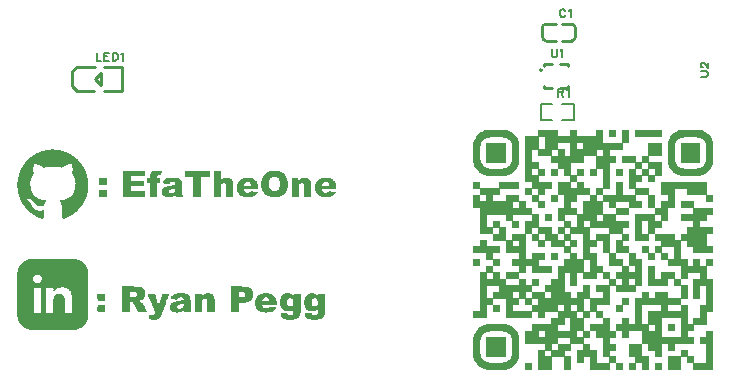
<source format=gto>
G04 Layer: TopSilkscreenLayer*
G04 EasyEDA Pro v2.2.45.4, 2026-01-14 21:37:58*
G04 Gerber Generator version 0.3*
G04 Scale: 100 percent, Rotated: No, Reflected: No*
G04 Dimensions in millimeters*
G04 Leading zeros omitted, absolute positions, 4 integers and 5 decimals*
G04 Generated by one-click*
%FSLAX45Y45*%
%MOMM*%
%ADD10C,0.1524*%
%ADD11C,0.254*%
%ADD12C,0.0736*%
G75*


G04 Image Start*
G36*
G01X4751512Y-4978400D02*
G01X4637355Y-4978400D01*
G01X4637355Y-4864243D01*
G01X4696717Y-4864243D01*
G01X4746946Y-4864243D01*
G01X4746946Y-4814013D01*
G01X4696717Y-4814013D01*
G01X4696717Y-4864243D01*
G01X4696717Y-4864243D01*
G01X4637355Y-4864243D01*
G01X4637355Y-4809447D01*
G01X4692151Y-4809447D01*
G01X4692151Y-4759218D01*
G01X4751512Y-4759218D01*
G01X4751512Y-4809447D01*
G01X4801742Y-4809447D01*
G01X4801742Y-4759218D01*
G01X4801742Y-4759218D01*
G01X4751512Y-4759218D01*
G01X4692151Y-4759218D01*
G01X4527764Y-4759218D01*
G01X4527764Y-4754652D01*
G01X4806308Y-4754652D01*
G01X4911333Y-4754652D01*
G01X4911333Y-4704422D01*
G01X5025490Y-4704422D01*
G01X5025490Y-4754652D01*
G01X5080285Y-4754652D01*
G01X5080285Y-4809447D01*
G01X5080285Y-4809447D01*
G01X5135081Y-4809447D01*
G01X5135081Y-4919038D01*
G01X5240106Y-4919038D01*
G01X5240106Y-4868809D01*
G01X5185310Y-4868809D01*
G01X5185310Y-4704422D01*
G01X5130515Y-4704422D01*
G01X5130515Y-4649627D01*
G01X5080285Y-4649627D01*
G01X5080285Y-4704422D01*
G01X5025490Y-4704422D01*
G01X4911333Y-4704422D01*
G01X4806308Y-4704422D01*
G01X4806308Y-4754652D01*
G01X4806308Y-4754652D01*
G01X4527764Y-4754652D01*
G01X4527764Y-4699856D01*
G01X4641921Y-4699856D01*
G01X4692151Y-4699856D01*
G01X4692151Y-4649627D01*
G01X4970694Y-4649627D01*
G01X4970694Y-4699856D01*
G01X5020924Y-4699856D01*
G01X5020924Y-4649627D01*
G01X5020924Y-4649627D01*
G01X4970694Y-4649627D01*
G01X4692151Y-4649627D01*
G01X4641921Y-4649627D01*
G01X4641921Y-4699856D01*
G01X4641921Y-4699856D01*
G01X4527764Y-4699856D01*
G01X4527764Y-4645061D01*
G01X4582560Y-4645061D01*
G01X4806308Y-4645061D01*
G01X4911333Y-4645061D01*
G01X4911333Y-4540036D01*
G01X5025490Y-4540036D01*
G01X5025490Y-4645061D01*
G01X5075719Y-4645061D01*
G01X5075719Y-4590265D01*
G01X5185310Y-4590265D01*
G01X5185310Y-4540036D01*
G01X5130515Y-4540036D01*
G01X5130515Y-4485240D01*
G01X5080285Y-4485240D01*
G01X5080285Y-4540036D01*
G01X5080285Y-4540036D01*
G01X5025490Y-4540036D01*
G01X4911333Y-4540036D01*
G01X4861103Y-4540036D01*
G01X4861103Y-4594831D01*
G01X4806308Y-4594831D01*
G01X4806308Y-4645061D01*
G01X4806308Y-4645061D01*
G01X4582560Y-4645061D01*
G01X4582560Y-4590265D01*
G01X4746946Y-4590265D01*
G01X4746946Y-4535470D01*
G01X4801742Y-4535470D01*
G01X4801742Y-4485240D01*
G01X4970694Y-4485240D01*
G01X4970694Y-4535470D01*
G01X5020924Y-4535470D01*
G01X5020924Y-4485240D01*
G01X5020924Y-4485240D01*
G01X4970694Y-4485240D01*
G01X4801742Y-4485240D01*
G01X4696717Y-4485240D01*
G01X4696717Y-4540036D01*
G01X4637355Y-4540036D01*
G01X4637355Y-4485240D01*
G01X4587126Y-4485240D01*
G01X4587126Y-4540036D01*
G01X4363378Y-4540036D01*
G01X4363378Y-4480674D01*
G01X4422739Y-4480674D01*
G01X4582560Y-4480674D01*
G01X4806308Y-4480674D01*
G01X4856537Y-4480674D01*
G01X4856537Y-4430445D01*
G01X4915899Y-4430445D01*
G01X4915899Y-4480674D01*
G01X4966128Y-4480674D01*
G01X4966128Y-4430445D01*
G01X4966128Y-4430445D01*
G01X4915899Y-4430445D01*
G01X4856537Y-4430445D01*
G01X4806308Y-4430445D01*
G01X4806308Y-4480674D01*
G01X4806308Y-4480674D01*
G01X4582560Y-4480674D01*
G01X4582560Y-4430445D01*
G01X4527764Y-4430445D01*
G01X4527764Y-4375649D01*
G01X4587126Y-4375649D01*
G01X4587126Y-4425879D01*
G01X4637355Y-4425879D01*
G01X4637355Y-4375649D01*
G01X4637355Y-4375649D01*
G01X5025490Y-4375649D01*
G01X5025490Y-4480674D01*
G01X5075719Y-4480674D01*
G01X5075719Y-4430445D01*
G01X5135081Y-4430445D01*
G01X5135081Y-4480674D01*
G01X5189876Y-4480674D01*
G01X5189876Y-4535470D01*
G01X5244672Y-4535470D01*
G01X5244672Y-4645061D01*
G01X5244672Y-4645061D01*
G01X5294901Y-4645061D01*
G01X5573445Y-4645061D01*
G01X5623674Y-4645061D01*
G01X5623674Y-4594831D01*
G01X5573445Y-4594831D01*
G01X5573445Y-4645061D01*
G01X5573445Y-4645061D01*
G01X5294901Y-4645061D01*
G01X5294901Y-4590265D01*
G01X5349697Y-4590265D01*
G01X5349697Y-4535470D01*
G01X5409058Y-4535470D01*
G01X5409058Y-4590265D01*
G01X5459288Y-4590265D01*
G01X5518649Y-4590265D01*
G01X5568879Y-4590265D01*
G01X5568879Y-4540036D01*
G01X5683036Y-4540036D01*
G01X5683036Y-4699856D01*
G01X5842856Y-4699856D01*
G01X5842856Y-4540036D01*
G01X5842856Y-4540036D01*
G01X5683036Y-4540036D01*
G01X5568879Y-4540036D01*
G01X5568879Y-4480674D01*
G01X5678470Y-4480674D01*
G01X5678470Y-4430445D01*
G01X5737831Y-4430445D01*
G01X5737831Y-4480674D01*
G01X5842856Y-4480674D01*
G01X5842856Y-4430445D01*
G01X5842856Y-4430445D01*
G01X5737831Y-4430445D01*
G01X5678470Y-4430445D01*
G01X5518649Y-4430445D01*
G01X5518649Y-4590265D01*
G01X5518649Y-4590265D01*
G01X5459288Y-4590265D01*
G01X5459288Y-4371083D01*
G01X5514083Y-4371083D01*
G01X5514083Y-4316288D01*
G01X5573445Y-4316288D01*
G01X5573445Y-4371083D01*
G01X5623674Y-4371083D01*
G01X5623674Y-4316288D01*
G01X5737831Y-4316288D01*
G01X5737831Y-4371083D01*
G01X5842856Y-4371083D01*
G01X5842856Y-4266058D01*
G01X5788061Y-4266058D01*
G01X5788061Y-4211263D01*
G01X5847422Y-4211263D01*
G01X5847422Y-4261492D01*
G01X5902218Y-4261492D01*
G01X5902218Y-4375649D01*
G01X5847422Y-4375649D01*
G01X5847422Y-4425879D01*
G01X5902218Y-4425879D01*
G01X5902218Y-4590265D01*
G01X5902218Y-4590265D01*
G01X5952447Y-4590265D01*
G01X5952447Y-4535470D01*
G01X6007243Y-4535470D01*
G01X6007243Y-4425879D01*
G01X6062038Y-4425879D01*
G01X6062038Y-4266058D01*
G01X6011809Y-4266058D01*
G01X6011809Y-4375649D01*
G01X5952447Y-4375649D01*
G01X5952447Y-4206697D01*
G01X6007243Y-4206697D01*
G01X6007243Y-4156467D01*
G01X5902218Y-4156467D01*
G01X5902218Y-4211263D01*
G01X5847422Y-4211263D01*
G01X5788061Y-4211263D01*
G01X5737831Y-4211263D01*
G01X5737831Y-4266058D01*
G01X5568879Y-4266058D01*
G01X5568879Y-4097106D01*
G01X5628240Y-4097106D01*
G01X5628240Y-4206697D01*
G01X5678470Y-4206697D01*
G01X5678470Y-4151901D01*
G01X5792627Y-4151901D01*
G01X5792627Y-4206697D01*
G01X5842856Y-4206697D01*
G01X5842856Y-4101672D01*
G01X5733265Y-4101672D01*
G01X5733265Y-4046876D01*
G01X5678470Y-4046876D01*
G01X5678470Y-3992081D01*
G01X5628240Y-3992081D01*
G01X5628240Y-4046876D01*
G01X5568879Y-4046876D01*
G01X5568879Y-3992081D01*
G01X5514083Y-3992081D01*
G01X5514083Y-3932719D01*
G01X5573445Y-3932719D01*
G01X5573445Y-3987515D01*
G01X5623674Y-3987515D01*
G01X5623674Y-3937285D01*
G01X5683036Y-3937285D01*
G01X5683036Y-3987515D01*
G01X5737831Y-3987515D01*
G01X5737831Y-4042310D01*
G01X5737831Y-4042310D01*
G01X5788061Y-4042310D01*
G01X5788061Y-3937285D01*
G01X5683036Y-3937285D01*
G01X5623674Y-3937285D01*
G01X5623674Y-3932719D01*
G01X5678470Y-3932719D01*
G01X5678470Y-3882490D01*
G01X5623674Y-3882490D01*
G01X5623674Y-3827694D01*
G01X5573445Y-3827694D01*
G01X5573445Y-3882490D01*
G01X5459288Y-3882490D01*
G01X5459288Y-3823128D01*
G01X5518649Y-3823128D01*
G01X5568879Y-3823128D01*
G01X5568879Y-3718103D01*
G01X5518649Y-3718103D01*
G01X5518649Y-3823128D01*
G01X5518649Y-3823128D01*
G01X5459288Y-3823128D01*
G01X5459288Y-3663308D01*
G01X5628240Y-3663308D01*
G01X5628240Y-3713537D01*
G01X5678470Y-3713537D01*
G01X5678470Y-3663308D01*
G01X5678470Y-3663308D01*
G01X5628240Y-3663308D01*
G01X5459288Y-3663308D01*
G01X5459288Y-3658742D01*
G01X5623674Y-3658742D01*
G01X5623674Y-3608512D01*
G01X5568879Y-3608512D01*
G01X5568879Y-3498921D01*
G01X5463854Y-3498921D01*
G01X5463854Y-3549151D01*
G01X5518649Y-3549151D01*
G01X5518649Y-3608512D01*
G01X5409058Y-3608512D01*
G01X5409058Y-3663308D01*
G01X5299467Y-3663308D01*
G01X5299467Y-3713537D01*
G01X5409058Y-3713537D01*
G01X5409058Y-3772899D01*
G01X5354263Y-3772899D01*
G01X5354263Y-3823128D01*
G01X5409058Y-3823128D01*
G01X5409058Y-3882490D01*
G01X5354263Y-3882490D01*
G01X5354263Y-3932719D01*
G01X5409058Y-3932719D01*
G01X5409058Y-3987515D01*
G01X5463854Y-3987515D01*
G01X5463854Y-4042310D01*
G01X5518649Y-4042310D01*
G01X5518649Y-4266058D01*
G01X5463854Y-4266058D01*
G01X5463854Y-4320854D01*
G01X5294901Y-4320854D01*
G01X5294901Y-4266058D01*
G01X5244672Y-4266058D01*
G01X5244672Y-4430445D01*
G01X5135081Y-4430445D01*
G01X5075719Y-4430445D01*
G01X5075719Y-4375649D01*
G01X5075719Y-4375649D01*
G01X5025490Y-4375649D01*
G01X4637355Y-4375649D01*
G01X4587126Y-4375649D01*
G01X4527764Y-4375649D01*
G01X4477535Y-4375649D01*
G01X4477535Y-4430445D01*
G01X4422739Y-4430445D01*
G01X4422739Y-4480674D01*
G01X4422739Y-4480674D01*
G01X4363378Y-4480674D01*
G01X4363378Y-4375649D01*
G01X4258353Y-4375649D01*
G01X4258353Y-4425879D01*
G01X4313148Y-4425879D01*
G01X4313148Y-4485240D01*
G01X4253787Y-4485240D01*
G01X4253787Y-4430445D01*
G01X4203557Y-4430445D01*
G01X4203557Y-4540036D01*
G01X4089400Y-4540036D01*
G01X4089400Y-4480674D01*
G01X4144196Y-4480674D01*
G01X4144196Y-4266058D01*
G01X4203557Y-4266058D01*
G01X4203557Y-4371083D01*
G01X4253787Y-4371083D01*
G01X4253787Y-4320854D01*
G01X4422739Y-4320854D01*
G01X4422739Y-4371083D01*
G01X4472969Y-4371083D01*
G01X4532330Y-4371083D01*
G01X4582560Y-4371083D01*
G01X4582560Y-4320854D01*
G01X4696717Y-4320854D01*
G01X4696717Y-4371083D01*
G01X4746946Y-4371083D01*
G01X4746946Y-4320854D01*
G01X4746946Y-4320854D01*
G01X4696717Y-4320854D01*
G01X4582560Y-4320854D01*
G01X4532330Y-4320854D01*
G01X4532330Y-4371083D01*
G01X4532330Y-4371083D01*
G01X4472969Y-4371083D01*
G01X4472969Y-4320854D01*
G01X4472969Y-4320854D01*
G01X4422739Y-4320854D01*
G01X4253787Y-4320854D01*
G01X4253787Y-4316288D01*
G01X4308582Y-4316288D01*
G01X4308582Y-4266058D01*
G01X4308582Y-4266058D01*
G01X4203557Y-4266058D01*
G01X4144196Y-4266058D01*
G01X4144196Y-4211263D01*
G01X4367944Y-4211263D01*
G01X4367944Y-4261492D01*
G01X4472969Y-4261492D01*
G01X4472969Y-4211263D01*
G01X4472969Y-4211263D01*
G01X4367944Y-4211263D01*
G01X4144196Y-4211263D01*
G01X4144196Y-4206697D01*
G01X4203557Y-4206697D01*
G01X4253787Y-4206697D01*
G01X4253787Y-4156467D01*
G01X4203557Y-4156467D01*
G01X4203557Y-4206697D01*
G01X4203557Y-4206697D01*
G01X4144196Y-4206697D01*
G01X4144196Y-4151901D01*
G01X4198991Y-4151901D01*
G01X4198991Y-4097106D01*
G01X4253787Y-4097106D01*
G01X4253787Y-4046876D01*
G01X4198991Y-4046876D01*
G01X4198991Y-3992081D01*
G01X4089400Y-3992081D01*
G01X4089400Y-3932719D01*
G01X4144196Y-3932719D01*
G01X4144196Y-3877924D01*
G01X4203557Y-3877924D01*
G01X4203557Y-3932719D01*
G01X4313148Y-3932719D01*
G01X4313148Y-3992081D01*
G01X4258353Y-3992081D01*
G01X4258353Y-4042310D01*
G01X4313148Y-4042310D01*
G01X4313148Y-4101672D01*
G01X4258353Y-4101672D01*
G01X4258353Y-4151901D01*
G01X4313148Y-4151901D01*
G01X4313148Y-4206697D01*
G01X4363378Y-4206697D01*
G01X4363378Y-4156467D01*
G01X4477535Y-4156467D01*
G01X4477535Y-4206697D01*
G01X4532330Y-4206697D01*
G01X4532330Y-4261492D01*
G01X4582560Y-4261492D01*
G01X4582560Y-4206697D01*
G01X4641921Y-4206697D01*
G01X4641921Y-4266058D01*
G01X4587126Y-4266058D01*
G01X4587126Y-4316288D01*
G01X4587126Y-4316288D01*
G01X4692151Y-4316288D01*
G01X4692151Y-4261492D01*
G01X4746946Y-4261492D01*
G01X4746946Y-4206697D01*
G01X4801742Y-4206697D01*
G01X4801742Y-4156467D01*
G01X4861103Y-4156467D01*
G01X4861103Y-4316288D01*
G01X4915899Y-4316288D01*
G01X4915899Y-4371083D01*
G01X4966128Y-4371083D01*
G01X4966128Y-4316288D01*
G01X5020924Y-4316288D01*
G01X5020924Y-4261492D01*
G01X5020924Y-4261492D01*
G01X5080285Y-4261492D01*
G01X5080285Y-4371083D01*
G01X5185310Y-4371083D01*
G01X5185310Y-4320854D01*
G01X5130515Y-4320854D01*
G01X5130515Y-4261492D01*
G01X5240106Y-4261492D01*
G01X5240106Y-4211263D01*
G01X5299467Y-4211263D01*
G01X5299467Y-4261492D01*
G01X5349697Y-4261492D01*
G01X5409058Y-4261492D01*
G01X5459288Y-4261492D01*
G01X5459288Y-4211263D01*
G01X5409058Y-4211263D01*
G01X5409058Y-4261492D01*
G01X5409058Y-4261492D01*
G01X5349697Y-4261492D01*
G01X5349697Y-4211263D01*
G01X5349697Y-4211263D01*
G01X5299467Y-4211263D01*
G01X5240106Y-4211263D01*
G01X5185310Y-4211263D01*
G01X5185310Y-4156467D01*
G01X5135081Y-4156467D01*
G01X5135081Y-4211263D01*
G01X5020924Y-4211263D01*
G01X5020924Y-4156467D01*
G01X4970694Y-4156467D01*
G01X4970694Y-4266058D01*
G01X4911333Y-4266058D01*
G01X4911333Y-4156467D01*
G01X4861103Y-4156467D01*
G01X4801742Y-4156467D01*
G01X4801742Y-4097106D01*
G01X4856537Y-4097106D01*
G01X4856537Y-4046876D01*
G01X5025490Y-4046876D01*
G01X5025490Y-4151901D01*
G01X5075719Y-4151901D01*
G01X5075719Y-4046876D01*
G01X5075719Y-4046876D01*
G01X5025490Y-4046876D01*
G01X4856537Y-4046876D01*
G01X4856537Y-4042310D01*
G01X4911333Y-4042310D01*
G01X4911333Y-3992081D01*
G01X4856537Y-3992081D01*
G01X4856537Y-3937285D01*
G01X4746946Y-3937285D01*
G01X4746946Y-3882490D01*
G01X4861103Y-3882490D01*
G01X4861103Y-3932719D01*
G01X4911333Y-3932719D01*
G01X4911333Y-3882490D01*
G01X4911333Y-3882490D01*
G01X4861103Y-3882490D01*
G01X4746946Y-3882490D01*
G01X4696717Y-3882490D01*
G01X4696717Y-3937285D01*
G01X4637355Y-3937285D01*
G01X4637355Y-3882490D01*
G01X4582560Y-3882490D01*
G01X4582560Y-3827694D01*
G01X4641921Y-3827694D01*
G01X4641921Y-3877924D01*
G01X4692151Y-3877924D01*
G01X4692151Y-3827694D01*
G01X4692151Y-3827694D01*
G01X4806308Y-3827694D01*
G01X4806308Y-3877924D01*
G01X4856537Y-3877924D01*
G01X4856537Y-3827694D01*
G01X4856537Y-3827694D01*
G01X4915899Y-3827694D01*
G01X4915899Y-3877924D01*
G01X4970694Y-3877924D01*
G01X4970694Y-3937285D01*
G01X4915899Y-3937285D01*
G01X4915899Y-3987515D01*
G01X4970694Y-3987515D01*
G01X4970694Y-4042310D01*
G01X4970694Y-4042310D01*
G01X5020924Y-4042310D01*
G01X5020924Y-3937285D01*
G01X5080285Y-3937285D01*
G01X5080285Y-3987515D01*
G01X5135081Y-3987515D01*
G01X5135081Y-4097106D01*
G01X5189876Y-4097106D01*
G01X5189876Y-4151901D01*
G01X5244672Y-4151901D01*
G01X5244672Y-4206697D01*
G01X5244672Y-4206697D01*
G01X5294901Y-4206697D01*
G01X5294901Y-4151901D01*
G01X5349697Y-4151901D01*
G01X5349697Y-4101672D01*
G01X5409058Y-4101672D01*
G01X5409058Y-4151901D01*
G01X5459288Y-4151901D01*
G01X5459288Y-4101672D01*
G01X5459288Y-4101672D01*
G01X5409058Y-4101672D01*
G01X5349697Y-4101672D01*
G01X5240106Y-4101672D01*
G01X5240106Y-4042310D01*
G01X5299467Y-4042310D01*
G01X5354263Y-4042310D01*
G01X5354263Y-4097106D01*
G01X5404492Y-4097106D01*
G01X5404492Y-3992081D01*
G01X5299467Y-3992081D01*
G01X5299467Y-4042310D01*
G01X5299467Y-4042310D01*
G01X5240106Y-4042310D01*
G01X5240106Y-3992081D01*
G01X5185310Y-3992081D01*
G01X5185310Y-3882490D01*
G01X5135081Y-3882490D01*
G01X5135081Y-3937285D01*
G01X5080285Y-3937285D01*
G01X5020924Y-3937285D01*
G01X5020924Y-3827694D01*
G01X4915899Y-3827694D01*
G01X4856537Y-3827694D01*
G01X4806308Y-3827694D01*
G01X4692151Y-3827694D01*
G01X4641921Y-3827694D01*
G01X4582560Y-3827694D01*
G01X4532330Y-3827694D01*
G01X4532330Y-4042310D01*
G01X4582560Y-4042310D01*
G01X4582560Y-3987515D01*
G01X4696717Y-3987515D01*
G01X4696717Y-4046876D01*
G01X4641921Y-4046876D01*
G01X4641921Y-4097106D01*
G01X4751512Y-4097106D01*
G01X4751512Y-4156467D01*
G01X4582560Y-4156467D01*
G01X4582560Y-4101672D01*
G01X4532330Y-4101672D01*
G01X4532330Y-4156467D01*
G01X4477535Y-4156467D01*
G01X4363378Y-4156467D01*
G01X4363378Y-4151901D01*
G01X4472969Y-4151901D01*
G01X4472969Y-4101672D01*
G01X4418173Y-4101672D01*
G01X4418173Y-4042310D01*
G01X4472969Y-4042310D01*
G01X4472969Y-3992081D01*
G01X4363378Y-3992081D01*
G01X4363378Y-3882490D01*
G01X4422739Y-3882490D01*
G01X4422739Y-3932719D01*
G01X4472969Y-3932719D01*
G01X4472969Y-3882490D01*
G01X4472969Y-3882490D01*
G01X4422739Y-3882490D01*
G01X4363378Y-3882490D01*
G01X4253787Y-3882490D01*
G01X4253787Y-3827694D01*
G01X4144196Y-3827694D01*
G01X4144196Y-3772899D01*
G01X4258353Y-3772899D01*
G01X4258353Y-3823128D01*
G01X4308582Y-3823128D01*
G01X4308582Y-3772899D01*
G01X4308582Y-3772899D01*
G01X4258353Y-3772899D01*
G01X4144196Y-3772899D01*
G01X4144196Y-3663308D01*
G01X4203557Y-3663308D01*
G01X4203557Y-3768333D01*
G01X4253787Y-3768333D01*
G01X4253787Y-3713537D01*
G01X4313148Y-3713537D01*
G01X4313148Y-3768333D01*
G01X4313148Y-3768333D01*
G01X4367944Y-3768333D01*
G01X4367944Y-3877924D01*
G01X4418173Y-3877924D01*
G01X4418173Y-3823128D01*
G01X4527764Y-3823128D01*
G01X4527764Y-3772899D01*
G01X4587126Y-3772899D01*
G01X4587126Y-3823128D01*
G01X4637355Y-3823128D01*
G01X4637355Y-3772899D01*
G01X4637355Y-3772899D01*
G01X4587126Y-3772899D01*
G01X4527764Y-3772899D01*
G01X4527764Y-3713537D01*
G01X4582560Y-3713537D01*
G01X4582560Y-3663308D01*
G01X4422739Y-3663308D01*
G01X4422739Y-3713537D01*
G01X4477535Y-3713537D01*
G01X4477535Y-3772899D01*
G01X4418173Y-3772899D01*
G01X4418173Y-3718103D01*
G01X4363378Y-3718103D01*
G01X4363378Y-3663308D01*
G01X4203557Y-3663308D01*
G01X4144196Y-3663308D01*
G01X4144196Y-3608512D01*
G01X4089400Y-3608512D01*
G01X4089400Y-3553717D01*
G01X4422739Y-3553717D01*
G01X4422739Y-3603946D01*
G01X4472969Y-3603946D01*
G01X4472969Y-3553717D01*
G01X4472969Y-3553717D01*
G01X4422739Y-3553717D01*
G01X4089400Y-3553717D01*
G01X4089400Y-3498921D01*
G01X4148762Y-3498921D01*
G01X4148762Y-3549151D01*
G01X4198991Y-3549151D01*
G01X4198991Y-3498921D01*
G01X4198991Y-3498921D01*
G01X4148762Y-3498921D01*
G01X4089400Y-3498921D01*
G01X4089400Y-3494355D01*
G01X4144196Y-3494355D01*
G01X4144196Y-3444126D01*
G01X4089400Y-3444126D01*
G01X4089400Y-3384764D01*
G01X4148762Y-3384764D01*
G01X4148762Y-3439560D01*
G01X4308582Y-3439560D01*
G01X4308582Y-3384764D01*
G01X4477535Y-3384764D01*
G01X4477535Y-3444126D01*
G01X4313148Y-3444126D01*
G01X4313148Y-3498921D01*
G01X4258353Y-3498921D01*
G01X4258353Y-3549151D01*
G01X4363378Y-3549151D01*
G01X4363378Y-3494355D01*
G01X4477535Y-3494355D01*
G01X4477535Y-3549151D01*
G01X4532330Y-3549151D01*
G01X4532330Y-3603946D01*
G01X4587126Y-3603946D01*
G01X4587126Y-3658742D01*
G01X4641921Y-3658742D01*
G01X4641921Y-3768333D01*
G01X4751512Y-3768333D01*
G01X4751512Y-3823128D01*
G01X4801742Y-3823128D01*
G01X4861103Y-3823128D01*
G01X4911333Y-3823128D01*
G01X4911333Y-3772899D01*
G01X5080285Y-3772899D01*
G01X5080285Y-3877924D01*
G01X5130515Y-3877924D01*
G01X5130515Y-3827694D01*
G01X5244672Y-3827694D01*
G01X5244672Y-3987515D01*
G01X5294901Y-3987515D01*
G01X5294901Y-3877924D01*
G01X5349697Y-3877924D01*
G01X5349697Y-3827694D01*
G01X5349697Y-3827694D01*
G01X5244672Y-3827694D01*
G01X5130515Y-3827694D01*
G01X5130515Y-3823128D01*
G01X5240106Y-3823128D01*
G01X5240106Y-3772899D01*
G01X5240106Y-3772899D01*
G01X5080285Y-3772899D01*
G01X4911333Y-3772899D01*
G01X4861103Y-3772899D01*
G01X4861103Y-3823128D01*
G01X4861103Y-3823128D01*
G01X4801742Y-3823128D01*
G01X4801742Y-3768333D01*
G01X4856537Y-3768333D01*
G01X4856537Y-3718103D01*
G01X4801742Y-3718103D01*
G01X4801742Y-3663308D01*
G01X4861103Y-3663308D01*
G01X4861103Y-3713537D01*
G01X4915899Y-3713537D01*
G01X4915899Y-3768333D01*
G01X4915899Y-3768333D01*
G01X4966128Y-3768333D01*
G01X4966128Y-3718103D01*
G01X5025490Y-3718103D01*
G01X5025490Y-3768333D01*
G01X5075719Y-3768333D01*
G01X5075719Y-3718103D01*
G01X5075719Y-3718103D01*
G01X5025490Y-3718103D01*
G01X4966128Y-3718103D01*
G01X4966128Y-3713537D01*
G01X5135081Y-3713537D01*
G01X5185310Y-3713537D01*
G01X5185310Y-3663308D01*
G01X5135081Y-3663308D01*
G01X5135081Y-3713537D01*
G01X5135081Y-3713537D01*
G01X4966128Y-3713537D01*
G01X4966128Y-3663308D01*
G01X4861103Y-3663308D01*
G01X4801742Y-3663308D01*
G01X4801742Y-3603946D01*
G01X4856537Y-3603946D01*
G01X4915899Y-3603946D01*
G01X4970694Y-3603946D01*
G01X4970694Y-3658742D01*
G01X5020924Y-3658742D01*
G01X5189876Y-3658742D01*
G01X5294901Y-3658742D01*
G01X5294901Y-3608512D01*
G01X5240106Y-3608512D01*
G01X5240106Y-3553717D01*
G01X5299467Y-3553717D01*
G01X5299467Y-3603946D01*
G01X5404492Y-3603946D01*
G01X5404492Y-3553717D01*
G01X5404492Y-3553717D01*
G01X5299467Y-3553717D01*
G01X5240106Y-3553717D01*
G01X5189876Y-3553717D01*
G01X5189876Y-3658742D01*
G01X5189876Y-3658742D01*
G01X5020924Y-3658742D01*
G01X5020924Y-3549151D01*
G01X5075719Y-3549151D01*
G01X5075719Y-3498921D01*
G01X5135081Y-3498921D01*
G01X5135081Y-3549151D01*
G01X5185310Y-3549151D01*
G01X5185310Y-3498921D01*
G01X5185310Y-3498921D01*
G01X5135081Y-3498921D01*
G01X5075719Y-3498921D01*
G01X4970694Y-3498921D01*
G01X4970694Y-3553717D01*
G01X4915899Y-3553717D01*
G01X4915899Y-3603946D01*
G01X4915899Y-3603946D01*
G01X4856537Y-3603946D01*
G01X4856537Y-3498921D01*
G01X4806308Y-3498921D01*
G01X4806308Y-3553717D01*
G01X4746946Y-3553717D01*
G01X4746946Y-3494355D01*
G01X4801742Y-3494355D01*
G01X4801742Y-3389330D01*
G01X4915899Y-3389330D01*
G01X4915899Y-3439560D01*
G01X4966128Y-3439560D01*
G01X4966128Y-3389330D01*
G01X4966128Y-3389330D01*
G01X4915899Y-3389330D01*
G01X4801742Y-3389330D01*
G01X4801742Y-3384764D01*
G01X4911333Y-3384764D01*
G01X4911333Y-3334535D01*
G01X4856537Y-3334535D01*
G01X4856537Y-3279739D01*
G01X4806308Y-3279739D01*
G01X4806308Y-3334535D01*
G01X4746946Y-3334535D01*
G01X4746946Y-3275173D01*
G01X4801742Y-3275173D01*
G01X4801742Y-3224944D01*
G01X4915899Y-3224944D01*
G01X4915899Y-3329969D01*
G01X4966128Y-3329969D01*
G01X4966128Y-3275173D01*
G01X5025490Y-3275173D01*
G01X5025490Y-3334535D01*
G01X4970694Y-3334535D01*
G01X4970694Y-3384764D01*
G01X5025490Y-3384764D01*
G01X5025490Y-3439560D01*
G01X5025490Y-3439560D01*
G01X5080285Y-3439560D01*
G01X5080285Y-3494355D01*
G01X5130515Y-3494355D01*
G01X5130515Y-3439560D01*
G01X5185310Y-3439560D01*
G01X5185310Y-3279739D01*
G01X5135081Y-3279739D01*
G01X5135081Y-3334535D01*
G01X5075719Y-3334535D01*
G01X5075719Y-3275173D01*
G01X5130515Y-3275173D01*
G01X5130515Y-3170148D01*
G01X5025490Y-3170148D01*
G01X5025490Y-3224944D01*
G01X4915899Y-3224944D01*
G01X4801742Y-3224944D01*
G01X4746946Y-3224944D01*
G01X4746946Y-3170148D01*
G01X4637355Y-3170148D01*
G01X4637355Y-3165582D01*
G01X4751512Y-3165582D01*
G01X4801742Y-3165582D01*
G01X4801742Y-3115353D01*
G01X4751512Y-3115353D01*
G01X4751512Y-3165582D01*
G01X4751512Y-3165582D01*
G01X4637355Y-3165582D01*
G01X4637355Y-3115353D01*
G01X4587126Y-3115353D01*
G01X4587126Y-3220378D01*
G01X4641921Y-3220378D01*
G01X4641921Y-3275173D01*
G01X4696717Y-3275173D01*
G01X4696717Y-3334535D01*
G01X4641921Y-3334535D01*
G01X4641921Y-3384764D01*
G01X4751512Y-3384764D01*
G01X4751512Y-3444126D01*
G01X4696717Y-3444126D01*
G01X4696717Y-3498921D01*
G01X4641921Y-3498921D01*
G01X4641921Y-3549151D01*
G01X4696717Y-3549151D01*
G01X4696717Y-3608512D01*
G01X4637355Y-3608512D01*
G01X4637355Y-3553717D01*
G01X4582560Y-3553717D01*
G01X4582560Y-3498921D01*
G01X4527764Y-3498921D01*
G01X4527764Y-3444126D01*
G01X4587126Y-3444126D01*
G01X4587126Y-3494355D01*
G01X4637355Y-3494355D01*
G01X4637355Y-3444126D01*
G01X4637355Y-3444126D01*
G01X4587126Y-3444126D01*
G01X4527764Y-3444126D01*
G01X4527764Y-3439560D01*
G01X4582560Y-3439560D01*
G01X4582560Y-3389330D01*
G01X4527764Y-3389330D01*
G01X4527764Y-3279739D01*
G01X4587126Y-3279739D01*
G01X4587126Y-3329969D01*
G01X4637355Y-3329969D01*
G01X4637355Y-3279739D01*
G01X4637355Y-3279739D01*
G01X4587126Y-3279739D01*
G01X4527764Y-3279739D01*
G01X4527764Y-3005762D01*
G01X4641921Y-3005762D01*
G01X4641921Y-3110787D01*
G01X4692151Y-3110787D01*
G01X4806308Y-3110787D01*
G01X4861103Y-3110787D01*
G01X4861103Y-3165582D01*
G01X4911333Y-3165582D01*
G01X4911333Y-3115353D01*
G01X5135081Y-3115353D01*
G01X5135081Y-3165582D01*
G01X5185310Y-3165582D01*
G01X5185310Y-3115353D01*
G01X5185310Y-3115353D01*
G01X5135081Y-3115353D01*
G01X4911333Y-3115353D01*
G01X4911333Y-3060557D01*
G01X4970694Y-3060557D01*
G01X4970694Y-3110787D01*
G01X5020924Y-3110787D01*
G01X5020924Y-3060557D01*
G01X5020924Y-3060557D01*
G01X4970694Y-3060557D01*
G01X4911333Y-3060557D01*
G01X4806308Y-3060557D01*
G01X4806308Y-3110787D01*
G01X4806308Y-3110787D01*
G01X4692151Y-3110787D01*
G01X4692151Y-3005762D01*
G01X4692151Y-3005762D01*
G01X4641921Y-3005762D01*
G01X4527764Y-3005762D01*
G01X4527764Y-3001196D01*
G01X4637355Y-3001196D01*
G01X4637355Y-2946400D01*
G01X4806308Y-2946400D01*
G01X4806308Y-3001196D01*
G01X4911333Y-3001196D01*
G01X4911333Y-2946400D01*
G01X4970694Y-2946400D01*
G01X4970694Y-3001196D01*
G01X5130515Y-3001196D01*
G01X5130515Y-2946400D01*
G01X5189876Y-2946400D01*
G01X5189876Y-3055991D01*
G01X5349697Y-3055991D01*
G01X5349697Y-2946400D01*
G01X5409058Y-2946400D01*
G01X5409058Y-3060557D01*
G01X5354263Y-3060557D01*
G01X5354263Y-3115353D01*
G01X5244672Y-3115353D01*
G01X5244672Y-3165582D01*
G01X5299467Y-3165582D01*
G01X5299467Y-3224944D01*
G01X5244672Y-3224944D01*
G01X5244672Y-3444126D01*
G01X5189876Y-3444126D01*
G01X5189876Y-3494355D01*
G01X5294901Y-3494355D01*
G01X5294901Y-3384764D01*
G01X5354263Y-3384764D01*
G01X5354263Y-3494355D01*
G01X5459288Y-3494355D01*
G01X5459288Y-3444126D01*
G01X5404492Y-3444126D01*
G01X5404492Y-3279739D01*
G01X5463854Y-3279739D01*
G01X5463854Y-3329969D01*
G01X5514083Y-3329969D01*
G01X5573445Y-3329969D01*
G01X5623674Y-3329969D01*
G01X5623674Y-3279739D01*
G01X5573445Y-3279739D01*
G01X5573445Y-3329969D01*
G01X5573445Y-3329969D01*
G01X5514083Y-3329969D01*
G01X5514083Y-3279739D01*
G01X5514083Y-3279739D01*
G01X5463854Y-3279739D01*
G01X5404492Y-3279739D01*
G01X5404492Y-3275173D01*
G01X5459288Y-3275173D01*
G01X5459288Y-3224944D01*
G01X5518649Y-3224944D01*
G01X5518649Y-3275173D01*
G01X5568879Y-3275173D01*
G01X5568879Y-3224944D01*
G01X5568879Y-3224944D01*
G01X5518649Y-3224944D01*
G01X5459288Y-3224944D01*
G01X5349697Y-3224944D01*
G01X5349697Y-3165582D01*
G01X5463854Y-3165582D01*
G01X5463854Y-3220378D01*
G01X5514083Y-3220378D01*
G01X5514083Y-3165582D01*
G01X5568879Y-3165582D01*
G01X5568879Y-3055991D01*
G01X5683036Y-3055991D01*
G01X5683036Y-3170148D01*
G01X5573445Y-3170148D01*
G01X5573445Y-3220378D01*
G01X5683036Y-3220378D01*
G01X5683036Y-3334535D01*
G01X5628240Y-3334535D01*
G01X5628240Y-3389330D01*
G01X5568879Y-3389330D01*
G01X5568879Y-3334535D01*
G01X5518649Y-3334535D01*
G01X5518649Y-3389330D01*
G01X5463854Y-3389330D01*
G01X5463854Y-3439560D01*
G01X5573445Y-3439560D01*
G01X5573445Y-3494355D01*
G01X5628240Y-3494355D01*
G01X5628240Y-3603946D01*
G01X5678470Y-3603946D01*
G01X5678470Y-3549151D01*
G01X5733265Y-3549151D01*
G01X5733265Y-3498921D01*
G01X5678470Y-3498921D01*
G01X5678470Y-3384764D01*
G01X6066604Y-3384764D01*
G01X6066604Y-3494355D01*
G01X6121400Y-3494355D01*
G01X6121400Y-3553717D01*
G01X6062038Y-3553717D01*
G01X6062038Y-3498921D01*
G01X5897652Y-3498921D01*
G01X5897652Y-3444126D01*
G01X5792627Y-3444126D01*
G01X5792627Y-3608512D01*
G01X5737831Y-3608512D01*
G01X5737831Y-3718103D01*
G01X5683036Y-3718103D01*
G01X5683036Y-3772899D01*
G01X5628240Y-3772899D01*
G01X5628240Y-3823128D01*
G01X5792627Y-3823128D01*
G01X5792627Y-3877924D01*
G01X5842856Y-3877924D01*
G01X5842856Y-3823128D01*
G01X5897652Y-3823128D01*
G01X5897652Y-3768333D01*
G01X5952447Y-3768333D01*
G01X5952447Y-3718103D01*
G01X5842856Y-3718103D01*
G01X5842856Y-3658742D01*
G01X5952447Y-3658742D01*
G01X5952447Y-3608512D01*
G01X5842856Y-3608512D01*
G01X5842856Y-3549151D01*
G01X5957013Y-3549151D01*
G01X5957013Y-3603946D01*
G01X6121400Y-3603946D01*
G01X6121400Y-3663308D01*
G01X6066604Y-3663308D01*
G01X6066604Y-3718103D01*
G01X6011809Y-3718103D01*
G01X6011809Y-3768333D01*
G01X6121400Y-3768333D01*
G01X6121400Y-3827694D01*
G01X6066604Y-3827694D01*
G01X6066604Y-3932719D01*
G01X6121400Y-3932719D01*
G01X6121400Y-3992081D01*
G01X5952447Y-3992081D01*
G01X5952447Y-3937285D01*
G01X5897652Y-3937285D01*
G01X5897652Y-3882490D01*
G01X5847422Y-3882490D01*
G01X5847422Y-4042310D01*
G01X5902218Y-4042310D01*
G01X5902218Y-4097106D01*
G01X5952447Y-4097106D01*
G01X5952447Y-4042310D01*
G01X6011809Y-4042310D01*
G01X6011809Y-4097106D01*
G01X6062038Y-4097106D01*
G01X6062038Y-4042310D01*
G01X6121400Y-4042310D01*
G01X6121400Y-4101672D01*
G01X6066604Y-4101672D01*
G01X6066604Y-4206697D01*
G01X6121400Y-4206697D01*
G01X6121400Y-4485240D01*
G01X6066604Y-4485240D01*
G01X6066604Y-4594831D01*
G01X5957013Y-4594831D01*
G01X5957013Y-4649627D01*
G01X5902218Y-4649627D01*
G01X5902218Y-4699856D01*
G01X5957013Y-4699856D01*
G01X5957013Y-4759218D01*
G01X5792627Y-4759218D01*
G01X5792627Y-4814013D01*
G01X5733265Y-4814013D01*
G01X5733265Y-4759218D01*
G01X5683036Y-4759218D01*
G01X5683036Y-4868809D01*
G01X5623674Y-4868809D01*
G01X5623674Y-4814013D01*
G01X5568879Y-4814013D01*
G01X5568879Y-4759218D01*
G01X5518649Y-4759218D01*
G01X5518649Y-4864243D01*
G01X5573445Y-4864243D01*
G01X5573445Y-4978400D01*
G01X5514083Y-4978400D01*
G01X5514083Y-4923604D01*
G01X5463854Y-4923604D01*
G01X5463854Y-4978400D01*
G01X5404492Y-4978400D01*
G01X5404492Y-4919038D01*
G01X5459288Y-4919038D01*
G01X5459288Y-4868809D01*
G01X5404492Y-4868809D01*
G01X5404492Y-4754652D01*
G01X5514083Y-4754652D01*
G01X5514083Y-4649627D01*
G01X5409058Y-4649627D01*
G01X5409058Y-4704422D01*
G01X5349697Y-4704422D01*
G01X5349697Y-4649627D01*
G01X5299467Y-4649627D01*
G01X5299467Y-4704422D01*
G01X5244672Y-4704422D01*
G01X5244672Y-4754652D01*
G01X5299467Y-4754652D01*
G01X5299467Y-4814013D01*
G01X5244672Y-4814013D01*
G01X5244672Y-4864243D01*
G01X5299467Y-4864243D01*
G01X5299467Y-4919038D01*
G01X5354263Y-4919038D01*
G01X5354263Y-4978400D01*
G01X5294901Y-4978400D01*
G01X5294901Y-4923604D01*
G01X5244672Y-4923604D01*
G01X5244672Y-4978400D01*
G01X5075719Y-4978400D01*
G01X5075719Y-4868809D01*
G01X5025490Y-4868809D01*
G01X5025490Y-4923604D01*
G01X4966128Y-4923604D01*
G01X4966128Y-4809447D01*
G01X5020924Y-4809447D01*
G01X5020924Y-4759218D01*
G01X4915899Y-4759218D01*
G01X4915899Y-4814013D01*
G01X4861103Y-4814013D01*
G01X4861103Y-4864243D01*
G01X4915899Y-4864243D01*
G01X4915899Y-4978400D01*
G01X4856537Y-4978400D01*
G01X4856537Y-4868809D01*
G01X4751512Y-4868809D01*
G01X4751512Y-4978400D01*
G37*
G36*
G01X5733265Y-4590265D02*
G01X5792627Y-4590265D01*
G01X5792627Y-4649627D01*
G01X5733265Y-4649627D01*
G01X5733265Y-4590265D01*
G37*
G36*
G01X5354263Y-4485240D02*
G01X5294901Y-4485240D01*
G01X5294901Y-4425879D01*
G01X5349697Y-4425879D01*
G01X5349697Y-4371083D01*
G01X5409058Y-4371083D01*
G01X5409058Y-4430445D01*
G01X5354263Y-4430445D01*
G01X5354263Y-4485240D01*
G37*
G36*
G01X4746946Y-3987515D02*
G01X4806308Y-3987515D01*
G01X4806308Y-4046876D01*
G01X4746946Y-4046876D01*
G01X4746946Y-3987515D01*
G37*
G36*
G01X4371582Y-3334535D02*
G01X4195353Y-3334535D01*
G01X4194755Y-3332252D01*
G01X4194158Y-3329969D01*
G01X4180726Y-3329969D01*
G01X4180726Y-3325402D01*
G01X4171593Y-3325402D01*
G01X4171593Y-3320836D01*
G01X4162461Y-3320836D01*
G01X4162461Y-3316270D01*
G01X4153328Y-3316270D01*
G01X4153328Y-3311703D01*
G01X4144196Y-3311703D01*
G01X4144196Y-3307137D01*
G01X4139629Y-3307137D01*
G01X4139629Y-3302571D01*
G01X4135063Y-3302571D01*
G01X4135063Y-3298004D01*
G01X4130497Y-3298004D01*
G01X4130497Y-3293438D01*
G01X4125930Y-3293438D01*
G01X4125930Y-3288872D01*
G01X4121364Y-3288872D01*
G01X4121364Y-3284306D01*
G01X4116798Y-3284306D01*
G01X4116798Y-3279739D01*
G01X4113159Y-3279739D01*
G01X4112590Y-3277562D01*
G01X4112020Y-3275384D01*
G01X4109843Y-3274815D01*
G01X4107665Y-3274245D01*
G01X4107665Y-3266307D01*
G01X4105382Y-3265710D01*
G01X4103099Y-3265113D01*
G01X4103099Y-3257174D01*
G01X4100816Y-3256577D01*
G01X4098533Y-3255980D01*
G01X4098533Y-3243475D01*
G01X4096249Y-3242878D01*
G01X4093966Y-3242281D01*
G01X4093966Y-3229776D01*
G01X4091683Y-3229179D01*
G01X4089400Y-3228582D01*
G01X4089400Y-3083655D01*
G01X4148762Y-3083655D01*
G01X4148762Y-3197280D01*
G01X4151045Y-3197877D01*
G01X4153328Y-3198474D01*
G01X4153328Y-3220111D01*
G01X4155611Y-3220708D01*
G01X4157894Y-3221305D01*
G01X4157894Y-3229244D01*
G01X4160178Y-3229841D01*
G01X4162461Y-3230438D01*
G01X4162461Y-3238643D01*
G01X4167027Y-3238643D01*
G01X4167027Y-3242943D01*
G01X4169310Y-3243540D01*
G01X4171593Y-3244137D01*
G01X4171593Y-3247509D01*
G01X4173876Y-3248106D01*
G01X4176160Y-3248703D01*
G01X4176160Y-3252342D01*
G01X4180726Y-3252342D01*
G01X4180726Y-3256908D01*
G01X4185292Y-3256908D01*
G01X4185292Y-3261474D01*
G01X4194425Y-3261474D01*
G01X4194425Y-3266040D01*
G01X4203557Y-3266040D01*
G01X4203557Y-3270607D01*
G01X4225461Y-3270607D01*
G01X4226058Y-3272890D01*
G01X4226655Y-3275173D01*
G01X4226655Y-3275173D01*
G01X4340280Y-3275173D01*
G01X4340877Y-3272890D01*
G01X4341474Y-3270607D01*
G01X4363111Y-3270607D01*
G01X4363708Y-3268324D01*
G01X4364305Y-3266040D01*
G01X4372244Y-3266040D01*
G01X4372841Y-3263757D01*
G01X4373438Y-3261474D01*
G01X4381643Y-3261474D01*
G01X4381643Y-3256908D01*
G01X4386209Y-3256908D01*
G01X4386209Y-3253269D01*
G01X4388492Y-3252672D01*
G01X4390775Y-3252075D01*
G01X4390775Y-3248703D01*
G01X4393058Y-3248106D01*
G01X4395342Y-3247509D01*
G01X4395342Y-3243209D01*
G01X4399908Y-3243209D01*
G01X4399908Y-3238643D01*
G01X4404474Y-3238643D01*
G01X4404474Y-3229510D01*
G01X4409040Y-3229510D01*
G01X4409040Y-3220378D01*
G01X4413607Y-3220378D01*
G01X4413607Y-3198474D01*
G01X4415890Y-3197877D01*
G01X4418173Y-3197280D01*
G01X4418173Y-3083655D01*
G01X4415890Y-3083058D01*
G01X4413607Y-3082461D01*
G01X4413607Y-3060824D01*
G01X4411324Y-3060227D01*
G01X4409040Y-3059629D01*
G01X4409040Y-3051691D01*
G01X4406757Y-3051094D01*
G01X4404474Y-3050497D01*
G01X4404474Y-3042292D01*
G01X4399908Y-3042292D01*
G01X4399908Y-3037992D01*
G01X4397625Y-3037395D01*
G01X4395342Y-3036798D01*
G01X4395342Y-3033426D01*
G01X4393058Y-3032829D01*
G01X4390775Y-3032232D01*
G01X4390775Y-3028593D01*
G01X4386209Y-3028593D01*
G01X4386209Y-3024027D01*
G01X4381643Y-3024027D01*
G01X4381643Y-3019461D01*
G01X4372510Y-3019461D01*
G01X4372510Y-3014894D01*
G01X4363378Y-3014894D01*
G01X4363378Y-3010328D01*
G01X4341474Y-3010328D01*
G01X4340877Y-3008045D01*
G01X4340280Y-3005762D01*
G01X4226655Y-3005762D01*
G01X4226058Y-3008045D01*
G01X4225461Y-3010328D01*
G01X4203824Y-3010328D01*
G01X4203227Y-3012611D01*
G01X4202629Y-3014894D01*
G01X4194691Y-3014894D01*
G01X4194094Y-3017178D01*
G01X4193497Y-3019461D01*
G01X4185292Y-3019461D01*
G01X4185292Y-3024027D01*
G01X4180726Y-3024027D01*
G01X4180726Y-3027665D01*
G01X4178443Y-3028263D01*
G01X4176160Y-3028860D01*
G01X4176160Y-3032232D01*
G01X4173876Y-3032829D01*
G01X4171593Y-3033426D01*
G01X4171593Y-3037726D01*
G01X4167027Y-3037726D01*
G01X4167027Y-3042292D01*
G01X4162461Y-3042292D01*
G01X4162461Y-3051425D01*
G01X4157894Y-3051425D01*
G01X4157894Y-3060557D01*
G01X4153328Y-3060557D01*
G01X4153328Y-3082461D01*
G01X4151045Y-3083058D01*
G01X4148762Y-3083655D01*
G01X4089400Y-3083655D01*
G01X4089400Y-3052353D01*
G01X4091683Y-3051755D01*
G01X4093966Y-3051158D01*
G01X4093966Y-3037726D01*
G01X4098533Y-3037726D01*
G01X4098533Y-3028593D01*
G01X4103099Y-3028593D01*
G01X4103099Y-3019461D01*
G01X4107665Y-3019461D01*
G01X4107665Y-3010328D01*
G01X4112231Y-3010328D01*
G01X4112231Y-3001196D01*
G01X4116798Y-3001196D01*
G01X4116798Y-2996629D01*
G01X4121364Y-2996629D01*
G01X4121364Y-2992063D01*
G01X4125930Y-2992063D01*
G01X4125930Y-2987497D01*
G01X4130497Y-2987497D01*
G01X4130497Y-2982930D01*
G01X4135063Y-2982930D01*
G01X4135063Y-2978364D01*
G01X4139629Y-2978364D01*
G01X4139629Y-2973798D01*
G01X4144196Y-2973798D01*
G01X4144196Y-2970159D01*
G01X4146373Y-2969590D01*
G01X4148551Y-2969020D01*
G01X4149120Y-2966843D01*
G01X4149690Y-2964665D01*
G01X4157628Y-2964665D01*
G01X4158225Y-2962382D01*
G01X4158822Y-2960099D01*
G01X4166761Y-2960099D01*
G01X4167358Y-2957816D01*
G01X4167955Y-2955533D01*
G01X4180460Y-2955533D01*
G01X4181057Y-2953249D01*
G01X4181654Y-2950966D01*
G01X4194158Y-2950966D01*
G01X4194755Y-2948683D01*
G01X4195353Y-2946400D01*
G01X4371582Y-2946400D01*
G01X4372179Y-2948683D01*
G01X4372776Y-2950966D01*
G01X4386209Y-2950966D01*
G01X4386209Y-2955533D01*
G01X4395342Y-2955533D01*
G01X4395342Y-2960099D01*
G01X4404474Y-2960099D01*
G01X4404474Y-2964665D01*
G01X4413607Y-2964665D01*
G01X4413607Y-2969231D01*
G01X4422739Y-2969231D01*
G01X4422739Y-2973798D01*
G01X4427306Y-2973798D01*
G01X4427306Y-2978364D01*
G01X4431872Y-2978364D01*
G01X4431872Y-2982930D01*
G01X4436438Y-2982930D01*
G01X4436438Y-2987497D01*
G01X4441004Y-2987497D01*
G01X4441004Y-2992063D01*
G01X4445571Y-2992063D01*
G01X4445571Y-2996629D01*
G01X4450137Y-2996629D01*
G01X4450137Y-3001196D01*
G01X4453776Y-3001196D01*
G01X4454345Y-3003373D01*
G01X4454914Y-3005551D01*
G01X4457092Y-3006120D01*
G01X4459270Y-3006690D01*
G01X4459270Y-3014628D01*
G01X4461553Y-3015225D01*
G01X4463836Y-3015822D01*
G01X4463836Y-3023761D01*
G01X4466119Y-3024358D01*
G01X4468402Y-3024955D01*
G01X4468402Y-3037460D01*
G01X4470685Y-3038057D01*
G01X4472969Y-3038654D01*
G01X4472969Y-3051158D01*
G01X4475252Y-3051755D01*
G01X4477535Y-3052353D01*
G01X4477535Y-3228582D01*
G01X4475252Y-3229179D01*
G01X4472969Y-3229776D01*
G01X4472969Y-3243209D01*
G01X4468402Y-3243209D01*
G01X4468402Y-3252342D01*
G01X4463836Y-3252342D01*
G01X4463836Y-3261474D01*
G01X4459270Y-3261474D01*
G01X4459270Y-3270607D01*
G01X4454703Y-3270607D01*
G01X4454703Y-3279739D01*
G01X4450137Y-3279739D01*
G01X4450137Y-3284306D01*
G01X4445571Y-3284306D01*
G01X4445571Y-3288872D01*
G01X4441004Y-3288872D01*
G01X4441004Y-3293438D01*
G01X4436438Y-3293438D01*
G01X4436438Y-3298004D01*
G01X4431872Y-3298004D01*
G01X4431872Y-3302571D01*
G01X4427306Y-3302571D01*
G01X4427306Y-3307137D01*
G01X4423006Y-3307137D01*
G01X4422409Y-3309420D01*
G01X4421811Y-3311703D01*
G01X4418439Y-3311703D01*
G01X4417842Y-3313987D01*
G01X4417245Y-3316270D01*
G01X4409307Y-3316270D01*
G01X4408710Y-3318553D01*
G01X4408113Y-3320836D01*
G01X4400174Y-3320836D01*
G01X4399577Y-3323119D01*
G01X4398980Y-3325402D01*
G01X4386475Y-3325402D01*
G01X4385878Y-3327685D01*
G01X4385281Y-3329969D01*
G01X4372776Y-3329969D01*
G01X4372179Y-3332252D01*
G01X4371582Y-3334535D01*
G37*
G36*
G01X4367944Y-3224944D02*
G01X4198991Y-3224944D01*
G01X4198991Y-3055991D01*
G01X4367944Y-3055991D01*
G01X4367944Y-3224944D01*
G37*
G36*
G01X6015447Y-3334535D02*
G01X5839218Y-3334535D01*
G01X5838621Y-3332252D01*
G01X5838024Y-3329969D01*
G01X5824591Y-3329969D01*
G01X5824591Y-3325402D01*
G01X5815458Y-3325402D01*
G01X5815458Y-3320836D01*
G01X5806326Y-3320836D01*
G01X5806326Y-3316270D01*
G01X5797193Y-3316270D01*
G01X5797193Y-3311703D01*
G01X5788061Y-3311703D01*
G01X5788061Y-3307137D01*
G01X5783494Y-3307137D01*
G01X5783494Y-3302571D01*
G01X5778928Y-3302571D01*
G01X5778928Y-3298004D01*
G01X5774362Y-3298004D01*
G01X5774362Y-3293438D01*
G01X5769796Y-3293438D01*
G01X5769796Y-3288872D01*
G01X5765229Y-3288872D01*
G01X5765229Y-3284306D01*
G01X5760663Y-3284306D01*
G01X5760663Y-3279739D01*
G01X5757024Y-3279739D01*
G01X5756455Y-3277562D01*
G01X5755886Y-3275384D01*
G01X5753708Y-3274815D01*
G01X5751530Y-3274245D01*
G01X5751530Y-3266307D01*
G01X5749247Y-3265710D01*
G01X5746964Y-3265113D01*
G01X5746964Y-3257174D01*
G01X5744681Y-3256577D01*
G01X5742398Y-3255980D01*
G01X5742398Y-3243475D01*
G01X5740115Y-3242878D01*
G01X5737831Y-3242281D01*
G01X5737831Y-3229776D01*
G01X5735548Y-3229179D01*
G01X5733265Y-3228582D01*
G01X5733265Y-3083655D01*
G01X5792627Y-3083655D01*
G01X5792627Y-3197280D01*
G01X5794910Y-3197877D01*
G01X5797193Y-3198474D01*
G01X5797193Y-3220111D01*
G01X5799476Y-3220708D01*
G01X5801760Y-3221305D01*
G01X5801760Y-3229244D01*
G01X5804043Y-3229841D01*
G01X5806326Y-3230438D01*
G01X5806326Y-3238643D01*
G01X5810892Y-3238643D01*
G01X5810892Y-3242943D01*
G01X5813175Y-3243540D01*
G01X5815458Y-3244137D01*
G01X5815458Y-3247509D01*
G01X5817742Y-3248106D01*
G01X5820025Y-3248703D01*
G01X5820025Y-3252342D01*
G01X5824591Y-3252342D01*
G01X5824591Y-3256908D01*
G01X5829157Y-3256908D01*
G01X5829157Y-3261474D01*
G01X5838290Y-3261474D01*
G01X5838290Y-3266040D01*
G01X5847422Y-3266040D01*
G01X5847422Y-3270607D01*
G01X5869326Y-3270607D01*
G01X5869923Y-3272890D01*
G01X5870520Y-3275173D01*
G01X5870520Y-3275173D01*
G01X5984145Y-3275173D01*
G01X5984742Y-3272890D01*
G01X5985339Y-3270607D01*
G01X6006976Y-3270607D01*
G01X6007573Y-3268324D01*
G01X6008171Y-3266040D01*
G01X6016109Y-3266040D01*
G01X6016706Y-3263757D01*
G01X6017303Y-3261474D01*
G01X6025508Y-3261474D01*
G01X6025508Y-3256908D01*
G01X6030074Y-3256908D01*
G01X6030074Y-3253269D01*
G01X6032357Y-3252672D01*
G01X6034640Y-3252075D01*
G01X6034640Y-3248703D01*
G01X6036924Y-3248106D01*
G01X6039207Y-3247509D01*
G01X6039207Y-3243209D01*
G01X6043773Y-3243209D01*
G01X6043773Y-3238643D01*
G01X6048339Y-3238643D01*
G01X6048339Y-3229510D01*
G01X6052906Y-3229510D01*
G01X6052906Y-3220378D01*
G01X6057472Y-3220378D01*
G01X6057472Y-3198474D01*
G01X6059755Y-3197877D01*
G01X6062038Y-3197280D01*
G01X6062038Y-3083655D01*
G01X6059755Y-3083058D01*
G01X6057472Y-3082461D01*
G01X6057472Y-3060824D01*
G01X6055189Y-3060227D01*
G01X6052906Y-3059629D01*
G01X6052906Y-3051691D01*
G01X6050622Y-3051094D01*
G01X6048339Y-3050497D01*
G01X6048339Y-3042292D01*
G01X6043773Y-3042292D01*
G01X6043773Y-3037992D01*
G01X6041490Y-3037395D01*
G01X6039207Y-3036798D01*
G01X6039207Y-3033426D01*
G01X6036924Y-3032829D01*
G01X6034640Y-3032232D01*
G01X6034640Y-3028593D01*
G01X6030074Y-3028593D01*
G01X6030074Y-3024027D01*
G01X6025508Y-3024027D01*
G01X6025508Y-3019461D01*
G01X6016375Y-3019461D01*
G01X6016375Y-3014894D01*
G01X6007243Y-3014894D01*
G01X6007243Y-3010328D01*
G01X5985339Y-3010328D01*
G01X5984742Y-3008045D01*
G01X5984145Y-3005762D01*
G01X5870520Y-3005762D01*
G01X5869923Y-3008045D01*
G01X5869326Y-3010328D01*
G01X5847689Y-3010328D01*
G01X5847092Y-3012611D01*
G01X5846495Y-3014894D01*
G01X5838556Y-3014894D01*
G01X5837959Y-3017178D01*
G01X5837362Y-3019461D01*
G01X5829157Y-3019461D01*
G01X5829157Y-3024027D01*
G01X5824591Y-3024027D01*
G01X5824591Y-3027665D01*
G01X5822308Y-3028263D01*
G01X5820025Y-3028860D01*
G01X5820025Y-3032232D01*
G01X5817742Y-3032829D01*
G01X5815458Y-3033426D01*
G01X5815458Y-3037726D01*
G01X5810892Y-3037726D01*
G01X5810892Y-3042292D01*
G01X5806326Y-3042292D01*
G01X5806326Y-3051425D01*
G01X5801760Y-3051425D01*
G01X5801760Y-3060557D01*
G01X5797193Y-3060557D01*
G01X5797193Y-3082461D01*
G01X5794910Y-3083058D01*
G01X5792627Y-3083655D01*
G01X5733265Y-3083655D01*
G01X5733265Y-3052353D01*
G01X5735548Y-3051755D01*
G01X5737831Y-3051158D01*
G01X5737831Y-3037726D01*
G01X5742398Y-3037726D01*
G01X5742398Y-3028593D01*
G01X5746964Y-3028593D01*
G01X5746964Y-3019461D01*
G01X5751530Y-3019461D01*
G01X5751530Y-3010328D01*
G01X5756097Y-3010328D01*
G01X5756097Y-3001196D01*
G01X5760663Y-3001196D01*
G01X5760663Y-2996629D01*
G01X5765229Y-2996629D01*
G01X5765229Y-2992063D01*
G01X5769796Y-2992063D01*
G01X5769796Y-2987497D01*
G01X5774362Y-2987497D01*
G01X5774362Y-2982930D01*
G01X5778928Y-2982930D01*
G01X5778928Y-2978364D01*
G01X5783494Y-2978364D01*
G01X5783494Y-2973798D01*
G01X5788061Y-2973798D01*
G01X5788061Y-2970159D01*
G01X5790238Y-2969590D01*
G01X5792416Y-2969020D01*
G01X5792985Y-2966843D01*
G01X5793555Y-2964665D01*
G01X5801493Y-2964665D01*
G01X5802090Y-2962382D01*
G01X5802687Y-2960099D01*
G01X5810626Y-2960099D01*
G01X5811223Y-2957816D01*
G01X5811820Y-2955533D01*
G01X5824325Y-2955533D01*
G01X5824922Y-2953249D01*
G01X5825519Y-2950966D01*
G01X5838024Y-2950966D01*
G01X5838621Y-2948683D01*
G01X5839218Y-2946400D01*
G01X6015447Y-2946400D01*
G01X6016045Y-2948683D01*
G01X6016642Y-2950966D01*
G01X6030074Y-2950966D01*
G01X6030074Y-2955533D01*
G01X6039207Y-2955533D01*
G01X6039207Y-2960099D01*
G01X6048339Y-2960099D01*
G01X6048339Y-2964665D01*
G01X6057472Y-2964665D01*
G01X6057472Y-2969231D01*
G01X6066604Y-2969231D01*
G01X6066604Y-2973798D01*
G01X6071171Y-2973798D01*
G01X6071171Y-2978364D01*
G01X6075737Y-2978364D01*
G01X6075737Y-2982930D01*
G01X6080303Y-2982930D01*
G01X6080303Y-2987497D01*
G01X6084870Y-2987497D01*
G01X6084870Y-2992063D01*
G01X6089436Y-2992063D01*
G01X6089436Y-2996629D01*
G01X6094002Y-2996629D01*
G01X6094002Y-3001196D01*
G01X6097641Y-3001196D01*
G01X6098210Y-3003373D01*
G01X6098780Y-3005551D01*
G01X6100957Y-3006120D01*
G01X6103135Y-3006690D01*
G01X6103135Y-3014628D01*
G01X6105418Y-3015225D01*
G01X6107701Y-3015822D01*
G01X6107701Y-3023761D01*
G01X6109984Y-3024358D01*
G01X6112267Y-3024955D01*
G01X6112267Y-3037460D01*
G01X6114551Y-3038057D01*
G01X6116834Y-3038654D01*
G01X6116834Y-3051158D01*
G01X6119117Y-3051755D01*
G01X6121400Y-3052353D01*
G01X6121400Y-3228582D01*
G01X6119117Y-3229179D01*
G01X6116834Y-3229776D01*
G01X6116834Y-3243209D01*
G01X6112267Y-3243209D01*
G01X6112267Y-3252342D01*
G01X6107701Y-3252342D01*
G01X6107701Y-3261474D01*
G01X6103135Y-3261474D01*
G01X6103135Y-3270607D01*
G01X6098569Y-3270607D01*
G01X6098569Y-3279739D01*
G01X6094002Y-3279739D01*
G01X6094002Y-3284306D01*
G01X6089436Y-3284306D01*
G01X6089436Y-3288872D01*
G01X6084870Y-3288872D01*
G01X6084870Y-3293438D01*
G01X6080303Y-3293438D01*
G01X6080303Y-3298004D01*
G01X6075737Y-3298004D01*
G01X6075737Y-3302571D01*
G01X6071171Y-3302571D01*
G01X6071171Y-3307137D01*
G01X6066871Y-3307137D01*
G01X6066274Y-3309420D01*
G01X6065677Y-3311703D01*
G01X6062305Y-3311703D01*
G01X6061707Y-3313987D01*
G01X6061110Y-3316270D01*
G01X6053172Y-3316270D01*
G01X6052575Y-3318553D01*
G01X6051978Y-3320836D01*
G01X6044039Y-3320836D01*
G01X6043442Y-3323119D01*
G01X6042845Y-3325402D01*
G01X6030340Y-3325402D01*
G01X6029743Y-3327685D01*
G01X6029146Y-3329969D01*
G01X6016642Y-3329969D01*
G01X6016045Y-3332252D01*
G01X6015447Y-3334535D01*
G37*
G36*
G01X6011809Y-3224944D02*
G01X5842856Y-3224944D01*
G01X5842856Y-3055991D01*
G01X6011809Y-3055991D01*
G01X6011809Y-3224944D01*
G37*
G36*
G01X4371582Y-4978400D02*
G01X4195353Y-4978400D01*
G01X4194755Y-4976117D01*
G01X4194158Y-4973834D01*
G01X4180726Y-4973834D01*
G01X4180726Y-4969267D01*
G01X4171593Y-4969267D01*
G01X4171593Y-4964701D01*
G01X4162461Y-4964701D01*
G01X4162461Y-4960135D01*
G01X4153328Y-4960135D01*
G01X4153328Y-4955569D01*
G01X4144196Y-4955569D01*
G01X4144196Y-4951002D01*
G01X4139629Y-4951002D01*
G01X4139629Y-4946436D01*
G01X4135063Y-4946436D01*
G01X4135063Y-4941870D01*
G01X4130497Y-4941870D01*
G01X4130497Y-4937303D01*
G01X4125930Y-4937303D01*
G01X4125930Y-4932737D01*
G01X4121364Y-4932737D01*
G01X4121364Y-4928171D01*
G01X4116798Y-4928171D01*
G01X4116798Y-4923604D01*
G01X4113159Y-4923604D01*
G01X4112590Y-4921427D01*
G01X4112020Y-4919249D01*
G01X4109843Y-4918680D01*
G01X4107665Y-4918110D01*
G01X4107665Y-4910172D01*
G01X4105382Y-4909575D01*
G01X4103099Y-4908978D01*
G01X4103099Y-4901039D01*
G01X4100816Y-4900442D01*
G01X4098533Y-4899845D01*
G01X4098533Y-4887340D01*
G01X4096249Y-4886743D01*
G01X4093966Y-4886146D01*
G01X4093966Y-4873642D01*
G01X4091683Y-4873045D01*
G01X4089400Y-4872447D01*
G01X4089400Y-4727520D01*
G01X4148762Y-4727520D01*
G01X4148762Y-4841145D01*
G01X4151045Y-4841742D01*
G01X4153328Y-4842339D01*
G01X4153328Y-4863976D01*
G01X4155611Y-4864573D01*
G01X4157894Y-4865171D01*
G01X4157894Y-4873109D01*
G01X4160178Y-4873706D01*
G01X4162461Y-4874303D01*
G01X4162461Y-4882508D01*
G01X4167027Y-4882508D01*
G01X4167027Y-4886808D01*
G01X4169310Y-4887405D01*
G01X4171593Y-4888002D01*
G01X4171593Y-4891374D01*
G01X4173876Y-4891971D01*
G01X4176160Y-4892568D01*
G01X4176160Y-4896207D01*
G01X4180726Y-4896207D01*
G01X4180726Y-4900773D01*
G01X4185292Y-4900773D01*
G01X4185292Y-4905339D01*
G01X4194425Y-4905339D01*
G01X4194425Y-4909906D01*
G01X4203557Y-4909906D01*
G01X4203557Y-4914472D01*
G01X4225461Y-4914472D01*
G01X4226058Y-4916755D01*
G01X4226655Y-4919038D01*
G01X4226655Y-4919038D01*
G01X4340280Y-4919038D01*
G01X4340877Y-4916755D01*
G01X4341474Y-4914472D01*
G01X4363111Y-4914472D01*
G01X4363708Y-4912189D01*
G01X4364305Y-4909906D01*
G01X4372244Y-4909906D01*
G01X4372841Y-4907622D01*
G01X4373438Y-4905339D01*
G01X4381643Y-4905339D01*
G01X4381643Y-4900773D01*
G01X4386209Y-4900773D01*
G01X4386209Y-4897135D01*
G01X4388492Y-4896537D01*
G01X4390775Y-4895940D01*
G01X4390775Y-4892568D01*
G01X4393058Y-4891971D01*
G01X4395342Y-4891374D01*
G01X4395342Y-4887074D01*
G01X4399908Y-4887074D01*
G01X4399908Y-4882508D01*
G01X4404474Y-4882508D01*
G01X4404474Y-4873375D01*
G01X4409040Y-4873375D01*
G01X4409040Y-4864243D01*
G01X4413607Y-4864243D01*
G01X4413607Y-4842339D01*
G01X4415890Y-4841742D01*
G01X4418173Y-4841145D01*
G01X4418173Y-4727520D01*
G01X4415890Y-4726923D01*
G01X4413607Y-4726326D01*
G01X4413607Y-4704689D01*
G01X4411324Y-4704092D01*
G01X4409040Y-4703495D01*
G01X4409040Y-4695556D01*
G01X4406757Y-4694959D01*
G01X4404474Y-4694362D01*
G01X4404474Y-4686157D01*
G01X4399908Y-4686157D01*
G01X4399908Y-4681857D01*
G01X4397625Y-4681260D01*
G01X4395342Y-4680663D01*
G01X4395342Y-4677291D01*
G01X4393058Y-4676694D01*
G01X4390775Y-4676097D01*
G01X4390775Y-4672458D01*
G01X4386209Y-4672458D01*
G01X4386209Y-4667892D01*
G01X4381643Y-4667892D01*
G01X4381643Y-4663326D01*
G01X4372510Y-4663326D01*
G01X4372510Y-4658760D01*
G01X4363378Y-4658760D01*
G01X4363378Y-4654193D01*
G01X4341474Y-4654193D01*
G01X4340877Y-4651910D01*
G01X4340280Y-4649627D01*
G01X4226655Y-4649627D01*
G01X4226058Y-4651910D01*
G01X4225461Y-4654193D01*
G01X4203824Y-4654193D01*
G01X4203227Y-4656476D01*
G01X4202629Y-4658760D01*
G01X4194691Y-4658760D01*
G01X4194094Y-4661043D01*
G01X4193497Y-4663326D01*
G01X4185292Y-4663326D01*
G01X4185292Y-4667892D01*
G01X4180726Y-4667892D01*
G01X4180726Y-4671531D01*
G01X4178443Y-4672128D01*
G01X4176160Y-4672725D01*
G01X4176160Y-4676097D01*
G01X4173876Y-4676694D01*
G01X4171593Y-4677291D01*
G01X4171593Y-4681591D01*
G01X4167027Y-4681591D01*
G01X4167027Y-4686157D01*
G01X4162461Y-4686157D01*
G01X4162461Y-4695290D01*
G01X4157894Y-4695290D01*
G01X4157894Y-4704422D01*
G01X4153328Y-4704422D01*
G01X4153328Y-4726326D01*
G01X4151045Y-4726923D01*
G01X4148762Y-4727520D01*
G01X4089400Y-4727520D01*
G01X4089400Y-4696218D01*
G01X4091683Y-4695621D01*
G01X4093966Y-4695024D01*
G01X4093966Y-4681591D01*
G01X4098533Y-4681591D01*
G01X4098533Y-4672458D01*
G01X4103099Y-4672458D01*
G01X4103099Y-4663326D01*
G01X4107665Y-4663326D01*
G01X4107665Y-4654193D01*
G01X4112231Y-4654193D01*
G01X4112231Y-4645061D01*
G01X4116798Y-4645061D01*
G01X4116798Y-4640494D01*
G01X4121364Y-4640494D01*
G01X4121364Y-4635928D01*
G01X4125930Y-4635928D01*
G01X4125930Y-4631362D01*
G01X4130497Y-4631362D01*
G01X4130497Y-4626796D01*
G01X4135063Y-4626796D01*
G01X4135063Y-4622229D01*
G01X4139629Y-4622229D01*
G01X4139629Y-4617663D01*
G01X4144196Y-4617663D01*
G01X4144196Y-4614024D01*
G01X4146373Y-4613455D01*
G01X4148551Y-4612886D01*
G01X4149120Y-4610708D01*
G01X4149690Y-4608530D01*
G01X4157628Y-4608530D01*
G01X4158225Y-4606247D01*
G01X4158822Y-4603964D01*
G01X4166761Y-4603964D01*
G01X4167358Y-4601681D01*
G01X4167955Y-4599398D01*
G01X4180460Y-4599398D01*
G01X4181057Y-4597115D01*
G01X4181654Y-4594831D01*
G01X4194158Y-4594831D01*
G01X4194755Y-4592548D01*
G01X4195353Y-4590265D01*
G01X4371582Y-4590265D01*
G01X4372179Y-4592548D01*
G01X4372776Y-4594831D01*
G01X4386209Y-4594831D01*
G01X4386209Y-4599398D01*
G01X4395342Y-4599398D01*
G01X4395342Y-4603964D01*
G01X4404474Y-4603964D01*
G01X4404474Y-4608530D01*
G01X4413607Y-4608530D01*
G01X4413607Y-4613097D01*
G01X4422739Y-4613097D01*
G01X4422739Y-4617663D01*
G01X4427306Y-4617663D01*
G01X4427306Y-4622229D01*
G01X4431872Y-4622229D01*
G01X4431872Y-4626796D01*
G01X4436438Y-4626796D01*
G01X4436438Y-4631362D01*
G01X4441004Y-4631362D01*
G01X4441004Y-4635928D01*
G01X4445571Y-4635928D01*
G01X4445571Y-4640494D01*
G01X4450137Y-4640494D01*
G01X4450137Y-4645061D01*
G01X4453776Y-4645061D01*
G01X4454345Y-4647238D01*
G01X4454914Y-4649416D01*
G01X4457092Y-4649985D01*
G01X4459270Y-4650555D01*
G01X4459270Y-4658493D01*
G01X4461553Y-4659090D01*
G01X4463836Y-4659687D01*
G01X4463836Y-4667626D01*
G01X4466119Y-4668223D01*
G01X4468402Y-4668820D01*
G01X4468402Y-4681325D01*
G01X4470685Y-4681922D01*
G01X4472969Y-4682519D01*
G01X4472969Y-4695024D01*
G01X4475252Y-4695621D01*
G01X4477535Y-4696218D01*
G01X4477535Y-4872447D01*
G01X4475252Y-4873045D01*
G01X4472969Y-4873642D01*
G01X4472969Y-4887074D01*
G01X4468402Y-4887074D01*
G01X4468402Y-4896207D01*
G01X4463836Y-4896207D01*
G01X4463836Y-4905339D01*
G01X4459270Y-4905339D01*
G01X4459270Y-4914472D01*
G01X4454703Y-4914472D01*
G01X4454703Y-4923604D01*
G01X4450137Y-4923604D01*
G01X4450137Y-4928171D01*
G01X4445571Y-4928171D01*
G01X4445571Y-4932737D01*
G01X4441004Y-4932737D01*
G01X4441004Y-4937303D01*
G01X4436438Y-4937303D01*
G01X4436438Y-4941870D01*
G01X4431872Y-4941870D01*
G01X4431872Y-4946436D01*
G01X4427306Y-4946436D01*
G01X4427306Y-4951002D01*
G01X4423006Y-4951002D01*
G01X4422409Y-4953285D01*
G01X4421811Y-4955569D01*
G01X4418439Y-4955569D01*
G01X4417842Y-4957852D01*
G01X4417245Y-4960135D01*
G01X4409307Y-4960135D01*
G01X4408710Y-4962418D01*
G01X4408113Y-4964701D01*
G01X4400174Y-4964701D01*
G01X4399577Y-4966984D01*
G01X4398980Y-4969267D01*
G01X4386475Y-4969267D01*
G01X4385878Y-4971551D01*
G01X4385281Y-4973834D01*
G01X4372776Y-4973834D01*
G01X4372179Y-4976117D01*
G01X4371582Y-4978400D01*
G37*
G36*
G01X4367944Y-4868809D02*
G01X4198991Y-4868809D01*
G01X4198991Y-4699856D01*
G01X4367944Y-4699856D01*
G01X4367944Y-4868809D01*
G37*
G36*
G01X6062038Y-4645061D02*
G01X6121400Y-4645061D01*
G01X6121400Y-4978400D01*
G01X5952447Y-4978400D01*
G01X5952447Y-4923604D01*
G01X5897652Y-4923604D01*
G01X5897652Y-4868809D01*
G01X5847422Y-4868809D01*
G01X5847422Y-4978400D01*
G01X5733265Y-4978400D01*
G01X5733265Y-4864243D01*
G01X5842856Y-4864243D01*
G01X5842856Y-4809447D01*
G01X5902218Y-4809447D01*
G01X5902218Y-4864243D01*
G01X5957013Y-4864243D01*
G01X5957013Y-4919038D01*
G01X6062038Y-4919038D01*
G01X6062038Y-4759218D01*
G01X6007243Y-4759218D01*
G01X6007243Y-4699856D01*
G01X6062038Y-4699856D01*
G01X6062038Y-4645061D01*
G37*
G36*
G01X5683036Y-3005762D02*
G01X5459288Y-3005762D01*
G01X5459288Y-2946400D01*
G01X5683036Y-2946400D01*
G01X5683036Y-3005762D01*
G37*
G36*
G01X5299467Y-3005762D02*
G01X5240106Y-3005762D01*
G01X5240106Y-2946400D01*
G01X5299467Y-2946400D01*
G01X5299467Y-3005762D01*
G37*
G36*
G01X5354263Y-3334535D02*
G01X5294901Y-3334535D01*
G01X5294901Y-3275173D01*
G01X5354263Y-3275173D01*
G01X5354263Y-3334535D01*
G37*
G36*
G01X4751512Y-3718103D02*
G01X4692151Y-3718103D01*
G01X4692151Y-3658742D01*
G01X4751512Y-3658742D01*
G01X4751512Y-3718103D01*
G37*
G36*
G01X4148762Y-4101672D02*
G01X4089400Y-4101672D01*
G01X4089400Y-4042310D01*
G01X4148762Y-4042310D01*
G01X4148762Y-4101672D01*
G37*
G36*
G01X4587126Y-4978400D02*
G01X4527764Y-4978400D01*
G01X4527764Y-4919038D01*
G01X4587126Y-4919038D01*
G01X4587126Y-4978400D01*
G37*
G36*
G01X5683036Y-4978400D02*
G01X5623674Y-4978400D01*
G01X5623674Y-4919038D01*
G01X5683036Y-4919038D01*
G01X5683036Y-4978400D01*
G37*
G36*
G01X717448Y-4638029D02*
G01X714856Y-4638315D01*
G01X712263Y-4638600D01*
G01X339811Y-4638428D01*
G01X339055Y-4637759D01*
G01X338300Y-4637090D01*
G01X337478Y-4636582D01*
G01X336657Y-4636074D01*
G01X329752Y-4635949D01*
G01X322847Y-4635825D01*
G01X320711Y-4633495D01*
G01X313996Y-4633185D01*
G01X310960Y-4631122D01*
G01X310858Y-4630401D01*
G01X310755Y-4629681D01*
G01X306219Y-4629522D01*
G01X305178Y-4629346D01*
G01X304137Y-4629170D01*
G01X303926Y-4628049D01*
G01X303716Y-4626927D01*
G01X298974Y-4626927D01*
G01X298303Y-4626073D01*
G01X297631Y-4625220D01*
G01X297631Y-4624335D01*
G01X293418Y-4624335D01*
G01X292122Y-4623039D01*
G01X292122Y-4621827D01*
G01X290170Y-4621607D01*
G01X288218Y-4621386D01*
G01X287190Y-4620256D01*
G01X286161Y-4619126D01*
G01X284507Y-4618218D01*
G01X283288Y-4617677D01*
G01X282070Y-4617135D01*
G01X281549Y-4616254D01*
G01X281029Y-4615373D01*
G01X279697Y-4615076D01*
G01X278365Y-4614778D01*
G01X278067Y-4613725D01*
G01X277770Y-4612672D01*
G01X276049Y-4612672D01*
G01X275271Y-4611895D01*
G01X275271Y-4610081D01*
G01X273297Y-4610081D01*
G01X272502Y-4609286D01*
G01X271706Y-4608490D01*
G01X271706Y-4607546D01*
G01X270410Y-4607327D01*
G01X269114Y-4607108D01*
G01X268871Y-4606698D01*
G01X268628Y-4606288D01*
G01X267871Y-4605890D01*
G01X267115Y-4605493D01*
G01X266668Y-4604423D01*
G01X266220Y-4603353D01*
G01X265377Y-4603142D01*
G01X264534Y-4602930D01*
G01X264081Y-4601846D01*
G01X263628Y-4600762D01*
G01X262785Y-4600550D01*
G01X261942Y-4600339D01*
G01X261050Y-4598204D01*
G01X260545Y-4597785D01*
G01X260040Y-4597367D01*
G01X260040Y-4596214D01*
G01X258903Y-4595543D01*
G01X257766Y-4594873D01*
G01X257364Y-4593973D01*
G01X256962Y-4593072D01*
G01X256314Y-4592516D01*
G01X255665Y-4591960D01*
G01X255295Y-4591949D01*
G01X254925Y-4591938D01*
G01X254531Y-4590914D01*
G01X254531Y-4589347D01*
G01X253235Y-4589347D01*
G01X251939Y-4588051D01*
G01X251939Y-4586362D01*
G01X250306Y-4585078D01*
G01X249826Y-4584151D01*
G01X249346Y-4583223D01*
G01X249346Y-4581248D01*
G01X247803Y-4581248D01*
G01X246981Y-4580171D01*
G01X246160Y-4579094D01*
G01X245809Y-4577195D01*
G01X245458Y-4575297D01*
G01X243503Y-4574782D01*
G01X242865Y-4573106D01*
G01X242865Y-4569585D01*
G01X241594Y-4569585D01*
G01X240933Y-4568876D01*
G01X240273Y-4568167D01*
G01X240273Y-4563501D01*
G01X239174Y-4563295D01*
G01X238076Y-4563089D01*
G01X237882Y-4562368D01*
G01X237689Y-4561647D01*
G01X237685Y-4559307D01*
G01X237680Y-4556967D01*
G01X236745Y-4556483D01*
G01X235810Y-4556000D01*
G01X235001Y-4554612D01*
G01X234191Y-4553224D01*
G01X233954Y-4549865D01*
G01X233716Y-4546506D01*
G01X232723Y-4545619D01*
G01X231730Y-4544732D01*
G01X231492Y-4542823D01*
G01X231254Y-4540913D01*
G01X231226Y-4536116D01*
G01X231199Y-4531318D01*
G01X229176Y-4528802D01*
G01X228600Y-4523061D01*
G01X228709Y-4282224D01*
G01X368600Y-4282224D01*
G01X368600Y-4499931D01*
G01X427254Y-4499931D01*
G01X427254Y-4282224D01*
G01X427254Y-4282224D01*
G01X474567Y-4282224D01*
G01X474567Y-4499931D01*
G01X531855Y-4499931D01*
G01X532292Y-4498190D01*
G01X532278Y-4439045D01*
G01X532263Y-4379901D01*
G01X532456Y-4378837D01*
G01X532649Y-4377772D01*
G01X534517Y-4376807D01*
G01X534517Y-4366759D01*
G01X535447Y-4364536D01*
G01X537110Y-4364118D01*
G01X537110Y-4359977D01*
G01X538406Y-4358681D01*
G01X539702Y-4358681D01*
G01X539706Y-4356899D01*
G01X540375Y-4354492D01*
G01X541314Y-4353937D01*
G01X542253Y-4353382D01*
G01X542451Y-4352597D01*
G01X542648Y-4351813D01*
G01X544037Y-4349934D01*
G01X544843Y-4349934D01*
G01X545564Y-4348881D01*
G01X546284Y-4347828D01*
G01X547280Y-4347018D01*
G01X548776Y-4347018D01*
G01X548776Y-4345846D01*
G01X549197Y-4345271D01*
G01X549618Y-4344695D01*
G01X550724Y-4344469D01*
G01X551830Y-4344243D01*
G01X552179Y-4342847D01*
G01X554998Y-4340811D01*
G01X556140Y-4340626D01*
G01X557281Y-4340441D01*
G01X558516Y-4338348D01*
G01X559520Y-4338148D01*
G01X560523Y-4337947D01*
G01X563278Y-4337947D01*
G01X563652Y-4336077D01*
G01X565724Y-4335355D01*
G01X574692Y-4335355D01*
G01X575763Y-4334187D01*
G01X576834Y-4333019D01*
G01X582491Y-4332992D01*
G01X588149Y-4332966D01*
G01X590602Y-4334144D01*
G01X590926Y-4334750D01*
G01X591250Y-4335355D01*
G01X599276Y-4335355D01*
G01X599782Y-4335549D01*
G01X600288Y-4335744D01*
G01X601650Y-4337947D01*
G01X604796Y-4337947D01*
G01X605656Y-4338274D01*
G01X606517Y-4338601D01*
G01X606883Y-4339570D01*
G01X607248Y-4340539D01*
G01X608846Y-4340539D01*
G01X611695Y-4341918D01*
G01X611913Y-4342645D01*
G01X612108Y-4343536D01*
G01X612304Y-4344426D01*
G01X613881Y-4344426D01*
G01X614727Y-4344812D01*
G01X615573Y-4345197D01*
G01X615915Y-4346909D01*
G01X618103Y-4347700D01*
G01X618436Y-4348898D01*
G01X618769Y-4350096D01*
G01X618771Y-4350444D01*
G01X618772Y-4350793D01*
G01X619914Y-4351740D01*
G01X621055Y-4352688D01*
G01X621249Y-4353885D01*
G01X621442Y-4355082D01*
G01X622700Y-4355914D01*
G01X623957Y-4356746D01*
G01X623957Y-4361289D01*
G01X624955Y-4361488D01*
G01X625952Y-4361688D01*
G01X626253Y-4362533D01*
G01X626554Y-4363379D01*
G01X627475Y-4365018D01*
G01X627709Y-4369025D01*
G01X627944Y-4373032D01*
G01X628940Y-4373922D01*
G01X629937Y-4374813D01*
G01X629937Y-4374813D01*
G01X630387Y-4380225D01*
G01X630439Y-4499931D01*
G01X688656Y-4499931D01*
G01X689361Y-4499182D01*
G01X690065Y-4498432D01*
G01X690052Y-4423454D01*
G01X690039Y-4348476D01*
G01X689080Y-4347354D01*
G01X688121Y-4346233D01*
G01X688116Y-4345735D01*
G01X688111Y-4345236D01*
G01X687708Y-4344102D01*
G01X687306Y-4342969D01*
G01X686763Y-4342121D01*
G01X686482Y-4338009D01*
G01X686201Y-4333897D01*
G01X686189Y-4332577D01*
G01X686177Y-4331257D01*
G01X685609Y-4330729D01*
G01X685042Y-4330202D01*
G01X683584Y-4328876D01*
G01X683584Y-4324745D01*
G01X681714Y-4324371D01*
G01X680992Y-4322300D01*
G01X680992Y-4318590D01*
G01X679037Y-4318199D01*
G01X678399Y-4316523D01*
G01X678399Y-4313325D01*
G01X676532Y-4313325D01*
G01X674835Y-4311101D01*
G01X674835Y-4310633D01*
G01X672242Y-4308092D01*
G01X672242Y-4306883D01*
G01X671562Y-4306407D01*
G01X670882Y-4305930D01*
G01X669326Y-4303641D01*
G01X669326Y-4301663D01*
G01X667511Y-4301663D01*
G01X666733Y-4300885D01*
G01X666733Y-4299071D01*
G01X664743Y-4299071D01*
G01X663347Y-4298110D01*
G01X661950Y-4297150D01*
G01X661759Y-4296652D01*
G01X661569Y-4296155D01*
G01X660370Y-4296155D01*
G01X659177Y-4295094D01*
G01X657984Y-4294033D01*
G01X657984Y-4292591D01*
G01X655845Y-4292591D01*
G01X655067Y-4291814D01*
G01X655067Y-4290000D01*
G01X653366Y-4289995D01*
G01X651664Y-4289991D01*
G01X650200Y-4289599D01*
G01X649680Y-4288503D01*
G01X649160Y-4287408D01*
G01X646090Y-4287408D01*
G01X645093Y-4287060D01*
G01X644096Y-4286713D01*
G01X643781Y-4285810D01*
G01X643467Y-4284908D01*
G01X639026Y-4284587D01*
G01X635948Y-4283180D01*
G01X635948Y-4282224D01*
G01X634570Y-4282212D01*
G01X633193Y-4282200D01*
G01X629048Y-4281917D01*
G01X624903Y-4281634D01*
G01X624511Y-4281324D01*
G01X624119Y-4281013D01*
G01X622417Y-4280614D01*
G01X620715Y-4280216D01*
G01X620355Y-4279633D01*
G01X613302Y-4279633D01*
G01X612901Y-4280281D01*
G01X597608Y-4280281D01*
G01X595484Y-4278661D01*
G01X595160Y-4278661D01*
G01X594954Y-4279309D01*
G01X594748Y-4279957D01*
G01X594203Y-4280238D01*
G01X593658Y-4280518D01*
G01X590110Y-4280970D01*
G01X589692Y-4281317D01*
G01X589274Y-4281664D01*
G01X583769Y-4282003D01*
G01X578265Y-4282342D01*
G01X578265Y-4283074D01*
G01X577319Y-4283774D01*
G01X576374Y-4284473D01*
G01X570974Y-4284866D01*
G01X569516Y-4285574D01*
G01X569516Y-4286390D01*
G01X569006Y-4286899D01*
G01X568497Y-4287408D01*
G01X565691Y-4287408D01*
G01X565050Y-4288493D01*
G01X564410Y-4289579D01*
G01X563358Y-4289789D01*
G01X562305Y-4290000D01*
G01X560494Y-4290000D01*
G01X560279Y-4290974D01*
G01X560065Y-4291949D01*
G01X559465Y-4292270D01*
G01X558864Y-4292591D01*
G01X555257Y-4292591D01*
G01X555257Y-4294715D01*
G01X554779Y-4295398D01*
G01X554300Y-4296081D01*
G01X553523Y-4296276D01*
G01X552747Y-4296471D01*
G01X552352Y-4297424D01*
G01X551957Y-4298376D01*
G01X550691Y-4298883D01*
G01X549424Y-4299390D01*
G01X549424Y-4299948D01*
G01X548629Y-4300805D01*
G01X547835Y-4301663D01*
G01X546183Y-4301663D01*
G01X546183Y-4303236D01*
G01X545674Y-4303745D01*
G01X545165Y-4304254D01*
G01X543591Y-4304254D01*
G01X543591Y-4306228D01*
G01X542796Y-4307023D01*
G01X542000Y-4307818D01*
G01X540999Y-4307818D01*
G01X540999Y-4309143D01*
G01X540203Y-4309938D01*
G01X539408Y-4310734D01*
G01X535536Y-4310734D01*
G01X535027Y-4310225D01*
G01X534517Y-4309715D01*
G01X534517Y-4308142D01*
G01X533221Y-4308142D01*
G01X533201Y-4307008D01*
G01X532725Y-4306379D01*
G01X532249Y-4305750D01*
G01X532249Y-4301340D01*
G01X534517Y-4298830D01*
G01X534517Y-4293988D01*
G01X533221Y-4292815D01*
G01X533221Y-4287184D01*
G01X534517Y-4286012D01*
G01X534501Y-4284978D01*
G01X531902Y-4282224D01*
G01X474567Y-4282224D01*
G01X427254Y-4282224D01*
G01X368600Y-4282224D01*
G01X228709Y-4282224D01*
G01X228748Y-4195385D01*
G01X362119Y-4195385D01*
G01X362119Y-4217674D01*
G01X363072Y-4217864D01*
G01X364026Y-4218055D01*
G01X364367Y-4219282D01*
G01X364707Y-4220508D01*
G01X364709Y-4222345D01*
G01X364711Y-4224181D01*
G01X366979Y-4225583D01*
G01X366979Y-4226479D01*
G01X368276Y-4227173D01*
G01X368276Y-4228739D01*
G01X370578Y-4229832D01*
G01X370756Y-4230721D01*
G01X370934Y-4231611D01*
G01X371921Y-4231893D01*
G01X372907Y-4232176D01*
G01X373133Y-4232660D01*
G01X373358Y-4233143D01*
G01X373683Y-4233784D01*
G01X374008Y-4234424D01*
G01X374787Y-4234600D01*
G01X375567Y-4234777D01*
G01X376539Y-4236819D01*
G01X377516Y-4237006D01*
G01X378492Y-4237193D01*
G01X378812Y-4237911D01*
G01X379132Y-4238629D01*
G01X379930Y-4238814D01*
G01X380728Y-4238998D01*
G01X380916Y-4239796D01*
G01X381103Y-4240594D01*
G01X383682Y-4240801D01*
G01X386261Y-4241008D01*
G01X386844Y-4241247D01*
G01X387428Y-4241486D01*
G01X387614Y-4242417D01*
G01X387800Y-4243348D01*
G01X387800Y-4243348D01*
G01X407730Y-4243348D01*
G01X407920Y-4242395D01*
G01X408111Y-4241441D01*
G01X409338Y-4241101D01*
G01X410565Y-4240760D01*
G01X414217Y-4240756D01*
G01X415339Y-4238975D01*
G01X416454Y-4237922D01*
G01X417569Y-4236869D01*
G01X419036Y-4236869D01*
G01X419499Y-4235825D01*
G01X419963Y-4234781D01*
G01X420742Y-4234603D01*
G01X421522Y-4234424D01*
G01X421796Y-4233865D01*
G01X422069Y-4233305D01*
G01X422339Y-4232752D01*
G01X422609Y-4232199D01*
G01X423594Y-4231943D01*
G01X424580Y-4231688D01*
G01X424769Y-4230744D01*
G01X424958Y-4229801D01*
G01X426106Y-4229422D01*
G01X427254Y-4229043D01*
G01X427254Y-4227902D01*
G01X428268Y-4226716D01*
G01X429281Y-4225530D01*
G01X430819Y-4225530D01*
G01X430823Y-4223667D01*
G01X430828Y-4221804D01*
G01X431021Y-4221083D01*
G01X431214Y-4220362D01*
G01X432267Y-4220165D01*
G01X433320Y-4219967D01*
G01X433568Y-4214083D01*
G01X433815Y-4208198D01*
G01X433827Y-4204634D01*
G01X433315Y-4194112D01*
G01X431181Y-4192853D01*
G01X430828Y-4190703D01*
G01X430742Y-4189733D01*
G01X430657Y-4188763D01*
G01X429711Y-4188599D01*
G01X428766Y-4188436D01*
G01X428142Y-4186492D01*
G01X427313Y-4185520D01*
G01X427092Y-4183954D01*
G01X424832Y-4183197D01*
G01X424551Y-4182215D01*
G01X424269Y-4181234D01*
G01X423250Y-4180785D01*
G01X422231Y-4180336D01*
G01X421611Y-4178230D01*
G01X420474Y-4178230D01*
G01X419813Y-4177521D01*
G01X419153Y-4176812D01*
G01X419153Y-4174667D01*
G01X414436Y-4174667D01*
G01X413040Y-4173689D01*
G01X412834Y-4172237D01*
G01X409337Y-4172039D01*
G01X405841Y-4171841D01*
G01X405125Y-4171208D01*
G01X404408Y-4170575D01*
G01X402649Y-4169483D01*
G01X390648Y-4169483D01*
G01X390448Y-4170280D01*
G01X390248Y-4171077D01*
G01X389284Y-4171876D01*
G01X382696Y-4172237D01*
G01X382490Y-4173689D01*
G01X381094Y-4174667D01*
G01X379014Y-4174667D01*
G01X377144Y-4176449D01*
G01X375274Y-4178230D01*
G01X374117Y-4178230D01*
G01X373638Y-4179377D01*
G01X373159Y-4180524D01*
G01X372217Y-4180852D01*
G01X371276Y-4181180D01*
G01X370982Y-4182207D01*
G01X370687Y-4183233D01*
G01X369671Y-4183524D01*
G01X368655Y-4183816D01*
G01X368470Y-4184506D01*
G01X368284Y-4185196D01*
G01X368280Y-4185850D01*
G01X368276Y-4186503D01*
G01X367454Y-4187712D01*
G01X366632Y-4188921D01*
G01X364711Y-4188921D01*
G01X364711Y-4193415D01*
G01X364412Y-4194200D01*
G01X364114Y-4194986D01*
G01X363116Y-4195185D01*
G01X362119Y-4195385D01*
G01X228748Y-4195385D01*
G01X228769Y-4150179D01*
G01X229903Y-4148448D01*
G01X229903Y-4147152D01*
G01X231199Y-4146459D01*
G01X231246Y-4136277D01*
G01X231719Y-4133037D01*
G01X232723Y-4131947D01*
G01X233727Y-4130857D01*
G01X233956Y-4127654D01*
G01X234186Y-4124450D01*
G01X234799Y-4123671D01*
G01X235412Y-4122892D01*
G01X235412Y-4122190D01*
G01X237672Y-4120726D01*
G01X237681Y-4118134D01*
G01X237689Y-4115543D01*
G01X237882Y-4114822D01*
G01X238076Y-4114101D01*
G01X239174Y-4113895D01*
G01X240273Y-4113689D01*
G01X240273Y-4109580D01*
G01X240658Y-4108734D01*
G01X241043Y-4107889D01*
G01X241954Y-4107706D01*
G01X242865Y-4107524D01*
G01X242930Y-4104204D01*
G01X243376Y-4102601D01*
G01X244401Y-4102307D01*
G01X245425Y-4102014D01*
G01X245640Y-4101003D01*
G01X245855Y-4099992D01*
G01X246468Y-4098630D01*
G01X247081Y-4097267D01*
G01X249346Y-4096193D01*
G01X249351Y-4095501D01*
G01X249355Y-4094809D01*
G01X249548Y-4094088D01*
G01X249742Y-4093367D01*
G01X250840Y-4093161D01*
G01X251939Y-4092955D01*
G01X252003Y-4089949D01*
G01X252450Y-4088346D01*
G01X253491Y-4088048D01*
G01X254531Y-4087750D01*
G01X254531Y-4086270D01*
G01X255040Y-4085761D01*
G01X255550Y-4085251D01*
G01X257041Y-4085251D01*
G01X257239Y-4084010D01*
G01X257438Y-4082769D01*
G01X258010Y-4082267D01*
G01X258582Y-4081764D01*
G01X260040Y-4081320D01*
G01X260040Y-4080479D01*
G01X260712Y-4079626D01*
G01X261384Y-4078772D01*
G01X263605Y-4078772D01*
G01X263605Y-4076487D01*
G01X266504Y-4073589D01*
G01X268790Y-4073589D01*
G01X268790Y-4071368D01*
G01X269644Y-4070696D01*
G01X270497Y-4070025D01*
G01X271403Y-4070025D01*
G01X271804Y-4068891D01*
G01X273691Y-4067109D01*
G01X275271Y-4067109D01*
G01X275281Y-4065651D01*
G01X275558Y-4065214D01*
G01X275835Y-4064777D01*
G01X276918Y-4064555D01*
G01X278001Y-4064334D01*
G01X278378Y-4062741D01*
G01X279174Y-4062338D01*
G01X279970Y-4061935D01*
G01X281509Y-4061931D01*
G01X283048Y-4061926D01*
G01X283048Y-4060630D01*
G01X284345Y-4059334D01*
G01X286055Y-4059334D01*
G01X286486Y-4058767D01*
G01X286916Y-4058200D01*
G01X286937Y-4057113D01*
G01X287764Y-4056463D01*
G01X288591Y-4055813D01*
G01X292002Y-4055387D01*
G01X292357Y-4054448D01*
G01X292711Y-4053509D01*
G01X293572Y-4053182D01*
G01X294433Y-4052855D01*
G01X297365Y-4052855D01*
G01X297973Y-4052126D01*
G01X298582Y-4051397D01*
G01X298592Y-4051026D01*
G01X298603Y-4050656D01*
G01X299628Y-4050263D01*
G01X303804Y-4050263D01*
G01X304004Y-4049266D01*
G01X304203Y-4048268D01*
G01X304989Y-4047970D01*
G01X305775Y-4047671D01*
G01X311819Y-4047671D01*
G01X312208Y-4046123D01*
G01X313305Y-4045160D01*
G01X314403Y-4044197D01*
G01X321033Y-4043727D01*
G01X321998Y-4042864D01*
G01X322963Y-4042002D01*
G01X323826Y-4041730D01*
G01X324690Y-4041458D01*
G01X331959Y-4041282D01*
G01X339228Y-4041106D01*
G01X340870Y-4040125D01*
G01X342513Y-4039144D01*
G01X344619Y-4038918D01*
G01X346726Y-4038692D01*
G01X528207Y-4038646D01*
G01X709688Y-4038600D01*
G01X715025Y-4039269D01*
G01X718161Y-4041118D01*
G01X725096Y-4041253D01*
G01X732031Y-4041387D01*
G01X733864Y-4042243D01*
G01X735697Y-4043099D01*
G01X735889Y-4043410D01*
G01X736081Y-4043721D01*
G01X742862Y-4044183D01*
G01X744171Y-4045145D01*
G01X745479Y-4046107D01*
G01X745479Y-4047671D01*
G01X751474Y-4047736D01*
G01X752266Y-4047957D01*
G01X753059Y-4048178D01*
G01X753329Y-4049220D01*
G01X753599Y-4050263D01*
G01X758147Y-4050263D01*
G01X758942Y-4051058D01*
G01X759738Y-4051853D01*
G01X759738Y-4052766D01*
G01X764087Y-4053115D01*
G01X765247Y-4054546D01*
G01X765247Y-4055372D01*
G01X767047Y-4055597D01*
G01X768847Y-4055821D01*
G01X769966Y-4056804D01*
G01X771086Y-4057786D01*
G01X771474Y-4059334D01*
G01X773302Y-4059334D01*
G01X773811Y-4059843D01*
G01X774320Y-4060352D01*
G01X774320Y-4061836D01*
G01X776277Y-4062013D01*
G01X778233Y-4062190D01*
G01X778707Y-4062584D01*
G01X779181Y-4062977D01*
G01X779181Y-4064214D01*
G01X779991Y-4064463D01*
G01X780849Y-4064650D01*
G01X781707Y-4064837D01*
G01X782363Y-4065872D01*
G01X783018Y-4066906D01*
G01X784097Y-4067413D01*
G01X785176Y-4067919D01*
G01X785640Y-4068972D01*
G01X786103Y-4070025D01*
G01X786871Y-4070025D01*
G01X787725Y-4070696D01*
G01X788579Y-4071368D01*
G01X788579Y-4073550D01*
G01X789794Y-4073650D01*
G01X791009Y-4073751D01*
G01X791109Y-4074947D01*
G01X791208Y-4076143D01*
G01X792405Y-4076243D01*
G01X793602Y-4076342D01*
G01X793702Y-4077557D01*
G01X793803Y-4078772D01*
G01X795354Y-4078772D01*
G01X796157Y-4079138D01*
G01X796961Y-4079504D01*
G01X797361Y-4080470D01*
G01X797761Y-4081435D01*
G01X798634Y-4081740D01*
G01X799508Y-4082044D01*
G01X799876Y-4082853D01*
G01X800245Y-4083662D01*
G01X800245Y-4085251D01*
G01X801703Y-4085261D01*
G01X802141Y-4085539D01*
G01X802578Y-4085816D01*
G01X802801Y-4086910D01*
G01X803023Y-4088005D01*
G01X803717Y-4088106D01*
G01X804411Y-4088206D01*
G01X805106Y-4089043D01*
G01X805312Y-4091019D01*
G01X805519Y-4092995D01*
G01X806387Y-4093185D01*
G01X807255Y-4093376D01*
G01X808287Y-4094718D01*
G01X809319Y-4096060D01*
G01X809319Y-4096914D01*
G01X809958Y-4096914D01*
G01X811559Y-4099344D01*
G01X811982Y-4102025D01*
G01X813992Y-4102601D01*
G01X814439Y-4104204D01*
G01X814504Y-4107605D01*
G01X815505Y-4107605D01*
G01X816301Y-4108401D01*
G01X817096Y-4109196D01*
G01X817096Y-4113709D01*
G01X818064Y-4113922D01*
G01X819033Y-4114135D01*
G01X819280Y-4114515D01*
G01X819526Y-4114895D01*
G01X819851Y-4121995D01*
G01X821185Y-4122346D01*
G01X822101Y-4123075D01*
G01X823016Y-4123803D01*
G01X823282Y-4125180D01*
G01X823549Y-4126557D01*
G01X823563Y-4129214D01*
G01X823577Y-4131871D01*
G01X824006Y-4132130D01*
G01X824435Y-4132389D01*
G01X825221Y-4133469D01*
G01X826008Y-4134548D01*
G01X826121Y-4141885D01*
G01X826234Y-4149223D01*
G01X827417Y-4151004D01*
G01X828600Y-4152786D01*
G01X828600Y-4526363D01*
G01X828042Y-4527215D01*
G01X827483Y-4528068D01*
G01X826222Y-4528468D01*
G01X826115Y-4535839D01*
G01X826008Y-4543211D01*
G01X825474Y-4544006D01*
G01X824941Y-4544801D01*
G01X824259Y-4545516D01*
G01X823577Y-4546232D01*
G01X823569Y-4548594D01*
G01X823562Y-4550956D01*
G01X823018Y-4553296D01*
G01X821953Y-4554313D01*
G01X820889Y-4555330D01*
G01X819688Y-4555330D01*
G01X819688Y-4561443D01*
G01X819384Y-4562244D01*
G01X819079Y-4563045D01*
G01X818088Y-4563263D01*
G01X817096Y-4563481D01*
G01X817096Y-4567610D01*
G01X816711Y-4568456D01*
G01X816325Y-4569301D01*
G01X815414Y-4569483D01*
G01X814504Y-4569666D01*
G01X814504Y-4573106D01*
G01X814199Y-4573907D01*
G01X813894Y-4574708D01*
G01X812938Y-4574918D01*
G01X811981Y-4575128D01*
G01X811756Y-4576930D01*
G01X811531Y-4578731D01*
G01X810263Y-4580106D01*
G01X808995Y-4581482D01*
G01X808995Y-4582075D01*
G01X808041Y-4583119D01*
G01X807087Y-4584163D01*
G01X805430Y-4584163D01*
G01X805365Y-4587241D01*
G01X805144Y-4588033D01*
G01X804923Y-4588825D01*
G01X803880Y-4589095D01*
G01X802837Y-4589365D01*
G01X802837Y-4590914D01*
G01X802444Y-4591938D01*
G01X802074Y-4591949D01*
G01X801703Y-4591960D01*
G01X801044Y-4592516D01*
G01X800385Y-4593072D01*
G01X799963Y-4594097D01*
G01X799541Y-4595123D01*
G01X798616Y-4595506D01*
G01X797690Y-4595889D01*
G01X797479Y-4596849D01*
G01X797268Y-4597809D01*
G01X796467Y-4598113D01*
G01X795666Y-4598418D01*
G01X793764Y-4598418D01*
G01X793764Y-4600703D01*
G01X790864Y-4603601D01*
G01X788579Y-4603601D01*
G01X788579Y-4605503D01*
G01X788274Y-4606304D01*
G01X787970Y-4607105D01*
G01X786993Y-4607320D01*
G01X786016Y-4607534D01*
G01X785814Y-4608170D01*
G01X785612Y-4608807D01*
G01X784928Y-4609444D01*
G01X784244Y-4610081D01*
G01X783336Y-4610081D01*
G01X782728Y-4610810D01*
G01X782119Y-4611539D01*
G01X782109Y-4611909D01*
G01X782098Y-4612279D01*
G01X781073Y-4612672D01*
G01X779557Y-4612672D01*
G01X779339Y-4613664D01*
G01X779121Y-4614655D01*
G01X778320Y-4614960D01*
G01X777519Y-4615264D01*
G01X774320Y-4615264D01*
G01X774320Y-4617166D01*
G01X773005Y-4618078D01*
G01X771689Y-4618990D01*
G01X770493Y-4620039D01*
G01X769297Y-4621089D01*
G01X768163Y-4621414D01*
G01X767029Y-4621740D01*
G01X765319Y-4621744D01*
G01X765113Y-4622842D01*
G01X764907Y-4623940D01*
G01X764186Y-4624133D01*
G01X763464Y-4624326D01*
G01X761601Y-4624331D01*
G01X759738Y-4624335D01*
G01X759738Y-4625918D01*
G01X758297Y-4626927D01*
G01X753653Y-4626927D01*
G01X753447Y-4628025D01*
G01X753241Y-4629123D01*
G01X752519Y-4629317D01*
G01X751798Y-4629510D01*
G01X749442Y-4629514D01*
G01X747086Y-4629519D01*
G01X746708Y-4630346D01*
G01X746331Y-4631174D01*
G01X744854Y-4632171D01*
G01X743376Y-4633168D01*
G01X739824Y-4633336D01*
G01X736273Y-4633504D01*
G01X735610Y-4634137D01*
G01X734947Y-4634770D01*
G01X734152Y-4635303D01*
G01X733357Y-4635836D01*
G01X727067Y-4635948D01*
G01X720776Y-4636059D01*
G01X719112Y-4637044D01*
G01X717448Y-4638029D01*
G37*
G36*
G01X511785Y-3111812D02*
G01X507977Y-3112041D01*
G01X503876Y-3112378D01*
G01X499775Y-3112714D01*
G01X494648Y-3113283D01*
G01X489522Y-3113852D01*
G01X484395Y-3114600D01*
G01X479269Y-3115348D01*
G01X474435Y-3116229D01*
G01X469602Y-3117109D01*
G01X465061Y-3118103D01*
G01X460521Y-3119096D01*
G01X455248Y-3120403D01*
G01X449975Y-3121710D01*
G01X444409Y-3123324D01*
G01X438843Y-3124938D01*
G01X432545Y-3127041D01*
G01X426247Y-3129143D01*
G01X419363Y-3131857D01*
G01X412479Y-3134572D01*
G01X407352Y-3136834D01*
G01X402226Y-3139096D01*
G01X395781Y-3142262D01*
G01X389336Y-3145429D01*
G01X383712Y-3148520D01*
G01X378088Y-3151611D01*
G01X372727Y-3154892D01*
G01X367366Y-3158173D01*
G01X361670Y-3161969D01*
G01X355974Y-3165766D01*
G01X352150Y-3168561D01*
G01X348325Y-3171356D01*
G01X344663Y-3174197D01*
G01X341001Y-3177038D01*
G01X337925Y-3179595D01*
G01X334849Y-3182153D01*
G01X330678Y-3185804D01*
G01X326507Y-3189455D01*
G01X321597Y-3194077D01*
G01X316687Y-3198699D01*
G01X312258Y-3203365D01*
G01X307829Y-3208031D01*
G01X304932Y-3211254D01*
G01X302035Y-3214476D01*
G01X299523Y-3217406D01*
G01X297011Y-3220336D01*
G01X293203Y-3225170D01*
G01X289395Y-3230004D01*
G01X286414Y-3234026D01*
G01X283433Y-3238049D01*
G01X280106Y-3242962D01*
G01X276779Y-3247875D01*
G01X274491Y-3251537D01*
G01X272203Y-3255199D01*
G01X269374Y-3260033D01*
G01X266544Y-3264867D01*
G01X264572Y-3268455D01*
G01X262600Y-3272043D01*
G01X258690Y-3280027D01*
G01X254780Y-3288012D01*
G01X254050Y-3289770D01*
G01X253321Y-3291527D01*
G01X251819Y-3295026D01*
G01X250317Y-3298524D01*
G01X248012Y-3304547D01*
G01X245708Y-3310570D01*
G01X244233Y-3314965D01*
G01X242759Y-3319360D01*
G01X241114Y-3324780D01*
G01X239469Y-3330199D01*
G01X237883Y-3336352D01*
G01X236297Y-3342504D01*
G01X235126Y-3347937D01*
G01X233955Y-3353370D01*
G01X232924Y-3359363D01*
G01X231893Y-3365356D01*
G01X231460Y-3368286D01*
G01X231026Y-3371215D01*
G01X230432Y-3376342D01*
G01X229839Y-3381469D01*
G01X229358Y-3386743D01*
G01X228877Y-3392016D01*
G01X228739Y-3406771D01*
G01X228600Y-3421526D01*
G01X228929Y-3427425D01*
G01X229257Y-3433325D01*
G01X229849Y-3439770D01*
G01X230441Y-3446216D01*
G01X231168Y-3451636D01*
G01X231895Y-3457056D01*
G01X232927Y-3463061D01*
G01X233959Y-3469067D01*
G01X235138Y-3474634D01*
G01X236317Y-3480200D01*
G01X237883Y-3486353D01*
G01X239450Y-3492505D01*
G01X241378Y-3498873D01*
G01X243307Y-3505241D01*
G01X245210Y-3510660D01*
G01X247114Y-3516078D01*
G01X249340Y-3521723D01*
G01X251567Y-3527368D01*
G01X254357Y-3533667D01*
G01X257146Y-3539966D01*
G01X259914Y-3545499D01*
G01X262682Y-3551031D01*
G01X265734Y-3556539D01*
G01X268786Y-3562047D01*
G01X271231Y-3566094D01*
G01X273675Y-3570142D01*
G01X274796Y-3571900D01*
G01X275917Y-3573658D01*
G01X279139Y-3578492D01*
G01X282362Y-3583326D01*
G01X285891Y-3588160D01*
G01X289420Y-3592994D01*
G01X291473Y-3595630D01*
G01X293526Y-3598267D01*
G01X296923Y-3602369D01*
G01X300321Y-3606470D01*
G01X303524Y-3610132D01*
G01X306726Y-3613795D01*
G01X311264Y-3618607D01*
G01X315802Y-3623420D01*
G01X322250Y-3629489D01*
G01X328698Y-3635558D01*
G01X333092Y-3639303D01*
G01X337486Y-3643048D01*
G01X341587Y-3646317D01*
G01X345688Y-3649586D01*
G01X350229Y-3652956D01*
G01X354769Y-3656325D01*
G01X361800Y-3661023D01*
G01X368830Y-3665720D01*
G01X373957Y-3668797D01*
G01X379083Y-3671873D01*
G01X383770Y-3674447D01*
G01X388457Y-3677020D01*
G01X395063Y-3680313D01*
G01X401669Y-3683605D01*
G01X406634Y-3685806D01*
G01X411600Y-3688008D01*
G01X416140Y-3689823D01*
G01X420681Y-3691638D01*
G01X424196Y-3692955D01*
G01X427711Y-3694272D01*
G01X430787Y-3695315D01*
G01X433863Y-3696359D01*
G01X437820Y-3696485D01*
G01X441777Y-3696612D01*
G01X443679Y-3696119D01*
G01X445581Y-3695626D01*
G01X447182Y-3694847D01*
G01X448782Y-3694068D01*
G01X450257Y-3692595D01*
G01X451733Y-3691122D01*
G01X452677Y-3689345D01*
G01X453622Y-3687569D01*
G01X454042Y-3685766D01*
G01X454463Y-3683963D01*
G01X454304Y-3655031D01*
G01X454145Y-3626099D01*
G01X454063Y-3626003D01*
G01X453981Y-3625907D01*
G01X448463Y-3626794D01*
G01X442944Y-3627682D01*
G01X438990Y-3628130D01*
G01X435035Y-3628578D01*
G01X430055Y-3628916D01*
G01X425075Y-3629253D01*
G01X417605Y-3629085D01*
G01X410135Y-3628918D01*
G01X406180Y-3628444D01*
G01X402226Y-3627970D01*
G01X400029Y-3627528D01*
G01X397832Y-3627086D01*
G01X394341Y-3626219D01*
G01X390850Y-3625353D01*
G01X387490Y-3624164D01*
G01X384130Y-3622975D01*
G01X381900Y-3621917D01*
G01X379669Y-3620859D01*
G01X377030Y-3619366D01*
G01X374391Y-3617872D01*
G01X371488Y-3615700D01*
G01X368586Y-3613528D01*
G01X366194Y-3611171D01*
G01X363801Y-3608814D01*
G01X362176Y-3606763D01*
G01X360550Y-3604713D01*
G01X358909Y-3602184D01*
G01X357268Y-3599655D01*
G01X355967Y-3596910D01*
G01X354667Y-3594166D01*
G01X353443Y-3591236D01*
G01X352219Y-3588306D01*
G01X350756Y-3585259D01*
G01X349292Y-3582212D01*
G01X346507Y-3577354D01*
G01X343721Y-3572496D01*
G01X341792Y-3569561D01*
G01X339862Y-3566626D01*
G01X337972Y-3563990D01*
G01X336083Y-3561353D01*
G01X333312Y-3558053D01*
G01X330542Y-3554754D01*
G01X328081Y-3552472D01*
G01X325620Y-3550190D01*
G01X322032Y-3548032D01*
G01X318445Y-3545874D01*
G01X316248Y-3544206D01*
G01X314051Y-3542538D01*
G01X311939Y-3540311D01*
G01X309827Y-3538085D01*
G01X309180Y-3536828D01*
G01X308533Y-3535572D01*
G01X308512Y-3534253D01*
G01X308490Y-3532935D01*
G01X309032Y-3532132D01*
G01X309574Y-3531329D01*
G01X311373Y-3530452D01*
G01X313172Y-3529576D01*
G01X315955Y-3529100D01*
G01X318738Y-3528623D01*
G01X323718Y-3528772D01*
G01X328698Y-3528921D01*
G01X331481Y-3529686D01*
G01X334263Y-3530451D01*
G01X336021Y-3531079D01*
G01X337779Y-3531706D01*
G01X340708Y-3533174D01*
G01X343638Y-3534642D01*
G01X346421Y-3536547D01*
G01X349203Y-3538452D01*
G01X351108Y-3539985D01*
G01X353012Y-3541518D01*
G01X355520Y-3543965D01*
G01X358029Y-3546411D01*
G01X360063Y-3548755D01*
G01X362097Y-3551099D01*
G01X364207Y-3553913D01*
G01X366318Y-3556727D01*
G01X368429Y-3560066D01*
G01X370539Y-3563404D01*
G01X372589Y-3566187D01*
G01X374639Y-3568970D01*
G01X376802Y-3571526D01*
G01X378964Y-3574082D01*
G01X381836Y-3576692D01*
G01X384707Y-3579301D01*
G01X386875Y-3580892D01*
G01X389043Y-3582483D01*
G01X391240Y-3583839D01*
G01X393437Y-3585196D01*
G01X396220Y-3586500D01*
G01X399003Y-3587805D01*
G01X401587Y-3588714D01*
G01X404171Y-3589623D01*
G01X406558Y-3590232D01*
G01X408945Y-3590842D01*
G01X413160Y-3591405D01*
G01X417376Y-3591968D01*
G01X421434Y-3591968D01*
G01X425492Y-3591968D01*
G01X429977Y-3591392D01*
G01X434462Y-3590816D01*
G01X436608Y-3590365D01*
G01X438754Y-3589913D01*
G01X442461Y-3588876D01*
G01X446167Y-3587839D01*
G01X447778Y-3587250D01*
G01X449389Y-3586660D01*
G01X452395Y-3585473D01*
G01X455400Y-3584286D01*
G01X455527Y-3584081D01*
G01X455654Y-3583875D01*
G01X456117Y-3580964D01*
G01X456580Y-3578052D01*
G01X457577Y-3574097D01*
G01X458573Y-3570142D01*
G01X459631Y-3567212D01*
G01X460688Y-3564283D01*
G01X462433Y-3560663D01*
G01X464179Y-3557044D01*
G01X466031Y-3554218D01*
G01X467883Y-3551392D01*
G01X470149Y-3548692D01*
G01X472415Y-3545992D01*
G01X473622Y-3544959D01*
G01X474830Y-3543925D01*
G01X474706Y-3543820D01*
G01X474582Y-3543715D01*
G01X469447Y-3543083D01*
G01X464311Y-3542451D01*
G01X458168Y-3541440D01*
G01X452025Y-3540429D01*
G01X449096Y-3539847D01*
G01X446167Y-3539264D01*
G01X440689Y-3537941D01*
G01X435211Y-3536619D01*
G01X430582Y-3535267D01*
G01X425954Y-3533915D01*
G01X420681Y-3532002D01*
G01X415408Y-3530089D01*
G01X411746Y-3528472D01*
G01X408084Y-3526855D01*
G01X405172Y-3525396D01*
G01X402259Y-3523937D01*
G01X399268Y-3522239D01*
G01X396276Y-3520540D01*
G01X393832Y-3518982D01*
G01X391387Y-3517424D01*
G01X388897Y-3515677D01*
G01X386407Y-3513930D01*
G01X385089Y-3512887D01*
G01X383770Y-3511844D01*
G01X380841Y-3509354D01*
G01X377912Y-3506863D01*
G01X375103Y-3504079D01*
G01X372295Y-3501294D01*
G01X370093Y-3498804D01*
G01X367890Y-3496314D01*
G01X365449Y-3493091D01*
G01X363007Y-3489868D01*
G01X360620Y-3486206D01*
G01X358232Y-3482544D01*
G01X356553Y-3479533D01*
G01X354874Y-3476522D01*
G01X353253Y-3473088D01*
G01X351633Y-3469653D01*
G01X349939Y-3465405D01*
G01X348246Y-3461157D01*
G01X346898Y-3457013D01*
G01X345550Y-3452868D01*
G01X344382Y-3448370D01*
G01X343215Y-3443872D01*
G01X342193Y-3438745D01*
G01X341172Y-3433618D01*
G01X340587Y-3429516D01*
G01X340002Y-3425415D01*
G01X339563Y-3421167D01*
G01X339123Y-3416919D01*
G01X338773Y-3411938D01*
G01X338423Y-3406958D01*
G01X338398Y-3396704D01*
G01X338373Y-3386450D01*
G01X338890Y-3382143D01*
G01X339408Y-3377837D01*
G01X340136Y-3373683D01*
G01X340865Y-3369530D01*
G01X341862Y-3365539D01*
G01X342859Y-3361547D01*
G01X343789Y-3358618D01*
G01X344720Y-3355688D01*
G01X346629Y-3350856D01*
G01X348537Y-3346025D01*
G01X350154Y-3342800D01*
G01X351771Y-3339575D01*
G01X353238Y-3336938D01*
G01X354705Y-3334301D01*
G01X357715Y-3329760D01*
G01X360725Y-3325219D01*
G01X363821Y-3321410D01*
G01X366917Y-3317602D01*
G01X367982Y-3316360D01*
G01X369048Y-3315118D01*
G01X368440Y-3313577D01*
G01X367833Y-3312035D01*
G01X366944Y-3309106D01*
G01X366055Y-3306176D01*
G01X365334Y-3302953D01*
G01X364613Y-3299731D01*
G01X364016Y-3295629D01*
G01X363420Y-3291527D01*
G01X363140Y-3286374D01*
G01X362861Y-3281220D01*
G01X363128Y-3275827D01*
G01X363395Y-3270434D01*
G01X363846Y-3266918D01*
G01X364296Y-3263402D01*
G01X364895Y-3260180D01*
G01X365494Y-3256957D01*
G01X366232Y-3253881D01*
G01X366970Y-3250805D01*
G01X367866Y-3247728D01*
G01X368762Y-3244652D01*
G01X370368Y-3240191D01*
G01X371975Y-3235730D01*
G01X373039Y-3235504D01*
G01X374103Y-3235277D01*
G01X379376Y-3235322D01*
G01X384649Y-3235367D01*
G01X388750Y-3236133D01*
G01X392852Y-3236899D01*
G01X397539Y-3238208D01*
G01X402226Y-3239517D01*
G01X407206Y-3241382D01*
G01X412186Y-3243248D01*
G01X415994Y-3244934D01*
G01X419802Y-3246620D01*
G01X425221Y-3249356D01*
G01X430641Y-3252092D01*
G01X435004Y-3254604D01*
G01X439367Y-3257115D01*
G01X441888Y-3258628D01*
G01X444409Y-3260141D01*
G01X449338Y-3263354D01*
G01X454266Y-3266568D01*
G01X457540Y-3265661D01*
G01X460814Y-3264753D01*
G01X464036Y-3263985D01*
G01X467258Y-3263216D01*
G01X471945Y-3262228D01*
G01X476632Y-3261240D01*
G01X481027Y-3260502D01*
G01X485421Y-3259764D01*
G01X490694Y-3259022D01*
G01X495966Y-3258281D01*
G01X500068Y-3257843D01*
G01X504169Y-3257406D01*
G01X511346Y-3256954D01*
G01X518523Y-3256503D01*
G01X529362Y-3256503D01*
G01X540200Y-3256503D01*
G01X547377Y-3256954D01*
G01X554555Y-3257406D01*
G01X558656Y-3257843D01*
G01X562757Y-3258281D01*
G01X568030Y-3259022D01*
G01X573303Y-3259764D01*
G01X577697Y-3260502D01*
G01X582091Y-3261240D01*
G01X586840Y-3262240D01*
G01X591589Y-3263240D01*
G01X594603Y-3263979D01*
G01X597617Y-3264717D01*
G01X601036Y-3265639D01*
G01X604455Y-3266561D01*
G01X607920Y-3264220D01*
G01X611385Y-3261879D01*
G01X615193Y-3259523D01*
G01X619001Y-3257167D01*
G01X622517Y-3255137D01*
G01X626032Y-3253107D01*
G01X627936Y-3252061D01*
G01X629840Y-3251014D01*
G01X634820Y-3248517D01*
G01X639800Y-3246020D01*
G01X641558Y-3245238D01*
G01X643315Y-3244457D01*
G01X647592Y-3242735D01*
G01X651868Y-3241013D01*
G01X656234Y-3239558D01*
G01X660599Y-3238102D01*
G01X663528Y-3237364D01*
G01X666458Y-3236626D01*
G01X670119Y-3235964D01*
G01X673781Y-3235302D01*
G01X679201Y-3235290D01*
G01X684620Y-3235277D01*
G01X685680Y-3235503D01*
G01X686740Y-3235729D01*
G01X687396Y-3237407D01*
G01X688051Y-3239086D01*
G01X689059Y-3242015D01*
G01X690067Y-3244945D01*
G01X691226Y-3249017D01*
G01X692385Y-3253089D01*
G01X693394Y-3258099D01*
G01X694404Y-3263109D01*
G01X694931Y-3267064D01*
G01X695459Y-3271020D01*
G01X695452Y-3280688D01*
G01X695445Y-3290356D01*
G01X694925Y-3294018D01*
G01X694405Y-3297680D01*
G01X693821Y-3300610D01*
G01X693238Y-3303539D01*
G01X692509Y-3306247D01*
G01X691780Y-3308955D01*
G01X690740Y-3312029D01*
G01X689700Y-3315104D01*
G01X692585Y-3318550D01*
G01X695471Y-3321996D01*
G01X697249Y-3324340D01*
G01X699027Y-3326684D01*
G01X700790Y-3329321D01*
G01X702553Y-3331957D01*
G01X704360Y-3334964D01*
G01X706168Y-3337971D01*
G01X708031Y-3341703D01*
G01X709895Y-3345434D01*
G01X711273Y-3348657D01*
G01X712651Y-3351879D01*
G01X714243Y-3356643D01*
G01X715835Y-3361406D01*
G01X716838Y-3365578D01*
G01X717841Y-3369750D01*
G01X718445Y-3373120D01*
G01X719050Y-3376489D01*
G01X719479Y-3379954D01*
G01X719909Y-3383420D01*
G01X720240Y-3389476D01*
G01X720572Y-3395532D01*
G01X720385Y-3401831D01*
G01X720198Y-3408130D01*
G01X719900Y-3412671D01*
G01X719603Y-3417212D01*
G01X719021Y-3422485D01*
G01X718439Y-3427759D01*
G01X717720Y-3432201D01*
G01X717001Y-3436643D01*
G01X716112Y-3440843D01*
G01X715223Y-3445044D01*
G01X714187Y-3448985D01*
G01X713151Y-3452925D01*
G01X711965Y-3456602D01*
G01X710779Y-3460278D01*
G01X708874Y-3465112D01*
G01X706969Y-3469946D01*
G01X704622Y-3474634D01*
G01X702275Y-3479321D01*
G01X701089Y-3481372D01*
G01X699903Y-3483423D01*
G01X697501Y-3487085D01*
G01X695098Y-3490747D01*
G01X692120Y-3494475D01*
G01X689143Y-3498204D01*
G01X686824Y-3500647D01*
G01X684506Y-3503091D01*
G01X682073Y-3505465D01*
G01X679640Y-3507840D01*
G01X676564Y-3510381D01*
G01X673488Y-3512923D01*
G01X670118Y-3515333D01*
G01X666748Y-3517743D01*
G01X662501Y-3520335D01*
G01X658255Y-3522927D01*
G01X652397Y-3525783D01*
G01X646538Y-3528638D01*
G01X643608Y-3529802D01*
G01X640679Y-3530967D01*
G01X636871Y-3532289D01*
G01X633062Y-3533611D01*
G01X630212Y-3534515D01*
G01X627362Y-3535419D01*
G01X625118Y-3536020D01*
G01X622874Y-3536622D01*
G01X619473Y-3537494D01*
G01X616072Y-3538366D01*
G01X611385Y-3539369D01*
G01X606698Y-3540373D01*
G01X600346Y-3541398D01*
G01X593995Y-3542423D01*
G01X588848Y-3543081D01*
G01X583702Y-3543739D01*
G01X583702Y-3543967D01*
G01X583702Y-3544194D01*
G01X584278Y-3544502D01*
G01X584854Y-3544810D01*
G01X587369Y-3547661D01*
G01X589884Y-3550513D01*
G01X591659Y-3553099D01*
G01X593433Y-3555686D01*
G01X595262Y-3559270D01*
G01X597092Y-3562854D01*
G01X598046Y-3565326D01*
G01X599001Y-3567798D01*
G01X599822Y-3570465D01*
G01X600644Y-3573132D01*
G01X601405Y-3576526D01*
G01X602166Y-3579920D01*
G01X602579Y-3582673D01*
G01X602993Y-3585426D01*
G01X603376Y-3589063D01*
G01X603760Y-3592701D01*
G01X603764Y-3611890D01*
G01X603768Y-3631080D01*
G01X603647Y-3657887D01*
G01X603526Y-3684693D01*
G01X604152Y-3686598D01*
G01X604778Y-3688502D01*
G01X605885Y-3690379D01*
G01X606991Y-3692255D01*
G01X608438Y-3693405D01*
G01X609886Y-3694555D01*
G01X611329Y-3695286D01*
G01X612773Y-3696018D01*
G01X614715Y-3696430D01*
G01X616658Y-3696841D01*
G01X618506Y-3696847D01*
G01X620354Y-3696852D01*
G01X622460Y-3696525D01*
G01X624567Y-3696198D01*
G01X629998Y-3694218D01*
G01X635429Y-3692239D01*
G01X640397Y-3690259D01*
G01X645366Y-3688279D01*
G01X650788Y-3685864D01*
G01X656209Y-3683449D01*
G01X662066Y-3680493D01*
G01X667922Y-3677537D01*
G01X671291Y-3675747D01*
G01X674660Y-3673956D01*
G01X678029Y-3672013D01*
G01X681398Y-3670070D01*
G01X685616Y-3667470D01*
G01X689834Y-3664870D01*
G01X690596Y-3664339D01*
G01X691358Y-3663809D01*
G01X695862Y-3660830D01*
G01X700366Y-3657851D01*
G01X705236Y-3654284D01*
G01X710106Y-3650718D01*
G01X715232Y-3646632D01*
G01X720359Y-3642545D01*
G01X725339Y-3638242D01*
G01X730319Y-3633938D01*
G01X734273Y-3630170D01*
G01X738228Y-3626402D01*
G01X739889Y-3624786D01*
G01X741549Y-3623170D01*
G01X745714Y-3618775D01*
G01X749878Y-3614381D01*
G01X754130Y-3609547D01*
G01X758382Y-3604713D01*
G01X762245Y-3599879D01*
G01X766108Y-3595045D01*
G01X769918Y-3589918D01*
G01X773727Y-3584791D01*
G01X777394Y-3579371D01*
G01X781062Y-3573951D01*
G01X783411Y-3570142D01*
G01X785760Y-3566333D01*
G01X787662Y-3563111D01*
G01X789563Y-3559888D01*
G01X792084Y-3555285D01*
G01X794605Y-3550681D01*
G01X796969Y-3545959D01*
G01X799333Y-3541237D01*
G01X802246Y-3534816D01*
G01X805158Y-3528396D01*
G01X807626Y-3522169D01*
G01X810094Y-3515943D01*
G01X811841Y-3510962D01*
G01X813588Y-3505982D01*
G01X815217Y-3500708D01*
G01X816846Y-3495435D01*
G01X818164Y-3490601D01*
G01X819481Y-3485767D01*
G01X820394Y-3481958D01*
G01X821308Y-3478149D01*
G01X822315Y-3473395D01*
G01X823322Y-3468641D01*
G01X824343Y-3462702D01*
G01X825364Y-3456763D01*
G01X826091Y-3451343D01*
G01X826817Y-3445923D01*
G01X827407Y-3439477D01*
G01X827996Y-3433032D01*
G01X828298Y-3427799D01*
G01X828600Y-3422567D01*
G01X828598Y-3413590D01*
G01X828597Y-3404614D01*
G01X828304Y-3398315D01*
G01X828011Y-3392016D01*
G01X827558Y-3386596D01*
G01X827106Y-3381176D01*
G01X826676Y-3377368D01*
G01X826245Y-3373559D01*
G01X825657Y-3369311D01*
G01X825069Y-3365063D01*
G01X824482Y-3361547D01*
G01X823896Y-3358032D01*
G01X822859Y-3352758D01*
G01X821821Y-3347485D01*
G01X820548Y-3342065D01*
G01X819274Y-3336645D01*
G01X817808Y-3331371D01*
G01X816343Y-3326098D01*
G01X814994Y-3321761D01*
G01X813645Y-3317423D01*
G01X811723Y-3311946D01*
G01X809800Y-3306469D01*
G01X807612Y-3300902D01*
G01X805423Y-3295336D01*
G01X803365Y-3290649D01*
G01X801307Y-3285961D01*
G01X797546Y-3278344D01*
G01X793785Y-3270727D01*
G01X791248Y-3266205D01*
G01X788712Y-3261683D01*
G01X785453Y-3256244D01*
G01X782193Y-3250805D01*
G01X777778Y-3244213D01*
G01X773363Y-3237621D01*
G01X769895Y-3232976D01*
G01X766428Y-3228331D01*
G01X763484Y-3224626D01*
G01X760540Y-3220922D01*
G01X758178Y-3218138D01*
G01X755817Y-3215355D01*
G01X752296Y-3211414D01*
G01X748774Y-3207474D01*
G01X745089Y-3203651D01*
G01X741405Y-3199828D01*
G01X737766Y-3196300D01*
G01X734127Y-3192773D01*
G01X731930Y-3190710D01*
G01X729733Y-3188648D01*
G01X725901Y-3185295D01*
G01X722069Y-3181942D01*
G01X717591Y-3178287D01*
G01X713114Y-3174632D01*
G01X708232Y-3170970D01*
G01X703350Y-3167308D01*
G01X698379Y-3163898D01*
G01X693408Y-3160488D01*
G01X687497Y-3156801D01*
G01X681586Y-3153114D01*
G01X677684Y-3150866D01*
G01X673781Y-3148618D01*
G01X669534Y-3146399D01*
G01X665286Y-3144179D01*
G01X658841Y-3141052D01*
G01X652397Y-3137925D01*
G01X647124Y-3135659D01*
G01X641851Y-3133393D01*
G01X635992Y-3131124D01*
G01X630133Y-3128856D01*
G01X623395Y-3126639D01*
G01X616658Y-3124422D01*
G01X612041Y-3123089D01*
G01X607423Y-3121757D01*
G01X603399Y-3120745D01*
G01X599374Y-3119733D01*
G01X594834Y-3118707D01*
G01X590293Y-3117681D01*
G01X585753Y-3116791D01*
G01X581212Y-3115901D01*
G01X576672Y-3115179D01*
G01X572131Y-3114458D01*
G01X566126Y-3113713D01*
G01X560120Y-3112969D01*
G01X556898Y-3112668D01*
G01X553676Y-3112368D01*
G01X546792Y-3111934D01*
G01X539908Y-3111500D01*
G01X527750Y-3111541D01*
G01X515593Y-3111582D01*
G01X511785Y-3111812D01*
G37*
G04 Image End*

G04 Text Start*
G36*
G01X2837180Y-3514436D02*
G01X2816860Y-3513974D01*
G01X2813166Y-3513051D01*
G01X2808086Y-3512127D01*
G01X2801158Y-3510742D01*
G01X2795154Y-3508894D01*
G01X2790536Y-3507047D01*
G01X2786842Y-3505200D01*
G01X2782686Y-3502891D01*
G01X2779453Y-3500582D01*
G01X2777144Y-3499196D01*
G01X2772526Y-3495502D01*
G01X2769754Y-3492731D01*
G01X2766984Y-3489498D01*
G01X2764674Y-3487189D01*
G01X2761904Y-3483494D01*
G01X2758671Y-3478876D01*
G01X2756362Y-3475182D01*
G01X2754514Y-3471487D01*
G01X2752667Y-3467331D01*
G01X2750820Y-3462713D01*
G01X2749434Y-3458556D01*
G01X2747587Y-3450244D01*
G01X2746664Y-3442854D01*
G01X2746202Y-3434080D01*
G01X2746664Y-3425306D01*
G01X2747587Y-3417916D01*
G01X2748419Y-3413760D01*
G01X2808547Y-3413760D01*
G01X2808547Y-3417916D01*
G01X2838104Y-3418378D01*
G01X2859924Y-3417916D01*
G01X2867198Y-3416531D01*
G01X2866736Y-3413298D01*
G01X2865813Y-3408680D01*
G01X2864427Y-3403600D01*
G01X2862580Y-3399444D01*
G01X2860733Y-3396211D01*
G01X2858886Y-3393902D01*
G01X2855653Y-3390669D01*
G01X2851034Y-3387898D01*
G01X2847340Y-3386513D01*
G01X2839951Y-3386051D01*
G01X2831638Y-3386513D01*
G01X2827020Y-3387898D01*
G01X2820554Y-3391131D01*
G01X2818707Y-3392978D01*
G01X2816860Y-3395287D01*
G01X2814551Y-3397596D01*
G01X2812704Y-3400367D01*
G01X2810856Y-3404524D01*
G01X2809471Y-3408680D01*
G01X2808547Y-3413760D01*
G01X2808547Y-3413760D01*
G01X2748419Y-3413760D01*
G01X2748511Y-3413298D01*
G01X2749896Y-3406833D01*
G01X2751744Y-3400829D01*
G01X2753591Y-3396673D01*
G01X2757747Y-3388360D01*
G01X2760518Y-3384204D01*
G01X2762827Y-3380971D01*
G01X2766522Y-3376353D01*
G01X2771140Y-3371734D01*
G01X2775758Y-3368040D01*
G01X2778991Y-3365269D01*
G01X2782224Y-3362960D01*
G01X2785456Y-3361113D01*
G01X2789151Y-3359266D01*
G01X2792384Y-3357880D01*
G01X2796078Y-3356494D01*
G01X2804391Y-3353724D01*
G01X2809471Y-3352338D01*
G01X2814089Y-3351414D01*
G01X2822402Y-3350491D01*
G01X2835794Y-3350029D01*
G01X2849187Y-3350491D01*
G01X2852420Y-3350953D01*
G01X2858424Y-3351414D01*
G01X2863966Y-3352338D01*
G01X2868584Y-3353262D01*
G01X2874587Y-3354647D01*
G01X2880129Y-3356494D01*
G01X2885209Y-3358342D01*
G01X2889827Y-3360651D01*
G01X2894446Y-3363422D01*
G01X2897678Y-3365731D01*
G01X2899987Y-3367116D01*
G01X2902296Y-3368964D01*
G01X2911533Y-3378200D01*
G01X2913842Y-3381433D01*
G01X2916613Y-3385589D01*
G01X2918922Y-3389284D01*
G01X2920769Y-3392978D01*
G01X2922616Y-3397596D01*
G01X2924464Y-3402676D01*
G01X2925849Y-3406833D01*
G01X2927696Y-3416993D01*
G01X2928620Y-3424382D01*
G01X2929082Y-3436389D01*
G01X2929082Y-3447011D01*
G01X2808086Y-3447011D01*
G01X2808547Y-3450244D01*
G01X2809471Y-3454862D01*
G01X2810394Y-3458556D01*
G01X2811780Y-3462251D01*
G01X2813166Y-3465484D01*
G01X2815013Y-3468254D01*
G01X2819631Y-3472873D01*
G01X2822864Y-3475182D01*
G01X2826558Y-3477029D01*
G01X2830253Y-3478414D01*
G01X2835794Y-3479338D01*
G01X2843646Y-3478876D01*
G01X2849649Y-3477491D01*
G01X2853806Y-3475644D01*
G01X2857038Y-3473796D01*
G01X2860271Y-3471487D01*
G01X2863966Y-3467793D01*
G01X2865928Y-3466061D01*
G01X2869046Y-3465484D01*
G01X2904606Y-3468716D01*
G01X2913842Y-3469640D01*
G01X2920307Y-3470102D01*
G01X2924002Y-3470448D01*
G01X2924926Y-3471487D01*
G01X2923078Y-3474720D01*
G01X2920307Y-3478876D01*
G01X2917998Y-3482109D01*
G01X2912456Y-3489036D01*
G01X2904606Y-3496887D01*
G01X2900911Y-3499658D01*
G01X2898602Y-3501506D01*
G01X2895369Y-3503353D01*
G01X2891674Y-3505200D01*
G01X2885209Y-3507971D01*
G01X2881514Y-3509356D01*
G01X2875973Y-3510742D01*
G01X2871354Y-3512127D01*
G01X2864889Y-3513051D01*
G01X2856576Y-3513974D01*
G01X2837180Y-3514436D01*
G37*
G36*
G01X2550391Y-3511666D02*
G01X2550391Y-3353724D01*
G01X2606733Y-3353724D01*
G01X2606733Y-3377738D01*
G01X2608580Y-3376814D01*
G01X2611351Y-3374044D01*
G01X2613660Y-3371273D01*
G01X2618278Y-3366654D01*
G01X2620587Y-3364807D01*
G01X2623820Y-3362036D01*
G01X2630747Y-3357418D01*
G01X2633518Y-3356033D01*
G01X2637213Y-3354647D01*
G01X2645526Y-3351876D01*
G01X2649220Y-3350953D01*
G01X2652453Y-3350491D01*
G01X2661227Y-3350029D01*
G01X2671849Y-3350491D01*
G01X2677391Y-3351414D01*
G01X2684780Y-3353262D01*
G01X2688474Y-3354647D01*
G01X2692169Y-3356494D01*
G01X2695402Y-3358342D01*
G01X2697711Y-3359727D01*
G01X2700020Y-3361574D01*
G01X2705562Y-3367116D01*
G01X2708794Y-3371734D01*
G01X2711104Y-3375429D01*
G01X2712489Y-3379124D01*
G01X2713874Y-3383280D01*
G01X2715260Y-3387898D01*
G01X2716184Y-3392054D01*
G01X2717107Y-3398520D01*
G01X2717569Y-3455786D01*
G01X2717569Y-3511666D01*
G01X2656609Y-3511666D01*
G01X2656609Y-3465022D01*
G01X2656147Y-3416993D01*
G01X2655686Y-3413760D01*
G01X2654762Y-3410066D01*
G01X2653376Y-3406371D01*
G01X2651529Y-3403600D01*
G01X2649220Y-3401291D01*
G01X2645987Y-3398982D01*
G01X2642293Y-3397596D01*
G01X2636751Y-3397134D01*
G01X2629362Y-3398058D01*
G01X2625206Y-3399906D01*
G01X2622434Y-3401291D01*
G01X2618740Y-3404062D01*
G01X2615969Y-3408218D01*
G01X2614122Y-3411913D01*
G01X2612736Y-3416993D01*
G01X2611813Y-3421611D01*
G01X2611351Y-3467331D01*
G01X2611351Y-3511666D01*
G01X2550391Y-3511666D01*
G37*
G36*
G01X1719118Y-3511666D02*
G01X1719118Y-3347258D01*
G01X1650769Y-3347258D01*
G01X1650769Y-3293687D01*
G01X1855816Y-3293687D01*
G01X1855816Y-3318164D01*
G01X1855354Y-3344949D01*
G01X1854893Y-3347258D01*
G01X1786544Y-3347258D01*
G01X1786544Y-3511666D01*
G01X1719118Y-3511666D01*
G37*
G36*
G01X1889991Y-3511666D02*
G01X1889991Y-3293687D01*
G01X1950951Y-3293687D01*
G01X1950951Y-3332942D01*
G01X1951297Y-3362267D01*
G01X1952336Y-3371734D01*
G01X1954646Y-3369887D01*
G01X1957878Y-3366654D01*
G01X1962496Y-3362960D01*
G01X1967114Y-3359727D01*
G01X1970809Y-3357418D01*
G01X1974504Y-3355571D01*
G01X1979122Y-3353724D01*
G01X1982816Y-3352338D01*
G01X1992053Y-3350491D01*
G01X2000366Y-3350029D01*
G01X2011449Y-3350491D01*
G01X2016991Y-3351414D01*
G01X2021147Y-3352338D01*
G01X2025766Y-3353724D01*
G01X2029922Y-3355571D01*
G01X2034078Y-3357880D01*
G01X2037773Y-3360189D01*
G01X2040544Y-3362498D01*
G01X2042853Y-3364807D01*
G01X2046547Y-3369426D01*
G01X2048856Y-3372658D01*
G01X2050704Y-3376353D01*
G01X2052089Y-3379586D01*
G01X2053474Y-3383280D01*
G01X2054860Y-3387898D01*
G01X2055784Y-3392054D01*
G01X2056707Y-3399444D01*
G01X2057169Y-3456247D01*
G01X2057169Y-3511666D01*
G01X1996209Y-3511666D01*
G01X1996209Y-3465484D01*
G01X1995747Y-3417916D01*
G01X1995286Y-3414222D01*
G01X1994362Y-3410527D01*
G01X1992976Y-3406833D01*
G01X1991129Y-3403600D01*
G01X1988820Y-3401291D01*
G01X1985587Y-3398982D01*
G01X1981893Y-3397596D01*
G01X1976351Y-3397134D01*
G01X1968962Y-3398058D01*
G01X1964344Y-3399906D01*
G01X1961573Y-3401291D01*
G01X1958340Y-3404062D01*
G01X1955569Y-3408218D01*
G01X1953722Y-3411913D01*
G01X1952336Y-3416531D01*
G01X1951413Y-3420687D01*
G01X1950951Y-3466869D01*
G01X1950951Y-3511666D01*
G01X1889991Y-3511666D01*
G37*
G36*
G01X2176318Y-3514436D02*
G01X2155998Y-3513974D01*
G01X2152766Y-3513051D01*
G01X2143529Y-3511204D01*
G01X2139373Y-3510280D01*
G01X2134754Y-3508894D01*
G01X2131060Y-3507509D01*
G01X2128289Y-3506124D01*
G01X2125056Y-3504276D01*
G01X2120900Y-3501967D01*
G01X2117206Y-3499658D01*
G01X2111664Y-3495040D01*
G01X2108431Y-3491807D01*
G01X2105660Y-3488574D01*
G01X2103351Y-3486266D01*
G01X2101042Y-3483033D01*
G01X2098271Y-3478876D01*
G01X2095962Y-3475182D01*
G01X2092267Y-3467793D01*
G01X2090882Y-3464098D01*
G01X2089496Y-3459942D01*
G01X2088111Y-3455324D01*
G01X2087187Y-3451167D01*
G01X2086264Y-3443778D01*
G01X2085802Y-3434080D01*
G01X2086264Y-3424382D01*
G01X2086726Y-3421149D01*
G01X2087187Y-3416993D01*
G01X2087464Y-3415607D01*
G01X2147686Y-3415607D01*
G01X2148147Y-3417916D01*
G01X2177242Y-3418378D01*
G01X2206336Y-3417454D01*
G01X2206336Y-3413298D01*
G01X2204951Y-3407294D01*
G01X2203104Y-3402214D01*
G01X2201256Y-3398520D01*
G01X2198947Y-3394826D01*
G01X2195253Y-3390669D01*
G01X2190634Y-3387898D01*
G01X2186940Y-3386513D01*
G01X2179089Y-3386051D01*
G01X2171238Y-3386513D01*
G01X2167544Y-3387436D01*
G01X2163387Y-3389284D01*
G01X2159693Y-3391593D01*
G01X2156922Y-3394364D01*
G01X2154613Y-3397134D01*
G01X2152304Y-3400367D01*
G01X2150456Y-3404062D01*
G01X2149071Y-3408218D01*
G01X2148147Y-3412374D01*
G01X2147686Y-3415607D01*
G01X2147686Y-3415607D01*
G01X2087464Y-3415607D01*
G01X2088111Y-3412374D01*
G01X2089958Y-3404986D01*
G01X2091344Y-3400829D01*
G01X2095038Y-3392516D01*
G01X2097347Y-3388360D01*
G01X2100118Y-3384204D01*
G01X2102427Y-3380971D01*
G01X2106122Y-3376353D01*
G01X2110740Y-3371734D01*
G01X2115358Y-3368040D01*
G01X2118591Y-3365269D01*
G01X2121824Y-3362960D01*
G01X2125056Y-3361113D01*
G01X2128751Y-3359266D01*
G01X2131984Y-3357880D01*
G01X2135678Y-3356494D01*
G01X2143991Y-3353724D01*
G01X2149071Y-3352338D01*
G01X2153689Y-3351414D01*
G01X2162002Y-3350491D01*
G01X2175394Y-3350029D01*
G01X2188787Y-3350491D01*
G01X2192020Y-3350953D01*
G01X2198024Y-3351414D01*
G01X2203566Y-3352338D01*
G01X2208184Y-3353262D01*
G01X2214187Y-3354647D01*
G01X2219729Y-3356494D01*
G01X2224809Y-3358342D01*
G01X2228504Y-3360189D01*
G01X2231736Y-3362036D01*
G01X2235431Y-3364346D01*
G01X2239587Y-3367578D01*
G01X2243282Y-3370349D01*
G01X2250209Y-3377276D01*
G01X2252980Y-3380971D01*
G01X2257598Y-3387898D01*
G01X2259446Y-3391131D01*
G01X2261293Y-3395287D01*
G01X2263140Y-3400367D01*
G01X2264987Y-3406833D01*
G01X2266373Y-3411451D01*
G01X2267296Y-3417916D01*
G01X2268220Y-3425306D01*
G01X2268682Y-3436851D01*
G01X2268682Y-3447011D01*
G01X2208184Y-3447011D01*
G01X2162810Y-3447473D01*
G01X2147686Y-3448858D01*
G01X2148609Y-3453938D01*
G01X2149994Y-3458556D01*
G01X2151380Y-3462251D01*
G01X2153689Y-3466869D01*
G01X2155998Y-3469640D01*
G01X2160154Y-3473796D01*
G01X2162926Y-3475644D01*
G01X2169391Y-3478414D01*
G01X2174933Y-3479338D01*
G01X2183246Y-3478876D01*
G01X2189249Y-3477491D01*
G01X2193406Y-3475644D01*
G01X2196638Y-3473796D01*
G01X2199871Y-3471487D01*
G01X2203566Y-3467793D01*
G01X2205528Y-3466061D01*
G01X2208646Y-3465484D01*
G01X2244206Y-3468716D01*
G01X2253442Y-3469640D01*
G01X2263602Y-3470564D01*
G01X2264294Y-3471487D01*
G01X2263602Y-3473334D01*
G01X2261293Y-3476567D01*
G01X2257598Y-3482109D01*
G01X2252056Y-3489036D01*
G01X2245129Y-3495964D01*
G01X2242820Y-3497811D01*
G01X2240511Y-3499196D01*
G01X2238202Y-3501044D01*
G01X2234969Y-3503353D01*
G01X2231274Y-3505200D01*
G01X2224809Y-3507971D01*
G01X2221114Y-3509356D01*
G01X2215573Y-3510742D01*
G01X2210954Y-3512127D01*
G01X2204489Y-3513051D01*
G01X2196176Y-3513974D01*
G01X2176318Y-3514436D01*
G37*
G36*
G01X2407227Y-3515360D02*
G01X2399376Y-3514898D01*
G01X2395220Y-3514436D01*
G01X2388293Y-3513974D01*
G01X2380904Y-3513051D01*
G01X2375362Y-3512127D01*
G01X2367049Y-3510280D01*
G01X2363354Y-3509356D01*
G01X2358274Y-3507971D01*
G01X2353656Y-3506124D01*
G01X2349962Y-3504738D01*
G01X2347191Y-3503353D01*
G01X2343958Y-3501506D01*
G01X2340264Y-3499658D01*
G01X2336569Y-3497349D01*
G01X2331951Y-3494116D01*
G01X2328256Y-3491346D01*
G01X2319020Y-3482109D01*
G01X2315326Y-3477491D01*
G01X2312554Y-3474258D01*
G01X2309784Y-3470102D01*
G01X2307474Y-3466407D01*
G01X2302856Y-3458094D01*
G01X2301009Y-3453938D01*
G01X2299162Y-3448858D01*
G01X2297314Y-3442854D01*
G01X2295929Y-3438236D01*
G01X2294082Y-3429000D01*
G01X2293158Y-3422534D01*
G01X2292234Y-3404986D01*
G01X2292234Y-3402676D01*
G01X2292333Y-3401291D01*
G01X2359198Y-3401291D01*
G01X2359660Y-3404986D01*
G01X2360122Y-3410989D01*
G01X2360584Y-3417916D01*
G01X2361507Y-3424382D01*
G01X2362893Y-3431309D01*
G01X2364278Y-3435466D01*
G01X2365664Y-3439160D01*
G01X2367511Y-3443316D01*
G01X2369358Y-3446549D01*
G01X2372129Y-3450244D01*
G01X2374900Y-3453476D01*
G01X2376747Y-3455324D01*
G01X2379980Y-3457633D01*
G01X2383674Y-3459942D01*
G01X2386907Y-3461327D01*
G01X2390602Y-3462713D01*
G01X2394296Y-3463636D01*
G01X2394296Y-3463636D01*
G01X2396606Y-3464098D01*
G01X2402609Y-3464560D01*
G01X2411384Y-3464098D01*
G01X2416926Y-3463174D01*
G01X2420620Y-3462251D01*
G01X2424314Y-3460866D01*
G01X2428471Y-3459018D01*
G01X2431242Y-3457171D01*
G01X2434474Y-3454862D01*
G01X2438631Y-3451167D01*
G01X2441402Y-3447011D01*
G01X2443711Y-3442854D01*
G01X2446020Y-3437774D01*
G01X2447406Y-3433618D01*
G01X2449253Y-3425306D01*
G01X2450176Y-3416993D01*
G01X2450638Y-3403138D01*
G01X2450176Y-3387436D01*
G01X2449253Y-3380971D01*
G01X2447867Y-3374506D01*
G01X2446482Y-3369887D01*
G01X2445096Y-3366193D01*
G01X2443249Y-3362036D01*
G01X2441402Y-3358804D01*
G01X2439554Y-3356033D01*
G01X2432627Y-3349106D01*
G01X2430318Y-3347258D01*
G01X2427086Y-3345411D01*
G01X2422929Y-3343564D01*
G01X2418773Y-3342178D01*
G01X2415078Y-3341254D01*
G01X2406304Y-3340793D01*
G01X2397529Y-3341254D01*
G01X2394296Y-3341716D01*
G01X2390602Y-3342640D01*
G01X2386446Y-3344487D01*
G01X2381827Y-3346796D01*
G01X2378594Y-3349106D01*
G01X2375824Y-3350953D01*
G01X2373053Y-3353262D01*
G01X2370282Y-3356956D01*
G01X2367511Y-3361113D01*
G01X2365664Y-3364807D01*
G01X2363816Y-3369426D01*
G01X2362431Y-3373582D01*
G01X2360584Y-3383742D01*
G01X2359660Y-3397596D01*
G01X2359198Y-3401291D01*
G01X2292333Y-3401291D01*
G01X2292696Y-3396211D01*
G01X2293158Y-3386513D01*
G01X2294082Y-3379124D01*
G01X2295006Y-3374506D01*
G01X2295467Y-3371273D01*
G01X2296391Y-3366654D01*
G01X2297776Y-3362498D01*
G01X2298700Y-3358804D01*
G01X2300086Y-3354647D01*
G01X2301933Y-3350029D01*
G01X2303780Y-3345873D01*
G01X2307936Y-3337560D01*
G01X2310707Y-3333404D01*
G01X2313016Y-3329709D01*
G01X2315326Y-3326938D01*
G01X2320867Y-3320473D01*
G01X2325486Y-3315854D01*
G01X2332413Y-3310313D01*
G01X2335646Y-3308004D01*
G01X2339802Y-3305233D01*
G01X2343958Y-3302924D01*
G01X2347653Y-3301076D01*
G01X2354118Y-3298306D01*
G01X2357813Y-3296920D01*
G01X2366126Y-3294149D01*
G01X2369820Y-3293226D01*
G01X2379056Y-3291378D01*
G01X2387369Y-3290454D01*
G01X2403533Y-3289993D01*
G01X2419696Y-3290454D01*
G01X2423391Y-3290916D01*
G01X2428933Y-3291378D01*
G01X2438169Y-3293226D01*
G01X2444634Y-3294611D01*
G01X2451100Y-3296458D01*
G01X2456180Y-3298306D01*
G01X2459874Y-3299691D01*
G01X2463569Y-3301538D01*
G01X2467726Y-3303847D01*
G01X2471420Y-3305694D01*
G01X2475114Y-3308004D01*
G01X2481580Y-3312622D01*
G01X2484813Y-3315393D01*
G01X2487122Y-3317240D01*
G01X2489893Y-3320011D01*
G01X2492664Y-3323244D01*
G01X2495896Y-3326476D01*
G01X2498206Y-3330171D01*
G01X2500053Y-3332480D01*
G01X2502362Y-3335713D01*
G01X2506056Y-3342178D01*
G01X2509751Y-3350491D01*
G01X2511598Y-3355571D01*
G01X2512984Y-3359727D01*
G01X2514831Y-3367116D01*
G01X2516678Y-3377276D01*
G01X2517602Y-3384666D01*
G01X2518064Y-3399444D01*
G01X2517602Y-3414222D01*
G01X2517140Y-3417916D01*
G01X2516678Y-3423458D01*
G01X2515754Y-3429924D01*
G01X2514831Y-3434542D01*
G01X2513907Y-3438698D01*
G01X2512522Y-3444702D01*
G01X2510674Y-3450706D01*
G01X2508827Y-3455324D01*
G01X2506980Y-3459480D01*
G01X2505133Y-3463174D01*
G01X2503286Y-3466407D01*
G01X2500976Y-3470564D01*
G01X2498667Y-3473796D01*
G01X2497282Y-3476106D01*
G01X2495434Y-3478414D01*
G01X2490816Y-3483956D01*
G01X2485274Y-3489498D01*
G01X2480656Y-3493193D01*
G01X2476962Y-3495964D01*
G01X2474653Y-3497811D01*
G01X2471420Y-3499658D01*
G01X2463107Y-3504276D01*
G01X2458951Y-3506124D01*
G01X2454333Y-3507971D01*
G01X2448329Y-3509818D01*
G01X2443711Y-3511204D01*
G01X2435398Y-3513051D01*
G01X2428009Y-3513974D01*
G01X2416002Y-3514898D01*
G01X2407227Y-3515360D01*
G37*
G36*
G01X952500Y-3413760D02*
G01X919711Y-3413298D01*
G01X919249Y-3383280D01*
G01X919249Y-3353724D01*
G01X984827Y-3353724D01*
G01X984827Y-3413760D01*
G01X952500Y-3413760D01*
G37*
G36*
G01X952038Y-3511666D02*
G01X919711Y-3511204D01*
G01X919249Y-3483033D01*
G01X919711Y-3453014D01*
G01X920173Y-3450706D01*
G01X984827Y-3450706D01*
G01X984827Y-3478876D01*
G01X984366Y-3509356D01*
G01X983904Y-3511666D01*
G01X952038Y-3511666D01*
G37*
G36*
G01X1218507Y-3511666D02*
G01X1126606Y-3511204D01*
G01X1126144Y-3402214D01*
G01X1126144Y-3293687D01*
G01X1307176Y-3293687D01*
G01X1307176Y-3339869D01*
G01X1194493Y-3339869D01*
G01X1194493Y-3374967D01*
G01X1298864Y-3374967D01*
G01X1298864Y-3418378D01*
G01X1194493Y-3418378D01*
G01X1194493Y-3461789D01*
G01X1250373Y-3461789D01*
G01X1308562Y-3462251D01*
G01X1310871Y-3462713D01*
G01X1310871Y-3484880D01*
G01X1310409Y-3509356D01*
G01X1309947Y-3511666D01*
G01X1218507Y-3511666D01*
G37*
G36*
G01X1349664Y-3511666D02*
G01X1349664Y-3397134D01*
G01X1326573Y-3397134D01*
G01X1326573Y-3353724D01*
G01X1349664Y-3353724D01*
G01X1349664Y-3347258D01*
G01X1350126Y-3336636D01*
G01X1351049Y-3331094D01*
G01X1351973Y-3324629D01*
G01X1352896Y-3320473D01*
G01X1354282Y-3315854D01*
G01X1356129Y-3311698D01*
G01X1358900Y-3307080D01*
G01X1361671Y-3303386D01*
G01X1363980Y-3301076D01*
G01X1366289Y-3299229D01*
G01X1369060Y-3297382D01*
G01X1372293Y-3295534D01*
G01X1375987Y-3293687D01*
G01X1379682Y-3292302D01*
G01X1389842Y-3290454D01*
G01X1406467Y-3289993D01*
G01X1423093Y-3290454D01*
G01X1433253Y-3291378D01*
G01X1442489Y-3292302D01*
G01X1448031Y-3292764D01*
G01X1451033Y-3293110D01*
G01X1451726Y-3294149D01*
G01X1449878Y-3303386D01*
G01X1448031Y-3313546D01*
G01X1446184Y-3322782D01*
G01X1445722Y-3326938D01*
G01X1445376Y-3328901D01*
G01X1444336Y-3329247D01*
G01X1434176Y-3328324D01*
G01X1429558Y-3327862D01*
G01X1424940Y-3328324D01*
G01X1421707Y-3328786D01*
G01X1417551Y-3330171D01*
G01X1413856Y-3333404D01*
G01X1411547Y-3337098D01*
G01X1410624Y-3346334D01*
G01X1410624Y-3353724D01*
G01X1439256Y-3353724D01*
G01X1439256Y-3397134D01*
G01X1410624Y-3397134D01*
G01X1410624Y-3452091D01*
G01X1410162Y-3509356D01*
G01X1409700Y-3511666D01*
G01X1349664Y-3511666D01*
G37*
G36*
G01X1508991Y-3514436D02*
G01X1494213Y-3513974D01*
G01X1490056Y-3513051D01*
G01X1484053Y-3511666D01*
G01X1476664Y-3508894D01*
G01X1472507Y-3506586D01*
G01X1468351Y-3503814D01*
G01X1465118Y-3501044D01*
G01X1460500Y-3496426D01*
G01X1458191Y-3493193D01*
G01X1455882Y-3489498D01*
G01X1454034Y-3486266D01*
G01X1452649Y-3482109D01*
G01X1451726Y-3477953D01*
G01X1451264Y-3471949D01*
G01X1451726Y-3463174D01*
G01X1451899Y-3462251D01*
G01X1511762Y-3462251D01*
G01X1511762Y-3465484D01*
G01X1512686Y-3469640D01*
G01X1514533Y-3474258D01*
G01X1517304Y-3477491D01*
G01X1520074Y-3479338D01*
G01X1523307Y-3480262D01*
G01X1523307Y-3480262D01*
G01X1525616Y-3480724D01*
G01X1531158Y-3481186D01*
G01X1539471Y-3480262D01*
G01X1544089Y-3478876D01*
G01X1547784Y-3477491D01*
G01X1551940Y-3475182D01*
G01X1556096Y-3471949D01*
G01X1559329Y-3469178D01*
G01X1561638Y-3465946D01*
G01X1563947Y-3461327D01*
G01X1565333Y-3457633D01*
G01X1565794Y-3447934D01*
G01X1565333Y-3438236D01*
G01X1564294Y-3437428D01*
G01X1562100Y-3437774D01*
G01X1556558Y-3439622D01*
G01X1550554Y-3441469D01*
G01X1544089Y-3443316D01*
G01X1539471Y-3444702D01*
G01X1535776Y-3445626D01*
G01X1531158Y-3447011D01*
G01X1526078Y-3448858D01*
G01X1520998Y-3451167D01*
G01X1517766Y-3453476D01*
G01X1515456Y-3455324D01*
G01X1513147Y-3458556D01*
G01X1511762Y-3462251D01*
G01X1451899Y-3462251D01*
G01X1453111Y-3455786D01*
G01X1454958Y-3451167D01*
G01X1456806Y-3447473D01*
G01X1458653Y-3444240D01*
G01X1460962Y-3441007D01*
G01X1463733Y-3437774D01*
G01X1466042Y-3435927D01*
G01X1471584Y-3432233D01*
G01X1475278Y-3430386D01*
G01X1479434Y-3428538D01*
G01X1483591Y-3427153D01*
G01X1488209Y-3425767D01*
G01X1493289Y-3424382D01*
G01X1499754Y-3422996D01*
G01X1504373Y-3421611D01*
G01X1514533Y-3419764D01*
G01X1522846Y-3417916D01*
G01X1527464Y-3416993D01*
G01X1533929Y-3415607D01*
G01X1546860Y-3412374D01*
G01X1551016Y-3410989D01*
G01X1555634Y-3409604D01*
G01X1559791Y-3408218D01*
G01X1563486Y-3406833D01*
G01X1565217Y-3405563D01*
G01X1565794Y-3402676D01*
G01X1564871Y-3396211D01*
G01X1562100Y-3391131D01*
G01X1558867Y-3388360D01*
G01X1555634Y-3386974D01*
G01X1545936Y-3386051D01*
G01X1535776Y-3386513D01*
G01X1528387Y-3388360D01*
G01X1524693Y-3389746D01*
G01X1521922Y-3391131D01*
G01X1519613Y-3392978D01*
G01X1517304Y-3396211D01*
G01X1515456Y-3399906D01*
G01X1514071Y-3403138D01*
G01X1513032Y-3404062D01*
G01X1511762Y-3404062D01*
G01X1501602Y-3403138D01*
G01X1493289Y-3402214D01*
G01X1474816Y-3400367D01*
G01X1466504Y-3399444D01*
G01X1460500Y-3398982D01*
G01X1455882Y-3398982D01*
G01X1456344Y-3397134D01*
G01X1457267Y-3393902D01*
G01X1458191Y-3390207D01*
G01X1459576Y-3386051D01*
G01X1461424Y-3381894D01*
G01X1463733Y-3377276D01*
G01X1466042Y-3374044D01*
G01X1467427Y-3371734D01*
G01X1469736Y-3369426D01*
G01X1472507Y-3367116D01*
G01X1474816Y-3364807D01*
G01X1478049Y-3362498D01*
G01X1481744Y-3360189D01*
G01X1484976Y-3358342D01*
G01X1489133Y-3356494D01*
G01X1495136Y-3354647D01*
G01X1504373Y-3352338D01*
G01X1510838Y-3351414D01*
G01X1520998Y-3350491D01*
G01X1540394Y-3350029D01*
G01X1559791Y-3350491D01*
G01X1563947Y-3350953D01*
G01X1569951Y-3351414D01*
G01X1576416Y-3352338D01*
G01X1581034Y-3353262D01*
G01X1589347Y-3355109D01*
G01X1593504Y-3356494D01*
G01X1597660Y-3358342D01*
G01X1600893Y-3360189D01*
G01X1606434Y-3363884D01*
G01X1609206Y-3366193D01*
G01X1611514Y-3368502D01*
G01X1614286Y-3371734D01*
G01X1617056Y-3375891D01*
G01X1619366Y-3380047D01*
G01X1621213Y-3385127D01*
G01X1623060Y-3391131D01*
G01X1624446Y-3395749D01*
G01X1625369Y-3405909D01*
G01X1626293Y-3490884D01*
G01X1626754Y-3494116D01*
G01X1627678Y-3497811D01*
G01X1629064Y-3501967D01*
G01X1630449Y-3505662D01*
G01X1632296Y-3509356D01*
G01X1633220Y-3511666D01*
G01X1605049Y-3511666D01*
G01X1583690Y-3511319D01*
G01X1575954Y-3510280D01*
G01X1574107Y-3507509D01*
G01X1572260Y-3503814D01*
G01X1570874Y-3500120D01*
G01X1570413Y-3496426D01*
G01X1570066Y-3494578D01*
G01X1569027Y-3493654D01*
G01X1567757Y-3493654D01*
G01X1566718Y-3494578D01*
G01X1564409Y-3496887D01*
G01X1562100Y-3498734D01*
G01X1558867Y-3501044D01*
G01X1554711Y-3503814D01*
G01X1551478Y-3505662D01*
G01X1548707Y-3507047D01*
G01X1544551Y-3508894D01*
G01X1534853Y-3512127D01*
G01X1524693Y-3513974D01*
G01X1508991Y-3514436D01*
G37*
G36*
G01X2536767Y-4553296D02*
G01X2521527Y-4552834D01*
G01X2518294Y-4552373D01*
G01X2514138Y-4551911D01*
G01X2501207Y-4550064D01*
G01X2497051Y-4549140D01*
G01X2491509Y-4547754D01*
G01X2486891Y-4545907D01*
G01X2482734Y-4544060D01*
G01X2479040Y-4542213D01*
G01X2475346Y-4539904D01*
G01X2472113Y-4537133D01*
G01X2466571Y-4531591D01*
G01X2463800Y-4527896D01*
G01X2461953Y-4525126D01*
G01X2459182Y-4518660D01*
G01X2457796Y-4514042D01*
G01X2456873Y-4509424D01*
G01X2456411Y-4500649D01*
G01X2456411Y-4493260D01*
G01X2459182Y-4493260D01*
G01X2463338Y-4493722D01*
G01X2470727Y-4494646D01*
G01X2503978Y-4498340D01*
G01X2507211Y-4498802D01*
G01X2511367Y-4499264D01*
G01X2515062Y-4500649D01*
G01X2516909Y-4503420D01*
G01X2518756Y-4507114D01*
G01X2522451Y-4510809D01*
G01X2527069Y-4513580D01*
G01X2530764Y-4514966D01*
G01X2536767Y-4515427D01*
G01X2544618Y-4514966D01*
G01X2550160Y-4513580D01*
G01X2556626Y-4510347D01*
G01X2559396Y-4507576D01*
G01X2561706Y-4503882D01*
G01X2563091Y-4500649D01*
G01X2564014Y-4497416D01*
G01X2564938Y-4489104D01*
G01X2565400Y-4474326D01*
G01X2565054Y-4464396D01*
G01X2564014Y-4461394D01*
G01X2561706Y-4463242D01*
G01X2554778Y-4470169D01*
G01X2552469Y-4472016D01*
G01X2549698Y-4473864D01*
G01X2545542Y-4476173D01*
G01X2540924Y-4478482D01*
G01X2537229Y-4479867D01*
G01X2529840Y-4481714D01*
G01X2521527Y-4482638D01*
G01X2518294Y-4483100D01*
G01X2511829Y-4482176D01*
G01X2507673Y-4481714D01*
G01X2502131Y-4480791D01*
G01X2497051Y-4479406D01*
G01X2493356Y-4478020D01*
G01X2489200Y-4476173D01*
G01X2484582Y-4473402D01*
G01X2481349Y-4471093D01*
G01X2478116Y-4468322D01*
G01X2474422Y-4465551D01*
G01X2472113Y-4463242D01*
G01X2466571Y-4456314D01*
G01X2464724Y-4453544D01*
G01X2462414Y-4449849D01*
G01X2460106Y-4445693D01*
G01X2458258Y-4441074D01*
G01X2456411Y-4435994D01*
G01X2455026Y-4431838D01*
G01X2453178Y-4421678D01*
G01X2452254Y-4413366D01*
G01X2451793Y-4405053D01*
G01X2512753Y-4405053D01*
G01X2513214Y-4417060D01*
G01X2515062Y-4424449D01*
G01X2516909Y-4429067D01*
G01X2519218Y-4432300D01*
G01X2521066Y-4434609D01*
G01X2523836Y-4436918D01*
G01X2526607Y-4438766D01*
G01X2530302Y-4440151D01*
G01X2530302Y-4440151D01*
G01X2533534Y-4441074D01*
G01X2537229Y-4441536D01*
G01X2542771Y-4441074D01*
G01X2547851Y-4439689D01*
G01X2552469Y-4437380D01*
G01X2555702Y-4435071D01*
G01X2558011Y-4432762D01*
G01X2559858Y-4430453D01*
G01X2561244Y-4428144D01*
G01X2562629Y-4425373D01*
G01X2564014Y-4421216D01*
G01X2564938Y-4417060D01*
G01X2565400Y-4408286D01*
G01X2564938Y-4399511D01*
G01X2564476Y-4396278D01*
G01X2563553Y-4392584D01*
G01X2562167Y-4388889D01*
G01X2560320Y-4385194D01*
G01X2558011Y-4381500D01*
G01X2555702Y-4378729D01*
G01X2553393Y-4376882D01*
G01X2550160Y-4374573D01*
G01X2546466Y-4372726D01*
G01X2542309Y-4371802D01*
G01X2535382Y-4371802D01*
G01X2529378Y-4373187D01*
G01X2525222Y-4375034D01*
G01X2521989Y-4377344D01*
G01X2519680Y-4379653D01*
G01X2517371Y-4382424D01*
G01X2515524Y-4386118D01*
G01X2514138Y-4390274D01*
G01X2513214Y-4393969D01*
G01X2512753Y-4405053D01*
G01X2451793Y-4405053D01*
G01X2452254Y-4396740D01*
G01X2453178Y-4387504D01*
G01X2454102Y-4381962D01*
G01X2455487Y-4375034D01*
G01X2456873Y-4370878D01*
G01X2457796Y-4367646D01*
G01X2459182Y-4364413D01*
G01X2463338Y-4356100D01*
G01X2465647Y-4352867D01*
G01X2467494Y-4350096D01*
G01X2469804Y-4347326D01*
G01X2475346Y-4341784D01*
G01X2479040Y-4339013D01*
G01X2481349Y-4337166D01*
G01X2484582Y-4335318D01*
G01X2488276Y-4333471D01*
G01X2491971Y-4332086D01*
G01X2496127Y-4330700D01*
G01X2501207Y-4329314D01*
G01X2505826Y-4328391D01*
G01X2515524Y-4327929D01*
G01X2525222Y-4328391D01*
G01X2528916Y-4328853D01*
G01X2534458Y-4329776D01*
G01X2540462Y-4331624D01*
G01X2545542Y-4333471D01*
G01X2549698Y-4335780D01*
G01X2552931Y-4337627D01*
G01X2555240Y-4339474D01*
G01X2558011Y-4341784D01*
G01X2561244Y-4345016D01*
G01X2564014Y-4348249D01*
G01X2568171Y-4352406D01*
G01X2568864Y-4350096D01*
G01X2569094Y-4342246D01*
G01X2569094Y-4331624D01*
G01X2626360Y-4331624D01*
G01X2626360Y-4409671D01*
G01X2625898Y-4491874D01*
G01X2624974Y-4498340D01*
G01X2624051Y-4502958D01*
G01X2622666Y-4508038D01*
G01X2620818Y-4513118D01*
G01X2617124Y-4520507D01*
G01X2615276Y-4523740D01*
G01X2613891Y-4526049D01*
G01X2612044Y-4528358D01*
G01X2606502Y-4534824D01*
G01X2599113Y-4540366D01*
G01X2596342Y-4542213D01*
G01X2592647Y-4544060D01*
G01X2588491Y-4545907D01*
G01X2583411Y-4547754D01*
G01X2578793Y-4549140D01*
G01X2570480Y-4550987D01*
G01X2563091Y-4551911D01*
G01X2552931Y-4552834D01*
G01X2536767Y-4553296D01*
G37*
G36*
G01X2743200Y-4553296D02*
G01X2727498Y-4552834D01*
G01X2724266Y-4552373D01*
G01X2720109Y-4551911D01*
G01X2710411Y-4550526D01*
G01X2705331Y-4549602D01*
G01X2700713Y-4548216D01*
G01X2697018Y-4547293D01*
G01X2692862Y-4545907D01*
G01X2688706Y-4544060D01*
G01X2684549Y-4541751D01*
G01X2680393Y-4538980D01*
G01X2677160Y-4536209D01*
G01X2674851Y-4533900D01*
G01X2671156Y-4529282D01*
G01X2668847Y-4526049D01*
G01X2667000Y-4522354D01*
G01X2665614Y-4518660D01*
G01X2664229Y-4514504D01*
G01X2663306Y-4510809D01*
G01X2662844Y-4507576D01*
G01X2662382Y-4502034D01*
G01X2662844Y-4495569D01*
G01X2663767Y-4493837D01*
G01X2665614Y-4493260D01*
G01X2669309Y-4493722D01*
G01X2685934Y-4495569D01*
G01X2693324Y-4496493D01*
G01X2709949Y-4498340D01*
G01X2713182Y-4498802D01*
G01X2718262Y-4499264D01*
G01X2720917Y-4500187D01*
G01X2722418Y-4502034D01*
G01X2724727Y-4506653D01*
G01X2728422Y-4510809D01*
G01X2733502Y-4513580D01*
G01X2737658Y-4514966D01*
G01X2742738Y-4515427D01*
G01X2750589Y-4514966D01*
G01X2757054Y-4513580D01*
G01X2760749Y-4511733D01*
G01X2763520Y-4509886D01*
G01X2766291Y-4506653D01*
G01X2768600Y-4502958D01*
G01X2769986Y-4498340D01*
G01X2770909Y-4493722D01*
G01X2771371Y-4477096D01*
G01X2771371Y-4461856D01*
G01X2769524Y-4462780D01*
G01X2766753Y-4465089D01*
G01X2763520Y-4468322D01*
G01X2759826Y-4471093D01*
G01X2756593Y-4473402D01*
G01X2752898Y-4475711D01*
G01X2749204Y-4477558D01*
G01X2741814Y-4480329D01*
G01X2735811Y-4481714D01*
G01X2727498Y-4482638D01*
G01X2721956Y-4482638D01*
G01X2718724Y-4482176D01*
G01X2713644Y-4481714D01*
G01X2709026Y-4480791D01*
G01X2704869Y-4479867D01*
G01X2700713Y-4478482D01*
G01X2692400Y-4474326D01*
G01X2687782Y-4471093D01*
G01X2684087Y-4468322D01*
G01X2676236Y-4460471D01*
G01X2673466Y-4456776D01*
G01X2671156Y-4453544D01*
G01X2668847Y-4449849D01*
G01X2667000Y-4446616D01*
G01X2664229Y-4440151D01*
G01X2662844Y-4436456D01*
G01X2661458Y-4430914D01*
G01X2660073Y-4426296D01*
G01X2659149Y-4419831D01*
G01X2658702Y-4405514D01*
G01X2718724Y-4405514D01*
G01X2719186Y-4415213D01*
G01X2720109Y-4419831D01*
G01X2721494Y-4424911D01*
G01X2723342Y-4429067D01*
G01X2725651Y-4432762D01*
G01X2729346Y-4436456D01*
G01X2733040Y-4438766D01*
G01X2736734Y-4440151D01*
G01X2736734Y-4440151D01*
G01X2739506Y-4441074D01*
G01X2744586Y-4441536D01*
G01X2751513Y-4440613D01*
G01X2756131Y-4438766D01*
G01X2759364Y-4436918D01*
G01X2762596Y-4434147D01*
G01X2766291Y-4429991D01*
G01X2768600Y-4426296D01*
G01X2769986Y-4422602D01*
G01X2770909Y-4418907D01*
G01X2771371Y-4409209D01*
G01X2770909Y-4398587D01*
G01X2769986Y-4393969D01*
G01X2768600Y-4389351D01*
G01X2766291Y-4384733D01*
G01X2763982Y-4381500D01*
G01X2762134Y-4379191D01*
G01X2759826Y-4376882D01*
G01X2757054Y-4375034D01*
G01X2753360Y-4373187D01*
G01X2749666Y-4371802D01*
G01X2745971Y-4371340D01*
G01X2742276Y-4371802D01*
G01X2737658Y-4372726D01*
G01X2733040Y-4374111D01*
G01X2730269Y-4375496D01*
G01X2727960Y-4377344D01*
G01X2725651Y-4379653D01*
G01X2723342Y-4382886D01*
G01X2721494Y-4387042D01*
G01X2720109Y-4392122D01*
G01X2719186Y-4396740D01*
G01X2718724Y-4405514D01*
G01X2658702Y-4405514D01*
G01X2658687Y-4405053D01*
G01X2659149Y-4390274D01*
G01X2660073Y-4383809D01*
G01X2660996Y-4379191D01*
G01X2662382Y-4372726D01*
G01X2664229Y-4367184D01*
G01X2666076Y-4362566D01*
G01X2667924Y-4358871D01*
G01X2670233Y-4355176D01*
G01X2672542Y-4351944D01*
G01X2678084Y-4345016D01*
G01X2680393Y-4342707D01*
G01X2685011Y-4339013D01*
G01X2687782Y-4337166D01*
G01X2691014Y-4335318D01*
G01X2694709Y-4333471D01*
G01X2702098Y-4330700D01*
G01X2707178Y-4329314D01*
G01X2711796Y-4328391D01*
G01X2721494Y-4327929D01*
G01X2731193Y-4328391D01*
G01X2737658Y-4329314D01*
G01X2742276Y-4330238D01*
G01X2747356Y-4331624D01*
G01X2751513Y-4333471D01*
G01X2756131Y-4335780D01*
G01X2759364Y-4338089D01*
G01X2766291Y-4343631D01*
G01X2769524Y-4346864D01*
G01X2772294Y-4350558D01*
G01X2774604Y-4352406D01*
G01X2775643Y-4350096D01*
G01X2775989Y-4342246D01*
G01X2775989Y-4331624D01*
G01X2832331Y-4331624D01*
G01X2832331Y-4411980D01*
G01X2831869Y-4494646D01*
G01X2830946Y-4500187D01*
G01X2829560Y-4506191D01*
G01X2827713Y-4511733D01*
G01X2825866Y-4515889D01*
G01X2824018Y-4519584D01*
G01X2821247Y-4524202D01*
G01X2818476Y-4528358D01*
G01X2816167Y-4531129D01*
G01X2811549Y-4535747D01*
G01X2804160Y-4541289D01*
G01X2801389Y-4543136D01*
G01X2794924Y-4545907D01*
G01X2790767Y-4547293D01*
G01X2786149Y-4548678D01*
G01X2781069Y-4550064D01*
G01X2776451Y-4550987D01*
G01X2769986Y-4551911D01*
G01X2759826Y-4552834D01*
G01X2743200Y-4553296D01*
G37*
G36*
G01X2039851Y-4489566D02*
G01X2039851Y-4339013D01*
G01X2107276Y-4339013D01*
G01X2107738Y-4363489D01*
G01X2118822Y-4363951D01*
G01X2132676Y-4363489D01*
G01X2139142Y-4362566D01*
G01X2144222Y-4361180D01*
G01X2147916Y-4359794D01*
G01X2150687Y-4357947D01*
G01X2155306Y-4353329D01*
G01X2157153Y-4350558D01*
G01X2158538Y-4346402D01*
G01X2159462Y-4342246D01*
G01X2159462Y-4339936D01*
G01X2159000Y-4337166D01*
G01X2158076Y-4332086D01*
G01X2156229Y-4327467D01*
G01X2153458Y-4323773D01*
G01X2149764Y-4320078D01*
G01X2145146Y-4317769D01*
G01X2140989Y-4316384D01*
G01X2128982Y-4315460D01*
G01X2117436Y-4314998D01*
G01X2107276Y-4314998D01*
G01X2107276Y-4339013D01*
G01X2107276Y-4339013D01*
G01X2039851Y-4339013D01*
G01X2039851Y-4271587D01*
G01X2101734Y-4271587D01*
G01X2165004Y-4272049D01*
G01X2171469Y-4272973D01*
G01X2176087Y-4273896D01*
G01X2182553Y-4275282D01*
G01X2188094Y-4277129D01*
G01X2195484Y-4280824D01*
G01X2199640Y-4283133D01*
G01X2202873Y-4285442D01*
G01X2207491Y-4289136D01*
G01X2210724Y-4292369D01*
G01X2213494Y-4296064D01*
G01X2215342Y-4298834D01*
G01X2219036Y-4305300D01*
G01X2220422Y-4308994D01*
G01X2221807Y-4313151D01*
G01X2223193Y-4318231D01*
G01X2224116Y-4322849D01*
G01X2224578Y-4327006D01*
G01X2225040Y-4333933D01*
G01X2225040Y-4339474D01*
G01X2224116Y-4350558D01*
G01X2223193Y-4355176D01*
G01X2221807Y-4361180D01*
G01X2219036Y-4369493D01*
G01X2217189Y-4373649D01*
G01X2215342Y-4376882D01*
G01X2211647Y-4382424D01*
G01X2209338Y-4385194D01*
G01X2202411Y-4392122D01*
G01X2199640Y-4394431D01*
G01X2196869Y-4396278D01*
G01X2193636Y-4398126D01*
G01X2189942Y-4399973D01*
G01X2186709Y-4401358D01*
G01X2179320Y-4404129D01*
G01X2176087Y-4405053D01*
G01X2166851Y-4406900D01*
G01X2157614Y-4407824D01*
G01X2131753Y-4408286D01*
G01X2107276Y-4408286D01*
G01X2107276Y-4489566D01*
G01X2039851Y-4489566D01*
G37*
G36*
G01X2332644Y-4492336D02*
G01X2313247Y-4491874D01*
G01X2308167Y-4490951D01*
G01X2301702Y-4490027D01*
G01X2295698Y-4488642D01*
G01X2290156Y-4486794D01*
G01X2285076Y-4484947D01*
G01X2280458Y-4482638D01*
G01X2276764Y-4480329D01*
G01X2273993Y-4478944D01*
G01X2271684Y-4477096D01*
G01X2269374Y-4474787D01*
G01X2264756Y-4471093D01*
G01X2261524Y-4467860D01*
G01X2255982Y-4460471D01*
G01X2252749Y-4455853D01*
G01X2250440Y-4452158D01*
G01X2248593Y-4448002D01*
G01X2244898Y-4438766D01*
G01X2243513Y-4434609D01*
G01X2241666Y-4424449D01*
G01X2241204Y-4413827D01*
G01X2241666Y-4400434D01*
G01X2242589Y-4393969D01*
G01X2242774Y-4393046D01*
G01X2303087Y-4393046D01*
G01X2303549Y-4395816D01*
G01X2332644Y-4396278D01*
G01X2361738Y-4395354D01*
G01X2361738Y-4393046D01*
G01X2360814Y-4387966D01*
G01X2359429Y-4382424D01*
G01X2357582Y-4378267D01*
G01X2355734Y-4375034D01*
G01X2354349Y-4372726D01*
G01X2351578Y-4369493D01*
G01X2346960Y-4366722D01*
G01X2342804Y-4364874D01*
G01X2338647Y-4363951D01*
G01X2334953Y-4363489D01*
G01X2331258Y-4363489D01*
G01X2326640Y-4364413D01*
G01X2321560Y-4365798D01*
G01X2317866Y-4367646D01*
G01X2314633Y-4369954D01*
G01X2310476Y-4373649D01*
G01X2307706Y-4377806D01*
G01X2305858Y-4381500D01*
G01X2304473Y-4385656D01*
G01X2303549Y-4389351D01*
G01X2303087Y-4393046D01*
G01X2303087Y-4393046D01*
G01X2242774Y-4393046D01*
G01X2243513Y-4389351D01*
G01X2245360Y-4381962D01*
G01X2246746Y-4377806D01*
G01X2248593Y-4373649D01*
G01X2250902Y-4369031D01*
G01X2253673Y-4364413D01*
G01X2258291Y-4357947D01*
G01X2261062Y-4354714D01*
G01X2269374Y-4346402D01*
G01X2273069Y-4343631D01*
G01X2277687Y-4340398D01*
G01X2281382Y-4338089D01*
G01X2285076Y-4336242D01*
G01X2289694Y-4334394D01*
G01X2294774Y-4332547D01*
G01X2298931Y-4331162D01*
G01X2308167Y-4329314D01*
G01X2315556Y-4328391D01*
G01X2329873Y-4327929D01*
G01X2344189Y-4328391D01*
G01X2347422Y-4328853D01*
G01X2353426Y-4329314D01*
G01X2358967Y-4330238D01*
G01X2362200Y-4330700D01*
G01X2365894Y-4331624D01*
G01X2375131Y-4334394D01*
G01X2378826Y-4335780D01*
G01X2382058Y-4337166D01*
G01X2385291Y-4339013D01*
G01X2388062Y-4340860D01*
G01X2391294Y-4342707D01*
G01X2394527Y-4345016D01*
G01X2400069Y-4349634D01*
G01X2402378Y-4351944D01*
G01X2406073Y-4356562D01*
G01X2408844Y-4359794D01*
G01X2411614Y-4364413D01*
G01X2413924Y-4368107D01*
G01X2415771Y-4371802D01*
G01X2417618Y-4376420D01*
G01X2419466Y-4381962D01*
G01X2420851Y-4386580D01*
G01X2422698Y-4396740D01*
G01X2423622Y-4406900D01*
G01X2424084Y-4416598D01*
G01X2424084Y-4424911D01*
G01X2363586Y-4424911D01*
G01X2318212Y-4425373D01*
G01X2303087Y-4426758D01*
G01X2303549Y-4429991D01*
G01X2304473Y-4434147D01*
G01X2305858Y-4439227D01*
G01X2309091Y-4445693D01*
G01X2311862Y-4448926D01*
G01X2315556Y-4451696D01*
G01X2317866Y-4453544D01*
G01X2320636Y-4454929D01*
G01X2324331Y-4456314D01*
G01X2330796Y-4457238D01*
G01X2338647Y-4456776D01*
G01X2344651Y-4455391D01*
G01X2348807Y-4453544D01*
G01X2352040Y-4451696D01*
G01X2354811Y-4449387D01*
G01X2359429Y-4444769D01*
G01X2361046Y-4443730D01*
G01X2364047Y-4443384D01*
G01X2389447Y-4445693D01*
G01X2407920Y-4447540D01*
G01X2414386Y-4448002D01*
G01X2419466Y-4448926D01*
G01X2418542Y-4451234D01*
G01X2416233Y-4454929D01*
G01X2413924Y-4458162D01*
G01X2412538Y-4460471D01*
G01X2410691Y-4462780D01*
G01X2406073Y-4468322D01*
G01X2401454Y-4472940D01*
G01X2396836Y-4476634D01*
G01X2393604Y-4478944D01*
G01X2390371Y-4480791D01*
G01X2382058Y-4484947D01*
G01X2377440Y-4486794D01*
G01X2373746Y-4488180D01*
G01X2365433Y-4490027D01*
G01X2358967Y-4490951D01*
G01X2351578Y-4491874D01*
G01X2332644Y-4492336D01*
G37*
G36*
G01X939800Y-4391660D02*
G01X907011Y-4391198D01*
G01X906549Y-4361180D01*
G01X906549Y-4331624D01*
G01X972127Y-4331624D01*
G01X972127Y-4391660D01*
G01X939800Y-4391660D01*
G37*
G36*
G01X939338Y-4489566D02*
G01X907011Y-4489104D01*
G01X906549Y-4460933D01*
G01X907011Y-4430914D01*
G01X907473Y-4428606D01*
G01X972127Y-4428606D01*
G01X972127Y-4456776D01*
G01X971666Y-4487256D01*
G01X971204Y-4489566D01*
G01X939338Y-4489566D01*
G37*
G36*
G01X1115291Y-4489566D02*
G01X1115291Y-4336704D01*
G01X1182716Y-4336704D01*
G01X1183178Y-4358871D01*
G01X1198880Y-4359333D01*
G01X1216429Y-4358871D01*
G01X1221971Y-4357947D01*
G01X1228436Y-4356562D01*
G01X1233516Y-4354714D01*
G01X1236287Y-4352867D01*
G01X1238596Y-4351020D01*
G01X1240906Y-4348249D01*
G01X1242753Y-4344554D01*
G01X1243676Y-4339474D01*
G01X1243214Y-4332086D01*
G01X1241367Y-4326082D01*
G01X1239058Y-4322849D01*
G01X1236287Y-4320078D01*
G01X1232131Y-4317769D01*
G01X1228436Y-4316384D01*
G01X1219200Y-4315460D01*
G01X1200266Y-4314998D01*
G01X1182716Y-4314998D01*
G01X1182716Y-4336704D01*
G01X1182716Y-4336704D01*
G01X1115291Y-4336704D01*
G01X1115291Y-4271587D01*
G01X1181331Y-4271587D01*
G01X1248756Y-4272049D01*
G01X1256146Y-4272973D01*
G01X1262611Y-4273896D01*
G01X1267229Y-4274820D01*
G01X1273233Y-4276206D01*
G01X1278313Y-4278053D01*
G01X1282469Y-4279900D01*
G01X1285702Y-4281747D01*
G01X1288473Y-4283133D01*
G01X1290782Y-4284980D01*
G01X1293091Y-4287289D01*
G01X1296324Y-4290060D01*
G01X1300018Y-4294216D01*
G01X1302789Y-4298373D01*
G01X1305098Y-4302067D01*
G01X1306946Y-4305762D01*
G01X1308331Y-4309456D01*
G01X1309716Y-4314074D01*
G01X1310640Y-4318231D01*
G01X1311564Y-4326544D01*
G01X1312026Y-4330238D01*
G01X1311102Y-4337627D01*
G01X1310640Y-4342246D01*
G01X1309716Y-4347787D01*
G01X1308331Y-4352867D01*
G01X1304636Y-4361180D01*
G01X1300942Y-4367646D01*
G01X1296324Y-4373187D01*
G01X1294014Y-4375496D01*
G01X1291706Y-4377344D01*
G01X1289396Y-4379653D01*
G01X1286164Y-4381962D01*
G01X1282469Y-4384271D01*
G01X1279236Y-4386118D01*
G01X1275542Y-4387966D01*
G01X1270462Y-4389813D01*
G01X1264458Y-4391660D01*
G01X1262149Y-4392584D01*
G01X1261687Y-4393507D01*
G01X1264920Y-4395354D01*
G01X1269076Y-4397202D01*
G01X1272771Y-4399049D01*
G01X1276004Y-4400896D01*
G01X1278313Y-4402744D01*
G01X1285240Y-4409671D01*
G01X1288934Y-4414289D01*
G01X1291706Y-4417984D01*
G01X1294938Y-4422602D01*
G01X1297247Y-4426296D01*
G01X1306484Y-4444769D01*
G01X1310178Y-4451234D01*
G01X1321262Y-4473402D01*
G01X1324956Y-4479867D01*
G01X1328651Y-4487256D01*
G01X1329574Y-4489566D01*
G01X1292629Y-4489566D01*
G01X1253836Y-4488642D01*
G01X1251066Y-4485409D01*
G01X1248756Y-4480791D01*
G01X1246447Y-4477096D01*
G01X1242753Y-4469707D01*
G01X1239058Y-4463242D01*
G01X1237211Y-4459547D01*
G01X1232593Y-4451234D01*
G01X1230284Y-4446616D01*
G01X1227974Y-4442922D01*
G01X1223818Y-4434609D01*
G01X1221509Y-4430914D01*
G01X1217814Y-4423526D01*
G01X1215967Y-4420293D01*
G01X1213658Y-4416136D01*
G01X1209040Y-4409671D01*
G01X1206269Y-4406438D01*
G01X1203498Y-4404591D01*
G01X1200727Y-4403206D01*
G01X1197494Y-4401820D01*
G01X1189182Y-4400896D01*
G01X1182716Y-4400896D01*
G01X1182716Y-4489566D01*
G01X1115291Y-4489566D01*
G37*
G36*
G01X1383607Y-4553296D02*
G01X1371600Y-4552834D01*
G01X1367906Y-4552373D01*
G01X1354051Y-4550987D01*
G01X1349894Y-4550526D01*
G01X1344814Y-4549602D01*
G01X1343083Y-4548216D01*
G01X1342506Y-4545907D01*
G01X1341120Y-4533438D01*
G01X1340196Y-4526049D01*
G01X1339273Y-4517736D01*
G01X1338811Y-4512194D01*
G01X1339157Y-4509193D01*
G01X1340196Y-4508500D01*
G01X1348509Y-4510347D01*
G01X1354974Y-4511271D01*
G01X1362364Y-4511733D01*
G01X1372524Y-4511271D01*
G01X1378527Y-4509886D01*
G01X1382222Y-4508500D01*
G01X1384993Y-4506653D01*
G01X1389611Y-4502034D01*
G01X1391920Y-4498802D01*
G01X1393767Y-4495107D01*
G01X1395153Y-4491874D01*
G01X1395614Y-4488642D01*
G01X1394229Y-4485409D01*
G01X1392382Y-4481253D01*
G01X1390534Y-4476634D01*
G01X1388687Y-4472478D01*
G01X1384993Y-4463242D01*
G01X1383146Y-4459086D01*
G01X1381760Y-4455391D01*
G01X1377604Y-4445693D01*
G01X1375756Y-4441536D01*
G01X1373909Y-4436918D01*
G01X1372062Y-4432762D01*
G01X1368367Y-4423526D01*
G01X1364673Y-4415213D01*
G01X1360978Y-4405976D01*
G01X1359131Y-4401820D01*
G01X1357746Y-4398126D01*
G01X1353589Y-4388427D01*
G01X1351742Y-4384271D01*
G01X1349894Y-4379653D01*
G01X1348047Y-4375496D01*
G01X1344353Y-4366260D01*
G01X1340658Y-4357947D01*
G01X1336964Y-4348711D01*
G01X1335116Y-4344554D01*
G01X1333731Y-4340860D01*
G01X1332346Y-4337627D01*
G01X1330960Y-4333933D01*
G01X1330498Y-4331624D01*
G01X1393306Y-4331624D01*
G01X1394229Y-4333933D01*
G01X1396076Y-4339013D01*
G01X1399771Y-4351020D01*
G01X1403004Y-4360718D01*
G01X1403927Y-4364413D01*
G01X1405313Y-4368569D01*
G01X1408084Y-4377806D01*
G01X1409469Y-4381962D01*
G01X1410854Y-4387042D01*
G01X1412702Y-4392584D01*
G01X1420091Y-4416598D01*
G01X1423324Y-4426296D01*
G01X1424247Y-4429991D01*
G01X1425633Y-4433224D01*
G01X1426556Y-4433339D01*
G01X1427480Y-4431838D01*
G01X1429327Y-4426296D01*
G01X1444106Y-4374573D01*
G01X1445953Y-4368569D01*
G01X1447338Y-4364413D01*
G01X1448262Y-4360718D01*
G01X1449647Y-4355638D01*
G01X1451033Y-4351482D01*
G01X1451956Y-4347787D01*
G01X1453342Y-4342707D01*
G01X1454727Y-4338551D01*
G01X1455651Y-4334394D01*
G01X1456113Y-4331624D01*
G01X1486131Y-4331624D01*
G01X1508414Y-4331970D01*
G01X1515226Y-4333009D01*
G01X1511069Y-4344093D01*
G01X1509684Y-4348249D01*
G01X1506913Y-4355638D01*
G01X1505066Y-4360256D01*
G01X1501371Y-4370416D01*
G01X1499524Y-4375034D01*
G01X1498138Y-4379191D01*
G01X1489826Y-4401358D01*
G01X1488440Y-4405514D01*
G01X1485669Y-4412904D01*
G01X1483822Y-4417522D01*
G01X1480127Y-4427682D01*
G01X1478280Y-4432300D01*
G01X1476894Y-4436456D01*
G01X1468582Y-4458624D01*
G01X1467196Y-4462780D01*
G01X1458884Y-4484947D01*
G01X1457036Y-4489566D01*
G01X1455189Y-4495107D01*
G01X1451494Y-4504344D01*
G01X1449647Y-4509424D01*
G01X1447800Y-4513118D01*
G01X1445953Y-4517274D01*
G01X1444106Y-4520969D01*
G01X1442258Y-4524202D01*
G01X1439949Y-4528358D01*
G01X1438102Y-4531591D01*
G01X1434407Y-4536209D01*
G01X1432560Y-4538056D01*
G01X1430251Y-4539904D01*
G01X1427942Y-4542213D01*
G01X1424247Y-4544522D01*
G01X1420091Y-4546831D01*
G01X1412702Y-4549602D01*
G01X1408084Y-4550987D01*
G01X1403927Y-4551911D01*
G01X1396538Y-4552834D01*
G01X1383607Y-4553296D01*
G37*
G36*
G01X1578494Y-4492336D02*
G01X1563254Y-4491874D01*
G01X1560022Y-4490951D01*
G01X1555404Y-4490027D01*
G01X1551247Y-4488642D01*
G01X1546629Y-4486794D01*
G01X1542011Y-4484486D01*
G01X1537854Y-4481714D01*
G01X1534622Y-4478944D01*
G01X1530004Y-4474326D01*
G01X1527694Y-4471093D01*
G01X1525386Y-4467398D01*
G01X1523538Y-4463704D01*
G01X1522153Y-4459547D01*
G01X1521229Y-4455853D01*
G01X1520767Y-4449387D01*
G01X1521229Y-4441998D01*
G01X1521460Y-4440613D01*
G01X1581727Y-4440613D01*
G01X1582189Y-4446616D01*
G01X1584036Y-4452158D01*
G01X1586807Y-4455391D01*
G01X1589578Y-4457238D01*
G01X1592811Y-4458162D01*
G01X1592811Y-4458162D01*
G01X1595120Y-4458624D01*
G01X1600200Y-4459086D01*
G01X1606204Y-4458624D01*
G01X1610360Y-4457700D01*
G01X1615440Y-4456314D01*
G01X1620058Y-4454006D01*
G01X1623291Y-4451696D01*
G01X1625600Y-4450311D01*
G01X1627909Y-4448464D01*
G01X1630680Y-4444769D01*
G01X1632989Y-4440613D01*
G01X1634374Y-4436918D01*
G01X1635298Y-4431838D01*
G01X1635760Y-4427220D01*
G01X1636222Y-4421678D01*
G01X1635760Y-4416136D01*
G01X1635067Y-4415213D01*
G01X1633913Y-4415213D01*
G01X1630218Y-4416136D01*
G01X1626062Y-4417522D01*
G01X1612207Y-4421678D01*
G01X1606666Y-4423064D01*
G01X1595582Y-4426758D01*
G01X1591426Y-4428606D01*
G01X1587731Y-4430914D01*
G01X1584498Y-4433686D01*
G01X1582651Y-4436456D01*
G01X1581727Y-4440613D01*
G01X1521460Y-4440613D01*
G01X1522153Y-4436456D01*
G01X1523538Y-4431376D01*
G01X1525386Y-4427220D01*
G01X1527694Y-4423064D01*
G01X1530466Y-4418907D01*
G01X1533236Y-4415674D01*
G01X1535546Y-4413827D01*
G01X1538316Y-4411980D01*
G01X1541549Y-4410133D01*
G01X1548938Y-4406438D01*
G01X1553094Y-4405053D01*
G01X1562331Y-4402282D01*
G01X1578956Y-4398587D01*
G01X1584036Y-4397664D01*
G01X1588654Y-4396740D01*
G01X1592349Y-4395816D01*
G01X1600662Y-4393969D01*
G01X1605280Y-4393046D01*
G01X1611746Y-4391660D01*
G01X1617749Y-4389813D01*
G01X1621906Y-4388427D01*
G01X1625600Y-4387504D01*
G01X1629294Y-4386118D01*
G01X1633451Y-4384733D01*
G01X1635414Y-4384156D01*
G01X1635760Y-4383347D01*
G01X1635298Y-4379653D01*
G01X1634374Y-4374111D01*
G01X1631604Y-4369031D01*
G01X1628371Y-4366260D01*
G01X1625138Y-4364874D01*
G01X1614516Y-4363951D01*
G01X1602509Y-4364874D01*
G01X1596506Y-4366722D01*
G01X1591426Y-4369493D01*
G01X1587269Y-4373649D01*
G01X1584960Y-4377806D01*
G01X1583574Y-4381038D01*
G01X1582536Y-4381962D01*
G01X1581266Y-4381962D01*
G01X1553556Y-4379191D01*
G01X1545244Y-4378267D01*
G01X1536007Y-4377344D01*
G01X1530004Y-4376882D01*
G01X1525386Y-4376882D01*
G01X1526309Y-4373649D01*
G01X1527694Y-4369031D01*
G01X1529080Y-4364874D01*
G01X1530927Y-4359794D01*
G01X1532774Y-4356100D01*
G01X1535084Y-4352406D01*
G01X1537854Y-4349173D01*
G01X1543396Y-4343631D01*
G01X1547091Y-4340860D01*
G01X1554480Y-4336242D01*
G01X1561869Y-4333471D01*
G01X1566026Y-4332086D01*
G01X1570182Y-4331162D01*
G01X1580342Y-4329314D01*
G01X1590502Y-4328391D01*
G01X1609898Y-4327929D01*
G01X1629294Y-4328391D01*
G01X1633451Y-4328853D01*
G01X1639454Y-4329314D01*
G01X1645920Y-4330238D01*
G01X1650538Y-4331162D01*
G01X1658851Y-4333009D01*
G01X1663007Y-4334394D01*
G01X1667164Y-4336242D01*
G01X1670396Y-4338089D01*
G01X1675938Y-4341784D01*
G01X1678709Y-4344093D01*
G01X1683327Y-4348711D01*
G01X1685174Y-4351020D01*
G01X1687022Y-4354253D01*
G01X1688869Y-4357947D01*
G01X1690254Y-4361642D01*
G01X1693026Y-4369954D01*
G01X1693949Y-4373649D01*
G01X1694873Y-4381962D01*
G01X1695334Y-4423987D01*
G01X1695796Y-4467860D01*
G01X1696720Y-4473402D01*
G01X1698106Y-4478482D01*
G01X1699953Y-4483100D01*
G01X1701800Y-4487256D01*
G01X1702724Y-4489566D01*
G01X1674553Y-4489566D01*
G01X1653194Y-4489219D01*
G01X1645458Y-4488180D01*
G01X1643611Y-4485409D01*
G01X1642226Y-4482176D01*
G01X1640840Y-4478482D01*
G01X1639916Y-4474326D01*
G01X1639570Y-4472478D01*
G01X1638531Y-4471554D01*
G01X1637261Y-4471554D01*
G01X1636222Y-4472478D01*
G01X1633913Y-4474787D01*
G01X1630218Y-4477558D01*
G01X1625600Y-4480791D01*
G01X1622367Y-4483100D01*
G01X1619134Y-4484947D01*
G01X1614516Y-4486794D01*
G01X1608974Y-4488642D01*
G01X1604356Y-4490027D01*
G01X1594196Y-4491874D01*
G01X1578494Y-4492336D01*
G37*
G36*
G01X1731356Y-4489566D02*
G01X1731356Y-4331624D01*
G01X1787698Y-4331624D01*
G01X1787698Y-4354714D01*
G01X1789546Y-4353791D01*
G01X1792316Y-4351944D01*
G01X1794164Y-4349634D01*
G01X1798782Y-4345016D01*
G01X1803400Y-4341322D01*
G01X1806633Y-4338551D01*
G01X1809866Y-4336242D01*
G01X1813098Y-4334394D01*
G01X1817716Y-4332547D01*
G01X1822796Y-4330700D01*
G01X1826953Y-4329314D01*
G01X1833418Y-4328391D01*
G01X1843116Y-4327929D01*
G01X1852814Y-4328391D01*
G01X1856047Y-4328853D01*
G01X1861127Y-4329776D01*
G01X1866669Y-4331624D01*
G01X1871287Y-4333471D01*
G01X1875444Y-4335780D01*
G01X1878676Y-4337627D01*
G01X1880986Y-4339474D01*
G01X1885604Y-4344093D01*
G01X1887913Y-4347326D01*
G01X1890222Y-4351020D01*
G01X1892069Y-4354253D01*
G01X1893454Y-4357486D01*
G01X1894840Y-4361180D01*
G01X1896226Y-4366260D01*
G01X1897149Y-4370878D01*
G01X1898073Y-4378267D01*
G01X1898534Y-4434609D01*
G01X1898534Y-4489566D01*
G01X1837574Y-4489566D01*
G01X1837574Y-4444307D01*
G01X1837113Y-4395816D01*
G01X1836189Y-4390274D01*
G01X1834804Y-4386118D01*
G01X1832956Y-4382424D01*
G01X1830647Y-4379653D01*
G01X1826953Y-4377344D01*
G01X1823258Y-4375496D01*
G01X1817254Y-4375034D01*
G01X1809866Y-4375958D01*
G01X1805709Y-4377806D01*
G01X1802938Y-4379191D01*
G01X1799706Y-4381962D01*
G01X1796934Y-4386118D01*
G01X1795087Y-4389813D01*
G01X1793702Y-4393969D01*
G01X1792778Y-4397664D01*
G01X1792316Y-4441998D01*
G01X1791854Y-4487256D01*
G01X1791393Y-4489566D01*
G01X1731356Y-4489566D01*
G37*
G54D10*
G01X4867402Y-1940560D02*
G01X4864354Y-1934210D01*
G01X4858004Y-1928114D01*
G01X4851908Y-1925066D01*
G01X4839462Y-1925066D01*
G01X4833366Y-1928114D01*
G01X4827016Y-1934210D01*
G01X4823968Y-1940560D01*
G01X4820920Y-1949704D01*
G01X4820920Y-1965198D01*
G01X4823968Y-1974596D01*
G01X4827016Y-1980692D01*
G01X4833366Y-1987042D01*
G01X4839462Y-1990090D01*
G01X4851908Y-1990090D01*
G01X4858004Y-1987042D01*
G01X4864354Y-1980692D01*
G01X4867402Y-1974596D01*
G01X4897628Y-1937512D02*
G01X4903724Y-1934210D01*
G01X4912868Y-1925066D01*
G01X4912868Y-1990090D01*
G01X4808220Y-2598166D02*
G01X4808220Y-2663190D01*
G01X4808220Y-2598166D02*
G01X4836160Y-2598166D01*
G01X4845304Y-2601214D01*
G01X4848352Y-2604262D01*
G01X4851654Y-2610612D01*
G01X4851654Y-2616708D01*
G01X4848352Y-2622804D01*
G01X4845304Y-2625852D01*
G01X4836160Y-2629154D01*
G01X4808220Y-2629154D01*
G01X4829810Y-2629154D02*
G01X4851654Y-2663190D01*
G01X4881880Y-2610612D02*
G01X4887976Y-2607310D01*
G01X4897120Y-2598166D01*
G01X4897120Y-2663190D01*
G01X6014466Y-2494280D02*
G01X6060948Y-2494280D01*
G01X6070092Y-2491232D01*
G01X6076442Y-2484882D01*
G01X6079490Y-2475738D01*
G01X6079490Y-2469388D01*
G01X6076442Y-2460244D01*
G01X6070092Y-2454148D01*
G01X6060948Y-2450846D01*
G01X6014466Y-2450846D01*
G01X6029960Y-2417572D02*
G01X6026912Y-2417572D01*
G01X6020562Y-2414524D01*
G01X6017514Y-2411476D01*
G01X6014466Y-2405380D01*
G01X6014466Y-2392934D01*
G01X6017514Y-2386584D01*
G01X6020562Y-2383536D01*
G01X6026912Y-2380488D01*
G01X6033008Y-2380488D01*
G01X6039104Y-2383536D01*
G01X6048502Y-2389886D01*
G01X6079490Y-2420620D01*
G01X6079490Y-2377440D01*
G01X898271Y-2293493D02*
G01X898271Y-2358517D01*
G01X898271Y-2358517D02*
G01X935355Y-2358517D01*
G01X965581Y-2293493D02*
G01X965581Y-2358517D01*
G01X965581Y-2293493D02*
G01X1005713Y-2293493D01*
G01X965581Y-2324481D02*
G01X990219Y-2324481D01*
G01X965581Y-2358517D02*
G01X1005713Y-2358517D01*
G01X1035939Y-2293493D02*
G01X1035939Y-2358517D01*
G01X1035939Y-2293493D02*
G01X1057529Y-2293493D01*
G01X1066673Y-2296541D01*
G01X1073023Y-2302637D01*
G01X1076071Y-2308987D01*
G01X1079119Y-2318131D01*
G01X1079119Y-2333625D01*
G01X1076071Y-2343023D01*
G01X1073023Y-2349119D01*
G01X1066673Y-2355469D01*
G01X1057529Y-2358517D01*
G01X1035939Y-2358517D01*
G01X1109345Y-2305939D02*
G01X1115441Y-2302637D01*
G01X1124585Y-2293493D01*
G01X1124585Y-2358517D01*
G01X4753460Y-2263986D02*
G01X4753460Y-2310468D01*
G01X4756508Y-2319612D01*
G01X4762858Y-2325962D01*
G01X4772002Y-2329010D01*
G01X4778352Y-2329010D01*
G01X4787496Y-2325962D01*
G01X4793592Y-2319612D01*
G01X4796894Y-2310468D01*
G01X4796894Y-2263986D01*
G01X4827120Y-2276432D02*
G01X4833216Y-2273130D01*
G01X4842360Y-2263986D01*
G01X4842360Y-2329010D01*
G04 Text End*

G04 PolygonModel Start*
G54D11*
G01X4785281Y-2191857D02*
G01X4705284Y-2191857D01*
G01X4841326Y-2191903D02*
G01X4921324Y-2191903D01*
G01X4785281Y-2049889D02*
G01X4705284Y-2049889D01*
G01X4841326Y-2049937D02*
G01X4921324Y-2049937D01*
G01X4674309Y-2160875D02*
G01X4674309Y-2080870D01*
G01X4952302Y-2080923D02*
G01X4952302Y-2160925D01*
G01X4921319Y-2049937D02*
G02X4952302Y-2080923I0J-30983D01*
G01X4952302Y-2160920D02*
G02X4921319Y-2191903I-30983J0D01*
G01X4705289Y-2191857D02*
G02X4674309Y-2160875I3J30983D01*
G01X4674309Y-2080877D02*
G02X4705289Y-2049889I30983J5D01*
G54D10*
G01X4843221Y-2860060D02*
G01X4939109Y-2860060D01*
G01X4939109Y-2727940D01*
G01X4843221Y-2727940D01*
G01X4757979Y-2860060D02*
G01X4662091Y-2860060D01*
G01X4662091Y-2727940D01*
G01X4757979Y-2727940D01*
G54D11*
G01X934400Y-2464600D02*
G01X894400Y-2504600D01*
G01X884400Y-2514600D01*
G01X894400Y-2524625D01*
G01X934400Y-2564625D01*
G01X934400Y-2464600D02*
G01X934400Y-2564625D01*
G01X958723Y-2616327D02*
G01X1113663Y-2616327D01*
G01X1113663Y-2413127D01*
G01X958723Y-2413127D01*
G01X879983Y-2618867D02*
G01X732663Y-2618867D01*
G01X692023Y-2578227D01*
G01X692023Y-2451227D01*
G01X730123Y-2413127D01*
G01X882523Y-2413127D01*
G01X4887913Y-2575006D02*
G01X4887913Y-2589195D01*
G01X4820420Y-2389193D02*
G01X4887913Y-2389193D01*
G01X4887913Y-2403389D01*
G01X4687913Y-2403389D02*
G01X4687913Y-2389193D01*
G01X4755411Y-2389193D01*
G01X4687913Y-2589195D02*
G01X4687913Y-2575006D01*
G01X4755411Y-2589195D02*
G01X4687913Y-2589195D01*
G01X4887913Y-2589195D02*
G01X4820420Y-2589195D01*

G04 Circle Start*
G01X4654553Y-2438433D02*
G03X4667253Y-2438433I6350J0D01*
G03X4654553Y-2438433I-6350J0D01*
G04 Circle End*

M02*


</source>
